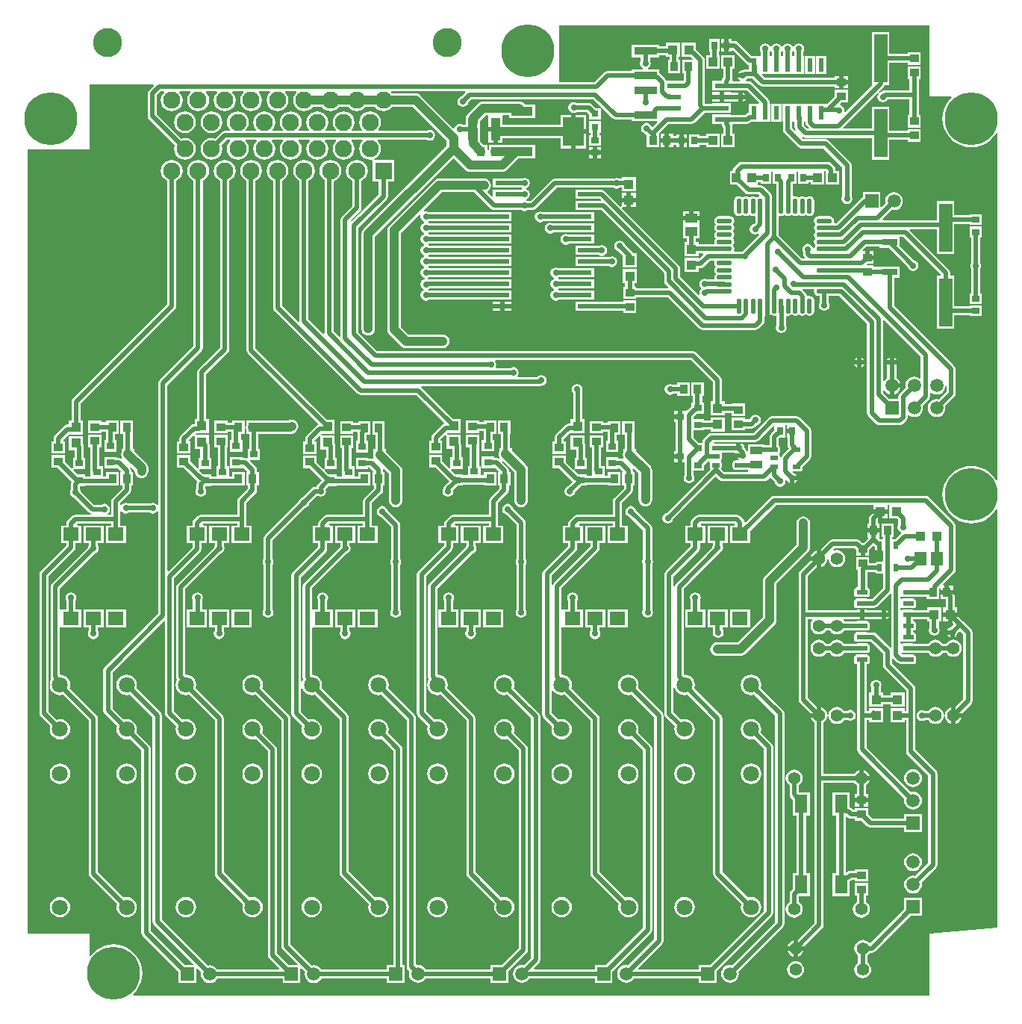
<source format=gtl>
G04*
G04 #@! TF.GenerationSoftware,Altium Limited,Altium Designer,19.0.15 (446)*
G04*
G04 Layer_Physical_Order=1*
G04 Layer_Color=255*
%FSLAX25Y25*%
%MOIN*%
G70*
G01*
G75*
%ADD27R,0.03937X0.03937*%
%ADD61R,0.06378X0.02047*%
%ADD62R,0.03543X0.03937*%
%ADD63R,0.09449X0.12992*%
%ADD64R,0.09449X0.03937*%
%ADD65R,0.02756X0.03543*%
%ADD66R,0.04331X0.04331*%
%ADD67R,0.03937X0.03543*%
G04:AMPARAMS|DCode=68|XSize=21.65mil|YSize=31.5mil|CornerRadius=1.95mil|HoleSize=0mil|Usage=FLASHONLY|Rotation=90.000|XOffset=0mil|YOffset=0mil|HoleType=Round|Shape=RoundedRectangle|*
%AMROUNDEDRECTD68*
21,1,0.02165,0.02760,0,0,90.0*
21,1,0.01776,0.03150,0,0,90.0*
1,1,0.00390,0.01380,0.00888*
1,1,0.00390,0.01380,-0.00888*
1,1,0.00390,-0.01380,-0.00888*
1,1,0.00390,-0.01380,0.00888*
%
%ADD68ROUNDEDRECTD68*%
%ADD69R,0.05315X0.03740*%
%ADD70R,0.03543X0.03150*%
%ADD71R,0.07008X0.05984*%
%ADD72R,0.03543X0.02756*%
%ADD73R,0.04331X0.10236*%
%ADD74R,0.03150X0.03150*%
%ADD75O,0.02165X0.06890*%
%ADD76O,0.06890X0.02165*%
%ADD77R,0.06693X0.03150*%
%ADD78R,0.05472X0.03898*%
%ADD79R,0.05906X0.21654*%
%ADD80R,0.06102X0.02362*%
%ADD81R,0.02362X0.05906*%
%ADD82R,0.10236X0.03740*%
%ADD83R,0.04331X0.04331*%
%ADD84R,0.05906X0.21654*%
%ADD85R,0.05500X0.08300*%
G04:AMPARAMS|DCode=86|XSize=21.65mil|YSize=49.21mil|CornerRadius=1.95mil|HoleSize=0mil|Usage=FLASHONLY|Rotation=90.000|XOffset=0mil|YOffset=0mil|HoleType=Round|Shape=RoundedRectangle|*
%AMROUNDEDRECTD86*
21,1,0.02165,0.04532,0,0,90.0*
21,1,0.01776,0.04921,0,0,90.0*
1,1,0.00390,0.02266,0.00888*
1,1,0.00390,0.02266,-0.00888*
1,1,0.00390,-0.02266,-0.00888*
1,1,0.00390,-0.02266,0.00888*
%
%ADD86ROUNDEDRECTD86*%
G04:AMPARAMS|DCode=87|XSize=21.65mil|YSize=31.5mil|CornerRadius=1.95mil|HoleSize=0mil|Usage=FLASHONLY|Rotation=180.000|XOffset=0mil|YOffset=0mil|HoleType=Round|Shape=RoundedRectangle|*
%AMROUNDEDRECTD87*
21,1,0.02165,0.02760,0,0,180.0*
21,1,0.01776,0.03150,0,0,180.0*
1,1,0.00390,-0.00888,0.01380*
1,1,0.00390,0.00888,0.01380*
1,1,0.00390,0.00888,-0.01380*
1,1,0.00390,-0.00888,-0.01380*
%
%ADD87ROUNDEDRECTD87*%
%ADD88R,0.05709X0.05906*%
%ADD89C,0.02000*%
%ADD90C,0.04000*%
%ADD91C,0.23622*%
%ADD92R,0.05906X0.05906*%
%ADD93C,0.05906*%
%ADD94C,0.07087*%
%ADD95C,0.12992*%
%ADD96C,0.07677*%
%ADD97R,0.07677X0.07677*%
%ADD98R,0.05906X0.05906*%
%ADD99C,0.05512*%
%ADD100C,0.02756*%
G36*
X408123Y407524D02*
X417883D01*
X418056Y407055D01*
X417763Y406805D01*
X416454Y405272D01*
X415400Y403552D01*
X414628Y401689D01*
X414158Y399729D01*
X414000Y397719D01*
X414158Y395708D01*
X414628Y393747D01*
X415400Y391884D01*
X416454Y390165D01*
X417763Y388632D01*
X419297Y387322D01*
X421016Y386268D01*
X422879Y385497D01*
X424840Y385026D01*
X426850Y384868D01*
X428860Y385026D01*
X430821Y385497D01*
X432684Y386268D01*
X434404Y387322D01*
X435937Y388632D01*
X437247Y390165D01*
X438020Y391427D01*
X438520Y391286D01*
Y236293D01*
X438020Y236152D01*
X437247Y237414D01*
X435937Y238947D01*
X434404Y240257D01*
X432684Y241310D01*
X430821Y242082D01*
X428860Y242553D01*
X426850Y242711D01*
X424840Y242553D01*
X422879Y242082D01*
X421016Y241310D01*
X419297Y240257D01*
X417763Y238947D01*
X416454Y237414D01*
X415400Y235695D01*
X414628Y233831D01*
X414158Y231871D01*
X414000Y229860D01*
X414158Y227850D01*
X414628Y225889D01*
X415400Y224026D01*
X416454Y222307D01*
X417763Y220774D01*
X419297Y219464D01*
X421016Y218410D01*
X422879Y217639D01*
X424840Y217168D01*
X426850Y217010D01*
X428860Y217168D01*
X430821Y217639D01*
X432684Y218410D01*
X434404Y219464D01*
X435937Y220774D01*
X437247Y222307D01*
X438020Y223569D01*
X438520Y223428D01*
Y36775D01*
X408123Y33879D01*
Y6379D01*
X52672D01*
X52499Y6848D01*
X52937Y7222D01*
X54246Y8756D01*
X55300Y10475D01*
X56072Y12338D01*
X56542Y14299D01*
X56701Y16309D01*
X56542Y18319D01*
X56072Y20280D01*
X55300Y22143D01*
X54246Y23863D01*
X52937Y25396D01*
X51403Y26706D01*
X49684Y27759D01*
X47821Y28531D01*
X45860Y29002D01*
X43850Y29160D01*
X41840Y29002D01*
X39879Y28531D01*
X38016Y27759D01*
X36297Y26706D01*
X34763Y25396D01*
X33623Y24061D01*
X33123Y24246D01*
Y33879D01*
X5623D01*
Y383879D01*
X33123D01*
Y412879D01*
X61605D01*
X61797Y412417D01*
X59681Y410302D01*
X59240Y409641D01*
X59084Y408860D01*
Y398839D01*
X59240Y398059D01*
X59681Y397397D01*
X71208Y385871D01*
X71042Y385470D01*
X70875Y384207D01*
X71042Y382944D01*
X71529Y381767D01*
X72305Y380756D01*
X73315Y379980D01*
X74492Y379493D01*
X75756Y379327D01*
X77019Y379493D01*
X78196Y379980D01*
X79207Y380756D01*
X79982Y381767D01*
X80470Y382944D01*
X80636Y384207D01*
X80470Y385470D01*
X79982Y386647D01*
X79207Y387658D01*
X78196Y388433D01*
X77019Y388921D01*
X75756Y389087D01*
X74492Y388921D01*
X74091Y388755D01*
X63163Y399684D01*
Y408016D01*
X64968Y409821D01*
X66286D01*
X66447Y409348D01*
X66399Y409311D01*
X65624Y408301D01*
X65136Y407124D01*
X64970Y405860D01*
X65136Y404597D01*
X65624Y403420D01*
X66399Y402410D01*
X67410Y401634D01*
X68587Y401146D01*
X69850Y400980D01*
X71113Y401146D01*
X72290Y401634D01*
X73301Y402410D01*
X74077Y403420D01*
X74564Y404597D01*
X74730Y405860D01*
X74564Y407124D01*
X74077Y408301D01*
X73301Y409311D01*
X73254Y409348D01*
X73414Y409821D01*
X78097D01*
X78258Y409348D01*
X78210Y409311D01*
X77435Y408301D01*
X76947Y407124D01*
X76781Y405860D01*
X76947Y404597D01*
X77435Y403420D01*
X78210Y402410D01*
X79221Y401634D01*
X80398Y401146D01*
X81661Y400980D01*
X82924Y401146D01*
X84101Y401634D01*
X85112Y402410D01*
X85888Y403420D01*
X86375Y404597D01*
X86541Y405860D01*
X86375Y407124D01*
X85888Y408301D01*
X85112Y409311D01*
X85065Y409348D01*
X85225Y409821D01*
X89908D01*
X90069Y409348D01*
X90021Y409311D01*
X89246Y408301D01*
X88758Y407124D01*
X88592Y405860D01*
X88758Y404597D01*
X89246Y403420D01*
X90021Y402410D01*
X91032Y401634D01*
X92209Y401146D01*
X93472Y400980D01*
X94735Y401146D01*
X95912Y401634D01*
X96923Y402410D01*
X97699Y403420D01*
X98186Y404597D01*
X98352Y405860D01*
X98186Y407124D01*
X97699Y408301D01*
X96923Y409311D01*
X96876Y409348D01*
X97036Y409821D01*
X101719D01*
X101880Y409348D01*
X101832Y409311D01*
X101057Y408301D01*
X100569Y407124D01*
X100403Y405860D01*
X100569Y404597D01*
X101057Y403420D01*
X101832Y402410D01*
X102843Y401634D01*
X104020Y401146D01*
X105283Y400980D01*
X106546Y401146D01*
X107723Y401634D01*
X108734Y402410D01*
X109510Y403420D01*
X109997Y404597D01*
X110163Y405860D01*
X109997Y407124D01*
X109510Y408301D01*
X108734Y409311D01*
X108687Y409348D01*
X108847Y409821D01*
X113530Y409821D01*
X113691Y409348D01*
X113643Y409311D01*
X112868Y408301D01*
X112380Y407124D01*
X112214Y405860D01*
X112380Y404597D01*
X112868Y403420D01*
X113643Y402410D01*
X114654Y401634D01*
X115831Y401146D01*
X117094Y400980D01*
X118357Y401146D01*
X119534Y401634D01*
X120545Y402410D01*
X121321Y403420D01*
X121808Y404597D01*
X121975Y405860D01*
X121808Y407124D01*
X121321Y408301D01*
X120545Y409311D01*
X120498Y409348D01*
X120658Y409821D01*
X125341D01*
X125502Y409348D01*
X125454Y409311D01*
X124679Y408301D01*
X124191Y407124D01*
X124025Y405860D01*
X124191Y404597D01*
X124679Y403420D01*
X125454Y402410D01*
X126465Y401634D01*
X127642Y401146D01*
X128905Y400980D01*
X130168Y401146D01*
X131345Y401634D01*
X132356Y402410D01*
X132682Y402835D01*
X136939D01*
X137265Y402410D01*
X138276Y401634D01*
X139453Y401146D01*
X140716Y400980D01*
X141979Y401146D01*
X143156Y401634D01*
X144167Y402410D01*
X144493Y402835D01*
X148750D01*
X149076Y402410D01*
X150087Y401634D01*
X151264Y401146D01*
X152527Y400980D01*
X153790Y401146D01*
X154967Y401634D01*
X155978Y402410D01*
X156304Y402835D01*
X160561D01*
X160887Y402410D01*
X161898Y401634D01*
X163075Y401146D01*
X164338Y400980D01*
X165602Y401146D01*
X166779Y401634D01*
X167789Y402410D01*
X168115Y402835D01*
X177597D01*
X192656Y387775D01*
Y385485D01*
X155481Y348309D01*
X155000Y347683D01*
X154697Y346953D01*
X154594Y346170D01*
Y303860D01*
X154697Y303077D01*
X155000Y302347D01*
X155481Y301721D01*
X156107Y301240D01*
X156837Y300938D01*
X157620Y300834D01*
X158403Y300938D01*
X159133Y301240D01*
X159760Y301721D01*
X160241Y302347D01*
X160543Y303077D01*
X160646Y303860D01*
Y344916D01*
X195682Y379953D01*
X200914Y374721D01*
X200914Y374721D01*
X201541Y374240D01*
X202271Y373938D01*
X203054Y373834D01*
X203054Y373834D01*
X217386D01*
X218169Y373938D01*
X218899Y374240D01*
X219525Y374721D01*
X224646Y379842D01*
X226334D01*
X226770Y379900D01*
X232059D01*
Y385837D01*
X226978D01*
X226303Y385925D01*
X222595D01*
X222415Y385949D01*
X214279D01*
X213843Y385892D01*
X211508D01*
Y384071D01*
X211390Y383787D01*
X211130Y383744D01*
X210870Y383787D01*
X210752Y384071D01*
Y385892D01*
X209291D01*
X207423Y387759D01*
Y392801D01*
X207397Y392998D01*
Y395888D01*
X207423Y396085D01*
Y396654D01*
X210104Y399335D01*
X210906D01*
X211303Y399085D01*
X211303Y398834D01*
Y393967D01*
X214468D01*
Y392967D01*
X215468D01*
Y386848D01*
X217634D01*
Y388897D01*
X243445D01*
Y384427D01*
X248169D01*
Y391923D01*
Y399419D01*
X243445D01*
Y394949D01*
X217634D01*
Y398834D01*
X217634Y399085D01*
X218030Y399335D01*
X220610D01*
Y398010D01*
X225898D01*
X226334Y397953D01*
X226770Y398010D01*
X232059D01*
Y403947D01*
X227645D01*
X227092Y404500D01*
X226465Y404981D01*
X225735Y405283D01*
X224952Y405386D01*
X208850D01*
X208850Y405386D01*
X208067Y405283D01*
X207337Y404981D01*
X206711Y404500D01*
X202258Y400047D01*
X201777Y399420D01*
X201638Y399085D01*
X201067D01*
Y395006D01*
X199685D01*
X199384Y395207D01*
X198456Y395391D01*
X197529Y395207D01*
X196742Y394681D01*
X196216Y393894D01*
X196148Y393549D01*
X195605Y393385D01*
X180990Y408000D01*
X180363Y408481D01*
X179633Y408783D01*
X178850Y408886D01*
X168115D01*
X167789Y409311D01*
X167742Y409348D01*
X167903Y409821D01*
X200720D01*
X200927Y409321D01*
X199277Y407671D01*
X198922Y407600D01*
X198136Y407075D01*
X197610Y406288D01*
X197426Y405360D01*
X197610Y404433D01*
X198136Y403646D01*
X198922Y403120D01*
X199850Y402936D01*
X200778Y403120D01*
X201565Y403646D01*
X202090Y404433D01*
X202161Y404787D01*
X203695Y406321D01*
X258159D01*
X261710Y402770D01*
X261385Y402388D01*
X260942Y402388D01*
X259159D01*
X257459Y404088D01*
X256798Y404530D01*
X256017Y404685D01*
X250578D01*
X250278Y404886D01*
X249350Y405070D01*
X248422Y404886D01*
X247636Y404360D01*
X247110Y403574D01*
X246926Y402646D01*
X247110Y401718D01*
X247636Y400932D01*
X248422Y400406D01*
X249350Y400221D01*
X250278Y400406D01*
X250578Y400607D01*
X255173D01*
X256275Y399504D01*
Y397238D01*
X261425D01*
Y401890D01*
X261425Y402348D01*
X261807Y402673D01*
X266573Y397907D01*
X267235Y397465D01*
X268015Y397309D01*
X275232D01*
Y396479D01*
X286431D01*
X286623Y396017D01*
X284649Y394043D01*
X284106Y394207D01*
X284090Y394288D01*
X283564Y395075D01*
X282778Y395600D01*
X281850Y395785D01*
X280922Y395600D01*
X280136Y395075D01*
X279610Y394288D01*
X279426Y393360D01*
X279610Y392433D01*
X280136Y391646D01*
X280922Y391120D01*
X281277Y391050D01*
X281929Y390398D01*
Y384892D01*
X287472D01*
Y390829D01*
X287472Y390829D01*
X287472D01*
X287641Y391267D01*
X291553Y395179D01*
X298142D01*
Y395321D01*
X301956D01*
X302737Y395476D01*
X303398Y395918D01*
X307801Y400321D01*
X311299D01*
Y400179D01*
X319401D01*
Y404541D01*
X311299D01*
Y404400D01*
X307889D01*
Y423860D01*
X307889Y423860D01*
X307734Y424641D01*
X307292Y425302D01*
X303957Y428637D01*
X303854Y428706D01*
Y431526D01*
X297523D01*
Y425195D01*
X301632D01*
X302536Y424291D01*
X302344Y423829D01*
X297728D01*
Y417892D01*
X298461D01*
Y414909D01*
X298142Y414541D01*
X290754D01*
X290734Y414641D01*
X290292Y415302D01*
X288017Y417577D01*
X287468Y417944D01*
Y419719D01*
X282577D01*
X282425Y420219D01*
X283065Y420646D01*
X283590Y421433D01*
X283775Y422360D01*
X283590Y423288D01*
X283389Y423589D01*
Y425002D01*
X287468D01*
Y425833D01*
X290437D01*
Y425195D01*
X292161D01*
Y423829D01*
X291429D01*
Y417892D01*
X296972D01*
Y423829D01*
X296240D01*
Y425195D01*
X296767D01*
Y431526D01*
X290437D01*
Y429911D01*
X287468D01*
Y430742D01*
X275232D01*
Y425002D01*
X279311D01*
Y423589D01*
X279110Y423288D01*
X278926Y422360D01*
X279110Y421433D01*
X279636Y420646D01*
X280275Y420219D01*
X280123Y419719D01*
X275232D01*
Y418888D01*
X264338D01*
X263558Y418733D01*
X262896Y418291D01*
X258506Y413900D01*
X242897D01*
Y439379D01*
X408123D01*
Y407524D01*
D02*
G37*
%LPC*%
G36*
X316606Y433132D02*
X315228D01*
Y431360D01*
X316606D01*
Y433132D01*
D02*
G37*
G36*
Y429360D02*
X315228D01*
Y427589D01*
X316606D01*
Y429360D01*
D02*
G37*
G36*
X390303Y436419D02*
X382397D01*
Y412766D01*
X382397D01*
X382536Y412430D01*
X370615Y400509D01*
X370154Y400756D01*
X370275Y401360D01*
X370090Y402288D01*
X369565Y403075D01*
X368778Y403600D01*
X368405Y403675D01*
X368240Y404217D01*
X368962Y404939D01*
X371819D01*
Y410482D01*
X365882D01*
Y407626D01*
X362411Y404156D01*
X362031Y404313D01*
Y404313D01*
X357669D01*
Y397242D01*
X357169Y396975D01*
X357031Y397067D01*
Y404313D01*
X352669D01*
Y396408D01*
X352811D01*
Y396018D01*
X352966Y395237D01*
X353408Y394576D01*
X354355Y393629D01*
X354163Y393167D01*
X353577D01*
X352070Y394674D01*
Y398408D01*
X352070Y398408D01*
X352031Y398605D01*
Y404313D01*
X347669D01*
Y396408D01*
X347992D01*
Y393829D01*
X348069Y393441D01*
X348147Y393049D01*
X348147Y393049D01*
X348147Y393049D01*
X348458Y392584D01*
X348069Y392266D01*
X346889Y393446D01*
Y396408D01*
X347031D01*
Y404313D01*
X342669D01*
Y396408D01*
X342811D01*
Y392601D01*
X342966Y391821D01*
X343408Y391159D01*
X349558Y385009D01*
X350220Y384567D01*
X351000Y384412D01*
X360915D01*
X369311Y376016D01*
Y363121D01*
X369110Y362820D01*
X368926Y361892D01*
X369110Y360964D01*
X369636Y360178D01*
X370422Y359652D01*
X371350Y359468D01*
X372278Y359652D01*
X373064Y360178D01*
X373590Y360964D01*
X373775Y361892D01*
X373590Y362820D01*
X373389Y363121D01*
Y376860D01*
X373234Y377641D01*
X372792Y378302D01*
X363201Y387893D01*
X362540Y388335D01*
X361759Y388490D01*
X351845D01*
X351169Y389166D01*
X351488Y389554D01*
X351696Y389415D01*
X351952Y389244D01*
X351952Y389244D01*
X351952Y389244D01*
X352344Y389166D01*
X352732Y389089D01*
X352732Y389089D01*
X352732Y389089D01*
X382397D01*
Y379301D01*
X390303D01*
Y388172D01*
X398382D01*
Y387439D01*
X404319D01*
Y392982D01*
X398382D01*
Y392250D01*
X390303D01*
Y402955D01*
X382397D01*
Y393167D01*
X369694D01*
X369503Y393629D01*
X385208Y409334D01*
X385596Y409015D01*
X385413Y408742D01*
X385110Y408288D01*
X384926Y407360D01*
X385110Y406433D01*
X385636Y405646D01*
X386422Y405120D01*
X387350Y404936D01*
X388278Y405120D01*
X389065Y405646D01*
X389516Y406321D01*
X399311D01*
Y399282D01*
X398382D01*
Y393738D01*
X404319D01*
Y399282D01*
X403389D01*
Y408360D01*
Y415439D01*
X404319D01*
Y420982D01*
X398382D01*
Y415439D01*
X399311D01*
Y410400D01*
X388350D01*
X387570Y410244D01*
X386908Y409802D01*
X386777Y409671D01*
X386422Y409600D01*
X385969Y409297D01*
X385695Y409115D01*
X385377Y409503D01*
X387792Y411918D01*
X388234Y412580D01*
X388271Y412766D01*
X390303D01*
Y422471D01*
X398382D01*
Y421738D01*
X404319D01*
Y427282D01*
X398382D01*
Y426549D01*
X390303D01*
Y436419D01*
D02*
G37*
G36*
X314472Y433132D02*
X309716D01*
Y427589D01*
X310055D01*
Y425829D01*
X308535D01*
Y419892D01*
X314472D01*
Y425829D01*
X314133D01*
Y427589D01*
X314472D01*
Y433132D01*
D02*
G37*
G36*
X362031Y425573D02*
X357669D01*
Y417667D01*
X362031D01*
Y425573D01*
D02*
G37*
G36*
X357031D02*
X352669D01*
Y417667D01*
X357031D01*
Y425573D01*
D02*
G37*
G36*
X319984Y433132D02*
X318606D01*
Y430360D01*
Y427589D01*
X319984D01*
Y427895D01*
X320484Y428103D01*
X326455Y422131D01*
X327117Y421689D01*
X327669Y421579D01*
Y419719D01*
X325873D01*
X325873Y419719D01*
X325873Y419719D01*
X325500Y419644D01*
X325093Y419563D01*
X325093Y419563D01*
X325093Y419563D01*
X324797Y419366D01*
X324603Y419236D01*
X323922Y419100D01*
X323136Y418575D01*
X322658Y417860D01*
X324850D01*
Y415860D01*
X322658D01*
X323136Y415146D01*
X323504Y414900D01*
X323353Y414400D01*
X320585D01*
X320175Y414900D01*
X320236Y415207D01*
Y419892D01*
X321165D01*
Y425829D01*
X315228D01*
Y419892D01*
X316158D01*
Y416052D01*
X315959Y415854D01*
X315517Y415192D01*
X315388Y414541D01*
X311299D01*
Y410179D01*
X319401D01*
Y410321D01*
X326505D01*
X332014Y404813D01*
X331806Y404313D01*
X331624Y404313D01*
X327669D01*
Y400401D01*
X327117Y400292D01*
X326455Y399850D01*
X326455Y399850D01*
X326006Y399400D01*
X319401D01*
Y399541D01*
X311299D01*
Y395179D01*
X315388D01*
X315517Y394529D01*
X315959Y393867D01*
X316158Y393669D01*
Y390829D01*
X315228D01*
Y384892D01*
X321165D01*
Y390829D01*
X320236D01*
Y394514D01*
X320175Y394821D01*
X320585Y395321D01*
X326850D01*
X327630Y395476D01*
X328292Y395918D01*
X328742Y396368D01*
X329669D01*
X329670Y396369D01*
X329670Y396368D01*
X329867Y396408D01*
X332031D01*
Y403636D01*
X332506Y403902D01*
X332531Y403903D01*
X332669Y403811D01*
Y396408D01*
X337031D01*
Y404313D01*
X336889D01*
Y404860D01*
X336734Y405641D01*
X336292Y406302D01*
X328792Y413802D01*
X328131Y414244D01*
X327350Y414400D01*
X326347D01*
X326196Y414900D01*
X326565Y415146D01*
X326895Y415640D01*
X329187D01*
X332259Y412568D01*
X332259Y412568D01*
X332259Y412568D01*
X332920Y412126D01*
X332920D01*
X332920Y412126D01*
X333390Y412033D01*
X333700Y411971D01*
X333700Y411971D01*
X333700Y411971D01*
X365882D01*
Y411238D01*
X367850D01*
Y414010D01*
Y416782D01*
X365882D01*
Y416049D01*
X334545D01*
X333389Y417205D01*
X333580Y417667D01*
X337031D01*
Y425573D01*
X336889D01*
Y427632D01*
X337009Y427810D01*
X337470Y427842D01*
X337569Y427818D01*
X337811Y427544D01*
Y425573D01*
X337669D01*
Y417667D01*
X342031D01*
Y425573D01*
X341889D01*
Y427632D01*
X342008Y427810D01*
X342470Y427842D01*
X342569Y427818D01*
X342811Y427544D01*
Y425573D01*
X342669D01*
Y417667D01*
X347031D01*
Y425573D01*
X346889D01*
Y427632D01*
X347008Y427810D01*
X347470Y427842D01*
X347569Y427818D01*
X347811Y427544D01*
Y425573D01*
X347669D01*
Y417667D01*
X352031D01*
Y425573D01*
X351889D01*
Y427632D01*
X352090Y427933D01*
X352275Y428860D01*
X352090Y429788D01*
X351565Y430575D01*
X350778Y431100D01*
X349850Y431285D01*
X348922Y431100D01*
X348136Y430575D01*
X347610Y429788D01*
X347605Y429763D01*
X347095D01*
X347090Y429788D01*
X346565Y430575D01*
X345778Y431100D01*
X344850Y431285D01*
X343922Y431100D01*
X343136Y430575D01*
X342610Y429788D01*
X342605Y429763D01*
X342095D01*
X342090Y429788D01*
X341564Y430575D01*
X340778Y431100D01*
X339850Y431285D01*
X338922Y431100D01*
X338136Y430575D01*
X337610Y429788D01*
X337605Y429763D01*
X337095D01*
X337090Y429788D01*
X336564Y430575D01*
X335778Y431100D01*
X334850Y431285D01*
X333922Y431100D01*
X333136Y430575D01*
X332610Y429788D01*
X332426Y428860D01*
X332610Y427933D01*
X332811Y427632D01*
Y425573D01*
X332669D01*
Y419073D01*
X332169Y418806D01*
X332070Y418872D01*
Y421439D01*
X332070Y421440D01*
X332070Y421440D01*
X332031Y421637D01*
Y425573D01*
X329867D01*
X329670Y425612D01*
X329670Y425612D01*
X329669Y425612D01*
X328742D01*
X322552Y431802D01*
X321890Y432244D01*
X321110Y432400D01*
X319984D01*
Y433132D01*
D02*
G37*
G36*
X371819Y416782D02*
X369850D01*
Y415010D01*
X371819D01*
Y416782D01*
D02*
G37*
G36*
Y413010D02*
X369850D01*
Y411238D01*
X371819D01*
Y413010D01*
D02*
G37*
G36*
X322850Y409552D02*
X322622Y409400D01*
X319401D01*
Y409542D01*
X316350D01*
Y407360D01*
Y405179D01*
X319401D01*
Y405321D01*
X322622D01*
X322850Y405169D01*
Y407360D01*
Y409552D01*
D02*
G37*
G36*
X314350Y409542D02*
X311299D01*
Y408360D01*
X314350D01*
Y409542D01*
D02*
G37*
G36*
X324850Y409552D02*
Y408360D01*
X326042D01*
X325565Y409075D01*
X324850Y409552D01*
D02*
G37*
G36*
X314350Y406360D02*
X311299D01*
Y405179D01*
X314350D01*
Y406360D01*
D02*
G37*
G36*
X326042Y406360D02*
X324850D01*
Y405169D01*
X325565Y405646D01*
X326042Y406360D01*
D02*
G37*
G36*
X342031Y404313D02*
X337669D01*
Y396408D01*
X342031D01*
Y404313D01*
D02*
G37*
G36*
X254893Y399419D02*
X250169D01*
Y392923D01*
X254893D01*
Y399419D01*
D02*
G37*
G36*
X158433Y400898D02*
X157170Y400732D01*
X155993Y400244D01*
X154982Y399469D01*
X154206Y398458D01*
X153719Y397281D01*
X153552Y396018D01*
X153719Y394755D01*
X154206Y393578D01*
X154841Y392750D01*
X154607Y392250D01*
X150448D01*
X150213Y392750D01*
X150848Y393578D01*
X151336Y394755D01*
X151502Y396018D01*
X151336Y397281D01*
X150848Y398458D01*
X150073Y399469D01*
X149062Y400244D01*
X147885Y400732D01*
X146622Y400898D01*
X145359Y400732D01*
X144182Y400244D01*
X143171Y399469D01*
X142395Y398458D01*
X141908Y397281D01*
X141741Y396018D01*
X141908Y394755D01*
X142395Y393578D01*
X143030Y392750D01*
X142796Y392250D01*
X138637Y392250D01*
X138402Y392750D01*
X139037Y393578D01*
X139525Y394755D01*
X139691Y396018D01*
X139525Y397281D01*
X139037Y398458D01*
X138262Y399469D01*
X137251Y400244D01*
X136074Y400732D01*
X134811Y400898D01*
X133548Y400732D01*
X132371Y400244D01*
X131360Y399469D01*
X130584Y398458D01*
X130097Y397281D01*
X129930Y396018D01*
X130097Y394755D01*
X130584Y393578D01*
X131219Y392750D01*
X130985Y392250D01*
X126826D01*
X126591Y392750D01*
X127226Y393578D01*
X127714Y394755D01*
X127880Y396018D01*
X127714Y397281D01*
X127226Y398458D01*
X126451Y399469D01*
X125440Y400244D01*
X124263Y400732D01*
X123000Y400898D01*
X121737Y400732D01*
X120560Y400244D01*
X119549Y399469D01*
X118773Y398458D01*
X118286Y397281D01*
X118119Y396018D01*
X118286Y394755D01*
X118773Y393578D01*
X119408Y392750D01*
X119174Y392250D01*
X115015D01*
X114780Y392750D01*
X115415Y393578D01*
X115903Y394755D01*
X116069Y396018D01*
X115903Y397281D01*
X115415Y398458D01*
X114640Y399469D01*
X113629Y400244D01*
X112452Y400732D01*
X111189Y400898D01*
X109926Y400732D01*
X108749Y400244D01*
X107738Y399469D01*
X106962Y398458D01*
X106475Y397281D01*
X106308Y396018D01*
X106475Y394755D01*
X106962Y393578D01*
X107597Y392750D01*
X107363Y392250D01*
X103203D01*
X102969Y392750D01*
X103604Y393578D01*
X104092Y394755D01*
X104258Y396018D01*
X104092Y397281D01*
X103604Y398458D01*
X102829Y399469D01*
X101818Y400244D01*
X100641Y400732D01*
X99378Y400898D01*
X98114Y400732D01*
X96937Y400244D01*
X95927Y399469D01*
X95151Y398458D01*
X94664Y397281D01*
X94497Y396018D01*
X94664Y394755D01*
X95151Y393578D01*
X95786Y392750D01*
X95552Y392250D01*
X93571D01*
X92790Y392095D01*
X92129Y391653D01*
X89231Y388755D01*
X88830Y388921D01*
X87567Y389087D01*
X86303Y388921D01*
X85126Y388433D01*
X84116Y387658D01*
X83340Y386647D01*
X82853Y385470D01*
X82686Y384207D01*
X82853Y382944D01*
X83340Y381767D01*
X84116Y380756D01*
X85126Y379980D01*
X86303Y379493D01*
X87567Y379327D01*
X88830Y379493D01*
X90007Y379980D01*
X91018Y380756D01*
X91793Y381767D01*
X92281Y382944D01*
X92447Y384207D01*
X92281Y385470D01*
X92115Y385871D01*
X94415Y388172D01*
X95819D01*
X95979Y387698D01*
X95927Y387658D01*
X95151Y386647D01*
X94664Y385470D01*
X94497Y384207D01*
X94664Y382944D01*
X95151Y381767D01*
X95927Y380756D01*
X96937Y379980D01*
X98114Y379493D01*
X99378Y379327D01*
X100641Y379493D01*
X101818Y379980D01*
X102829Y380756D01*
X103604Y381767D01*
X104092Y382944D01*
X104258Y384207D01*
X104092Y385470D01*
X103604Y386647D01*
X102829Y387658D01*
X102776Y387698D01*
X102936Y388172D01*
X107630D01*
X107791Y387698D01*
X107738Y387658D01*
X106962Y386647D01*
X106475Y385470D01*
X106308Y384207D01*
X106475Y382944D01*
X106962Y381767D01*
X107738Y380756D01*
X108749Y379980D01*
X109926Y379493D01*
X111189Y379327D01*
X112452Y379493D01*
X113629Y379980D01*
X114640Y380756D01*
X115415Y381767D01*
X115903Y382944D01*
X116069Y384207D01*
X115903Y385470D01*
X115415Y386647D01*
X114640Y387658D01*
X114587Y387698D01*
X114748Y388172D01*
X119441D01*
X119602Y387698D01*
X119549Y387658D01*
X118773Y386647D01*
X118286Y385470D01*
X118119Y384207D01*
X118286Y382944D01*
X118773Y381767D01*
X119549Y380756D01*
X120560Y379980D01*
X121737Y379493D01*
X123000Y379327D01*
X124263Y379493D01*
X125440Y379980D01*
X126451Y380756D01*
X127226Y381767D01*
X127714Y382944D01*
X127880Y384207D01*
X127714Y385470D01*
X127226Y386647D01*
X126451Y387658D01*
X126398Y387698D01*
X126559Y388172D01*
X131252D01*
X131413Y387698D01*
X131360Y387658D01*
X130584Y386647D01*
X130097Y385470D01*
X129930Y384207D01*
X130097Y382944D01*
X130584Y381767D01*
X131360Y380756D01*
X132371Y379980D01*
X133548Y379493D01*
X134811Y379327D01*
X136074Y379493D01*
X137251Y379980D01*
X138262Y380756D01*
X139037Y381767D01*
X139525Y382944D01*
X139691Y384207D01*
X139525Y385470D01*
X139037Y386647D01*
X138262Y387658D01*
X138209Y387698D01*
X138370Y388172D01*
X143063Y388172D01*
X143224Y387698D01*
X143171Y387658D01*
X142395Y386647D01*
X141908Y385470D01*
X141741Y384207D01*
X141908Y382944D01*
X142395Y381767D01*
X143171Y380756D01*
X144182Y379980D01*
X145359Y379493D01*
X146622Y379327D01*
X147885Y379493D01*
X149062Y379980D01*
X150073Y380756D01*
X150848Y381767D01*
X151336Y382944D01*
X151502Y384207D01*
X151336Y385470D01*
X150848Y386647D01*
X150073Y387658D01*
X150020Y387698D01*
X150181Y388172D01*
X154874D01*
X155034Y387698D01*
X154982Y387658D01*
X154206Y386647D01*
X153719Y385470D01*
X153552Y384207D01*
X153719Y382944D01*
X154206Y381767D01*
X154982Y380756D01*
X155993Y379980D01*
X157170Y379493D01*
X158433Y379327D01*
X159087Y379413D01*
X159500Y378963D01*
Y369526D01*
X162299D01*
Y363939D01*
X150188Y351827D01*
X149634Y351981D01*
X149629Y352001D01*
X153969Y356341D01*
X154411Y357003D01*
X154566Y357783D01*
Y369972D01*
X154967Y370138D01*
X155978Y370914D01*
X156754Y371924D01*
X157241Y373101D01*
X157407Y374364D01*
X157241Y375627D01*
X156754Y376805D01*
X155978Y377815D01*
X154967Y378591D01*
X153790Y379078D01*
X152527Y379245D01*
X151264Y379078D01*
X150087Y378591D01*
X149076Y377815D01*
X148301Y376805D01*
X147813Y375627D01*
X147647Y374364D01*
X147813Y373101D01*
X148301Y371924D01*
X149076Y370914D01*
X150087Y370138D01*
X150488Y369972D01*
Y358628D01*
X145808Y353948D01*
X145366Y353287D01*
X145211Y352506D01*
Y300383D01*
X144711Y300175D01*
X142163Y302724D01*
Y369726D01*
X143156Y370138D01*
X144167Y370914D01*
X144943Y371924D01*
X145430Y373101D01*
X145597Y374364D01*
X145430Y375627D01*
X144943Y376805D01*
X144167Y377815D01*
X143156Y378591D01*
X141979Y379078D01*
X140716Y379245D01*
X139453Y379078D01*
X138276Y378591D01*
X137265Y377815D01*
X136490Y376805D01*
X136002Y375627D01*
X135836Y374364D01*
X136002Y373101D01*
X136490Y371924D01*
X137265Y370914D01*
X138084Y370285D01*
Y301879D01*
X138103Y301786D01*
X137642Y301540D01*
X130944Y308238D01*
Y369972D01*
X131345Y370138D01*
X132356Y370914D01*
X133132Y371924D01*
X133619Y373101D01*
X133785Y374364D01*
X133619Y375627D01*
X133132Y376805D01*
X132356Y377815D01*
X131345Y378591D01*
X130168Y379078D01*
X128905Y379245D01*
X127642Y379078D01*
X126465Y378591D01*
X125454Y377815D01*
X124679Y376805D01*
X124191Y375627D01*
X124025Y374364D01*
X124191Y373101D01*
X124679Y371924D01*
X125454Y370914D01*
X126465Y370138D01*
X126866Y369972D01*
Y307393D01*
X126907Y307187D01*
X126446Y306940D01*
X119133Y314253D01*
Y369972D01*
X119534Y370138D01*
X120545Y370914D01*
X121321Y371924D01*
X121808Y373101D01*
X121975Y374364D01*
X121808Y375627D01*
X121321Y376805D01*
X120545Y377815D01*
X119534Y378591D01*
X118357Y379078D01*
X117094Y379245D01*
X115831Y379078D01*
X114654Y378591D01*
X113643Y377815D01*
X112868Y376805D01*
X112380Y375627D01*
X112214Y374364D01*
X112380Y373101D01*
X112868Y371924D01*
X113643Y370914D01*
X114654Y370138D01*
X115055Y369972D01*
Y313409D01*
X115210Y312628D01*
X115652Y311967D01*
X152700Y274919D01*
X152700Y274919D01*
X153362Y274476D01*
X154142Y274321D01*
X154142Y274321D01*
X179046D01*
X191414Y261954D01*
X191245Y261415D01*
X190656Y261021D01*
X186437Y256802D01*
X185995Y256141D01*
X185840Y255360D01*
Y253900D01*
X184714D01*
Y248357D01*
X190651D01*
Y253900D01*
X189918D01*
Y254516D01*
X192017Y256614D01*
X192517Y256407D01*
X192517Y256247D01*
Y250317D01*
X195056D01*
Y246483D01*
X194324D01*
Y241778D01*
X193824Y241571D01*
X190651Y244744D01*
Y247601D01*
X184714D01*
Y242057D01*
X187570D01*
X193706Y235922D01*
X191709Y233924D01*
X191267Y233263D01*
X191142Y232634D01*
X190911Y232288D01*
X190726Y231360D01*
X190911Y230433D01*
X191436Y229646D01*
X192223Y229120D01*
X193151Y228936D01*
X194079Y229120D01*
X194865Y229646D01*
X195391Y230433D01*
X195575Y231360D01*
X195465Y231913D01*
X197405Y233853D01*
X199867D01*
Y234388D01*
X209261D01*
Y234010D01*
X214804D01*
Y239947D01*
X209261D01*
Y238467D01*
X207741D01*
Y242742D01*
X207009D01*
Y251104D01*
X207151D01*
Y256648D01*
X201214D01*
Y251104D01*
X202930D01*
Y242742D01*
X202198D01*
Y238467D01*
X199867D01*
Y239002D01*
X196718D01*
X196521Y239041D01*
X196354D01*
X194562Y240833D01*
X194769Y241333D01*
X199867D01*
Y246483D01*
X199135D01*
Y252069D01*
X198980Y252849D01*
X198848Y253047D01*
Y256648D01*
X192968D01*
X192895Y256740D01*
X192745Y257142D01*
X192948Y257404D01*
X198848D01*
Y263734D01*
X195401D01*
X181333Y277802D01*
X181305Y277821D01*
X181456Y278321D01*
X234350D01*
X235131Y278476D01*
X235163Y278498D01*
X235778Y278620D01*
X236564Y279146D01*
X237090Y279933D01*
X237275Y280860D01*
X237090Y281788D01*
X236564Y282575D01*
X235778Y283100D01*
X234850Y283285D01*
X233922Y283100D01*
X233136Y282575D01*
X233019Y282400D01*
X224501D01*
X224234Y282900D01*
X224590Y283433D01*
X224775Y284360D01*
X224590Y285288D01*
X224064Y286075D01*
X223278Y286600D01*
X222350Y286785D01*
X221422Y286600D01*
X221122Y286400D01*
X214764D01*
X214529Y286841D01*
X214590Y286933D01*
X214775Y287860D01*
X214590Y288788D01*
X214234Y289321D01*
X214501Y289821D01*
X301806D01*
X311496Y280130D01*
Y271489D01*
X310370D01*
Y265158D01*
X316701D01*
Y266284D01*
X319945D01*
Y264961D01*
X325882D01*
Y270505D01*
X319945D01*
Y270363D01*
X316701D01*
Y271489D01*
X315575D01*
Y280975D01*
X315420Y281755D01*
X314978Y282417D01*
X304092Y293302D01*
X303431Y293744D01*
X302650Y293900D01*
X161595D01*
X153163Y302332D01*
Y349035D01*
X165780Y361652D01*
X166222Y362314D01*
X166377Y363094D01*
Y369526D01*
X169177D01*
Y379203D01*
X160303D01*
X160203Y379703D01*
X160873Y379980D01*
X161884Y380756D01*
X162659Y381767D01*
X163147Y382944D01*
X163313Y384207D01*
X163147Y385470D01*
X162659Y386647D01*
X161884Y387658D01*
X161831Y387698D01*
X161992Y388172D01*
X183854D01*
X184155Y387971D01*
X185082Y387786D01*
X186010Y387971D01*
X186797Y388496D01*
X187322Y389283D01*
X187507Y390211D01*
X187322Y391139D01*
X186797Y391925D01*
X186010Y392451D01*
X185082Y392635D01*
X184155Y392451D01*
X183854Y392250D01*
X162259D01*
X162024Y392750D01*
X162659Y393578D01*
X163147Y394755D01*
X163313Y396018D01*
X163147Y397281D01*
X162659Y398458D01*
X161884Y399469D01*
X160873Y400244D01*
X159696Y400732D01*
X158433Y400898D01*
D02*
G37*
G36*
X87567D02*
X86303Y400732D01*
X85126Y400244D01*
X84116Y399469D01*
X83340Y398458D01*
X82853Y397281D01*
X82686Y396018D01*
X82853Y394755D01*
X83340Y393578D01*
X84116Y392567D01*
X85126Y391791D01*
X86303Y391304D01*
X87567Y391138D01*
X88830Y391304D01*
X90007Y391791D01*
X91018Y392567D01*
X91793Y393578D01*
X92281Y394755D01*
X92447Y396018D01*
X92281Y397281D01*
X91793Y398458D01*
X91018Y399469D01*
X90007Y400244D01*
X88830Y400732D01*
X87567Y400898D01*
D02*
G37*
G36*
X75756D02*
X74492Y400732D01*
X73315Y400244D01*
X72305Y399469D01*
X71529Y398458D01*
X71042Y397281D01*
X70875Y396018D01*
X71042Y394755D01*
X71529Y393578D01*
X72305Y392567D01*
X73315Y391791D01*
X74492Y391304D01*
X75756Y391138D01*
X77019Y391304D01*
X78196Y391791D01*
X79207Y392567D01*
X79982Y393578D01*
X80470Y394755D01*
X80636Y396018D01*
X80470Y397281D01*
X79982Y398458D01*
X79207Y399469D01*
X78196Y400244D01*
X77019Y400732D01*
X75756Y400898D01*
D02*
G37*
G36*
X314472Y390829D02*
X308535D01*
Y389900D01*
X305484D01*
Y390632D01*
X300728D01*
Y385089D01*
X305484D01*
Y385821D01*
X308535D01*
Y384892D01*
X314472D01*
Y390829D01*
D02*
G37*
G36*
X299972Y390632D02*
X298594D01*
Y388860D01*
X299972D01*
Y390632D01*
D02*
G37*
G36*
X290000Y390829D02*
X288228D01*
Y388860D01*
X290000D01*
Y390829D01*
D02*
G37*
G36*
X213468Y391967D02*
X211303D01*
Y386848D01*
X213468D01*
Y391967D01*
D02*
G37*
G36*
X261425Y396482D02*
X256275D01*
Y391333D01*
X256811D01*
Y390341D01*
X256079D01*
Y385585D01*
X261622D01*
Y390341D01*
X260889D01*
Y391333D01*
X261425D01*
Y396482D01*
D02*
G37*
G36*
X299972Y386860D02*
X298594D01*
Y385089D01*
X299972D01*
Y386860D01*
D02*
G37*
G36*
X293771Y390829D02*
X292000D01*
Y387860D01*
Y384892D01*
X293771D01*
Y385821D01*
X295216D01*
Y385089D01*
X296594D01*
Y387860D01*
Y390632D01*
X295216D01*
Y389900D01*
X293771D01*
Y390829D01*
D02*
G37*
G36*
X290000Y386860D02*
X288228D01*
Y384892D01*
X290000D01*
Y386860D01*
D02*
G37*
G36*
X254893Y390923D02*
X250169D01*
Y384427D01*
X254893D01*
Y390923D01*
D02*
G37*
G36*
X261622Y384829D02*
X259850D01*
Y383451D01*
X261622D01*
Y384829D01*
D02*
G37*
G36*
X257850D02*
X256079D01*
Y383451D01*
X257850D01*
Y384829D01*
D02*
G37*
G36*
X261622Y381451D02*
X259850D01*
Y380073D01*
X261622D01*
Y381451D01*
D02*
G37*
G36*
X257850D02*
X256079D01*
Y380073D01*
X257850D01*
Y381451D01*
D02*
G37*
G36*
X277015Y371569D02*
X270685D01*
Y370900D01*
X269579D01*
X269278Y371100D01*
X268350Y371285D01*
X267422Y371100D01*
X267122Y370900D01*
X240850D01*
X240850Y370900D01*
X240070Y370744D01*
X239408Y370302D01*
X239408Y370302D01*
X230006Y360900D01*
X228578D01*
X228278Y361100D01*
X228252Y361105D01*
Y361615D01*
X228278Y361620D01*
X229064Y362146D01*
X229590Y362933D01*
X229775Y363860D01*
X229590Y364788D01*
X229064Y365575D01*
X228278Y366100D01*
X228252Y366106D01*
Y366615D01*
X228278Y366620D01*
X229064Y367146D01*
X229590Y367933D01*
X229775Y368860D01*
X229590Y369788D01*
X229064Y370575D01*
X228278Y371100D01*
X227350Y371285D01*
X226422Y371100D01*
X226122Y370900D01*
X217386D01*
X217307Y370884D01*
X213196D01*
Y366837D01*
X217307D01*
X217386Y366821D01*
X226122D01*
X226300Y366702D01*
X226332Y366240D01*
X226308Y366141D01*
X226033Y365900D01*
X217386D01*
X217307Y365884D01*
X213196D01*
Y363051D01*
X212735Y362860D01*
X210839Y364755D01*
X210975Y365326D01*
X211490Y365721D01*
X211971Y366347D01*
X212273Y367077D01*
X212376Y367860D01*
X212273Y368644D01*
X211971Y369373D01*
X211490Y370000D01*
X210863Y370481D01*
X210133Y370783D01*
X209350Y370886D01*
X189253D01*
X189253Y370886D01*
X188470Y370783D01*
X187740Y370481D01*
X187114Y370000D01*
X167120Y350006D01*
X166639Y349379D01*
X166337Y348650D01*
X166234Y347867D01*
Y303451D01*
X166337Y302668D01*
X166639Y301938D01*
X167120Y301311D01*
X172211Y296221D01*
X172211Y296221D01*
X172837Y295740D01*
X173567Y295438D01*
X174350Y295335D01*
X174350Y295335D01*
X190850D01*
X191633Y295438D01*
X192363Y295740D01*
X192990Y296221D01*
X193471Y296847D01*
X193773Y297577D01*
X193876Y298360D01*
X193773Y299144D01*
X193471Y299873D01*
X192990Y300500D01*
X192363Y300981D01*
X191633Y301283D01*
X190850Y301386D01*
X175603D01*
X172285Y304704D01*
Y346613D01*
X180469Y354797D01*
X180600Y354784D01*
X181002Y354245D01*
X180926Y353860D01*
X181110Y352933D01*
X181636Y352146D01*
X182422Y351620D01*
X182448Y351615D01*
Y351105D01*
X182422Y351100D01*
X181636Y350575D01*
X181110Y349788D01*
X180926Y348860D01*
X181110Y347933D01*
X181636Y347146D01*
X182422Y346620D01*
X182448Y346615D01*
Y346106D01*
X182422Y346100D01*
X181636Y345575D01*
X181110Y344788D01*
X180926Y343860D01*
X181110Y342933D01*
X181636Y342146D01*
X182422Y341620D01*
X182448Y341615D01*
Y341106D01*
X182422Y341100D01*
X181636Y340575D01*
X181110Y339788D01*
X180926Y338860D01*
X181110Y337933D01*
X181636Y337146D01*
X182422Y336620D01*
X182448Y336615D01*
Y336105D01*
X182422Y336100D01*
X181636Y335575D01*
X181110Y334788D01*
X180926Y333860D01*
X181110Y332933D01*
X181636Y332146D01*
X182422Y331620D01*
X182448Y331615D01*
Y331105D01*
X182422Y331100D01*
X181636Y330575D01*
X181110Y329788D01*
X180926Y328860D01*
X181110Y327933D01*
X181636Y327146D01*
X182422Y326620D01*
X182695Y326566D01*
Y326056D01*
X182422Y326002D01*
X181636Y325476D01*
X181110Y324690D01*
X180926Y323762D01*
X181110Y322834D01*
X181636Y322048D01*
X182322Y321589D01*
X182365Y321378D01*
Y321245D01*
X182322Y321033D01*
X181636Y320575D01*
X181110Y319788D01*
X180926Y318860D01*
X181110Y317933D01*
X181636Y317146D01*
X182422Y316620D01*
X183350Y316436D01*
X184278Y316620D01*
X184579Y316821D01*
X217386D01*
X217464Y316837D01*
X221574D01*
Y320884D01*
X217464D01*
X217386Y320900D01*
X184579D01*
X184378Y321033D01*
X184335Y321245D01*
Y321378D01*
X184378Y321589D01*
X184726Y321821D01*
X217386D01*
X217464Y321837D01*
X221574D01*
Y325884D01*
X217464D01*
X217386Y325900D01*
X184431D01*
X184278Y326002D01*
X184005Y326056D01*
Y326566D01*
X184278Y326620D01*
X184579Y326821D01*
X217386D01*
X217464Y326837D01*
X221574D01*
Y330884D01*
X217464D01*
X217386Y330900D01*
X184579D01*
X184400Y331019D01*
X184369Y331481D01*
X184392Y331580D01*
X184667Y331821D01*
X217386D01*
X217464Y331837D01*
X221574D01*
Y335884D01*
X217464D01*
X217386Y335900D01*
X184579D01*
X184400Y336019D01*
X184369Y336480D01*
X184392Y336580D01*
X184667Y336821D01*
X217386D01*
X217464Y336837D01*
X221574D01*
Y340884D01*
X217464D01*
X217386Y340900D01*
X184579D01*
X184400Y341019D01*
X184369Y341480D01*
X184392Y341580D01*
X184667Y341821D01*
X217386D01*
X217464Y341837D01*
X221574D01*
Y345884D01*
X217464D01*
X217386Y345900D01*
X184579D01*
X184400Y346019D01*
X184369Y346480D01*
X184392Y346580D01*
X184667Y346821D01*
X217386D01*
X217464Y346837D01*
X221574D01*
Y350884D01*
X217464D01*
X217386Y350900D01*
X184579D01*
X184400Y351019D01*
X184369Y351481D01*
X184392Y351580D01*
X184667Y351821D01*
X217386D01*
X217464Y351837D01*
X221574D01*
Y355884D01*
X217464D01*
X217386Y355900D01*
X184579D01*
X184278Y356100D01*
X183350Y356285D01*
X182965Y356208D01*
X182426Y356611D01*
X182414Y356742D01*
X190507Y364834D01*
X204992D01*
X212385Y357442D01*
X213046Y357000D01*
X213196Y356970D01*
Y356837D01*
X217307D01*
X217386Y356821D01*
X226122D01*
X226422Y356620D01*
X227350Y356436D01*
X228278Y356620D01*
X228578Y356821D01*
X230850D01*
X231630Y356976D01*
X232292Y357418D01*
X241695Y366821D01*
X267122D01*
X267422Y366620D01*
X268350Y366436D01*
X269278Y366620D01*
X269579Y366821D01*
X270685D01*
Y365238D01*
X277015D01*
Y371569D01*
D02*
G37*
G36*
X362850Y378400D02*
X324350D01*
X323570Y378244D01*
X322908Y377802D01*
X320908Y375802D01*
X320466Y375141D01*
X320311Y374360D01*
Y374329D01*
X319035D01*
Y368392D01*
X322016D01*
X325990Y364419D01*
X326651Y363976D01*
X327432Y363821D01*
X331909D01*
X332212Y363456D01*
X332061Y362993D01*
X331738Y362928D01*
X331364Y362678D01*
X330976Y362502D01*
X330588Y362678D01*
X330214Y362928D01*
X329401Y363090D01*
X328589Y362928D01*
X328214Y362678D01*
X327826Y362502D01*
X327439Y362678D01*
X327064Y362928D01*
X326252Y363090D01*
X325439Y362928D01*
X324750Y362468D01*
X324604D01*
X323915Y362928D01*
X323102Y363090D01*
X322289Y362928D01*
X321601Y362468D01*
X321140Y361779D01*
X320979Y360967D01*
Y356242D01*
X321140Y355430D01*
X321601Y354741D01*
X322289Y354280D01*
X323102Y354119D01*
X323915Y354280D01*
X324604Y354741D01*
X324750D01*
X325439Y354280D01*
X326252Y354119D01*
X327064Y354280D01*
X327439Y354531D01*
X327826Y354707D01*
X328214Y354531D01*
X328589Y354280D01*
X329401Y354119D01*
X330012Y354240D01*
X330512Y353924D01*
Y351406D01*
X329777Y350671D01*
X329422Y350600D01*
X328636Y350075D01*
X328110Y349288D01*
X327926Y348360D01*
X328110Y347433D01*
X328636Y346646D01*
X329422Y346120D01*
X330350Y345936D01*
X331278Y346120D01*
X331653Y346371D01*
X331892Y346295D01*
X332141Y346095D01*
X332137Y346032D01*
X324505Y338400D01*
X321287D01*
X320970Y338900D01*
X321092Y339510D01*
X320930Y340323D01*
X320470Y341012D01*
Y341158D01*
X320930Y341847D01*
X321092Y342660D01*
X320930Y343472D01*
X320470Y344161D01*
Y344308D01*
X320930Y344997D01*
X321092Y345809D01*
X320930Y346622D01*
X320470Y347311D01*
Y347457D01*
X320930Y348146D01*
X321092Y348959D01*
X320930Y349771D01*
X320470Y350460D01*
Y350607D01*
X320930Y351296D01*
X321092Y352108D01*
X320930Y352921D01*
X320470Y353610D01*
X319781Y354070D01*
X318968Y354232D01*
X314244D01*
X313431Y354070D01*
X312742Y353610D01*
X312282Y352921D01*
X312120Y352108D01*
X312282Y351296D01*
X312742Y350607D01*
Y350460D01*
X312282Y349771D01*
X312120Y348959D01*
X312282Y348146D01*
X312742Y347457D01*
Y347311D01*
X312282Y346622D01*
X312120Y345809D01*
X312282Y344997D01*
X312742Y344308D01*
Y344161D01*
X312282Y343472D01*
X312120Y342660D01*
X312242Y342049D01*
X311926Y341549D01*
X305015D01*
Y342569D01*
X303889D01*
Y344439D01*
X305590D01*
Y349884D01*
X305590Y350337D01*
X305590Y350837D01*
Y352333D01*
X301854D01*
X298118D01*
Y350837D01*
X298118Y350384D01*
X298118Y349884D01*
Y344439D01*
X299811D01*
Y342569D01*
X298685D01*
Y336238D01*
X305015D01*
Y337471D01*
X306923D01*
X307115Y337009D01*
X305421Y335315D01*
X305015Y335483D01*
Y335483D01*
X298685D01*
Y329152D01*
X305015D01*
Y330815D01*
X305844D01*
X306624Y330970D01*
X307286Y331412D01*
X310195Y334321D01*
X311926D01*
X312242Y333821D01*
X312120Y333211D01*
X312282Y332398D01*
X312742Y331709D01*
Y331563D01*
X312282Y330874D01*
X312120Y330061D01*
X312282Y329249D01*
X312742Y328560D01*
Y328413D01*
X312282Y327724D01*
X312120Y326912D01*
X312228Y326368D01*
X311881Y325868D01*
X309125D01*
X308778Y326100D01*
X307850Y326285D01*
X306922Y326100D01*
X306136Y325575D01*
X305610Y324788D01*
X305426Y323860D01*
X305610Y322933D01*
X306132Y322152D01*
X306205Y322034D01*
Y321600D01*
X306167Y321575D01*
X305642Y320788D01*
X305457Y319860D01*
X305585Y319216D01*
X305124Y318970D01*
X296889Y327205D01*
Y330860D01*
X296734Y331641D01*
X296292Y332302D01*
X270943Y357652D01*
X271150Y358152D01*
X272850D01*
Y360317D01*
X270685D01*
Y358617D01*
X270185Y358410D01*
X263292Y365302D01*
X262631Y365744D01*
X261850Y365900D01*
X254315D01*
X254237Y365884D01*
X250126D01*
Y361837D01*
X254237D01*
X254315Y361821D01*
X261005D01*
X261465Y361362D01*
X261274Y360900D01*
X254315D01*
X254237Y360884D01*
X250126D01*
Y356837D01*
X254237D01*
X254315Y356821D01*
X261763D01*
X289811Y328773D01*
Y325118D01*
X289966Y324337D01*
X290408Y323676D01*
X291573Y322511D01*
X291382Y322049D01*
X277319D01*
Y322782D01*
X276389D01*
Y324152D01*
X277516D01*
Y330482D01*
X271185D01*
Y324152D01*
X272311D01*
Y322782D01*
X271382D01*
Y317238D01*
X277319D01*
Y317971D01*
X291356D01*
X305408Y303919D01*
X306070Y303476D01*
X306850Y303321D01*
X330551D01*
X331331Y303476D01*
X331993Y303919D01*
X333993Y305919D01*
X334435Y306580D01*
X334590Y307360D01*
Y309436D01*
X334700Y309506D01*
Y314116D01*
X336701D01*
Y309917D01*
X337202Y310253D01*
X337349D01*
X338037Y309792D01*
X338850Y309631D01*
X339492Y309758D01*
X339992Y309457D01*
Y305589D01*
X339791Y305288D01*
X339607Y304360D01*
X339791Y303433D01*
X340317Y302646D01*
X341103Y302120D01*
X342031Y301936D01*
X342959Y302120D01*
X343746Y302646D01*
X344271Y303433D01*
X344456Y304360D01*
X344271Y305288D01*
X344070Y305589D01*
Y309415D01*
X344570Y309746D01*
X345149Y309631D01*
X345962Y309792D01*
X346651Y310253D01*
X346797D01*
X347486Y309792D01*
X348299Y309631D01*
X349112Y309792D01*
X349800Y310253D01*
X349947D01*
X350636Y309792D01*
X351448Y309631D01*
X352261Y309792D01*
X352950Y310253D01*
X353097D01*
X353785Y309792D01*
X354598Y309631D01*
X355411Y309792D01*
X356100Y310253D01*
X356560Y310942D01*
X356722Y311754D01*
Y316479D01*
X356560Y317291D01*
X356100Y317980D01*
X355411Y318440D01*
X354598Y318602D01*
X353973Y318478D01*
X353963Y318477D01*
X353498Y318718D01*
X353417Y318796D01*
X353332Y319224D01*
X352890Y319885D01*
X351553Y321223D01*
X351665Y321723D01*
X356414D01*
X356730Y321223D01*
X356608Y320612D01*
X356770Y319800D01*
X357230Y319111D01*
X357919Y318651D01*
X358732Y318489D01*
X359055D01*
Y315541D01*
X358886Y315288D01*
X358701Y314360D01*
X358886Y313433D01*
X359411Y312646D01*
X360198Y312120D01*
X361126Y311936D01*
X362053Y312120D01*
X362840Y312646D01*
X363366Y313433D01*
X363550Y314360D01*
X363366Y315288D01*
X363133Y315636D01*
Y318489D01*
X363456D01*
X363880Y318573D01*
X367877D01*
X380311Y306139D01*
Y266360D01*
X380466Y265580D01*
X380908Y264918D01*
X384408Y261419D01*
X385070Y260976D01*
X385850Y260821D01*
X394850D01*
X395631Y260976D01*
X396292Y261419D01*
X397792Y262918D01*
X398234Y263580D01*
X398389Y264360D01*
Y265180D01*
X398889Y265426D01*
X399357Y265068D01*
X400318Y264670D01*
X401350Y264534D01*
X402382Y264670D01*
X403344Y265068D01*
X404169Y265702D01*
X404803Y266527D01*
X405201Y267489D01*
X405337Y268521D01*
X405209Y269495D01*
X407792Y272079D01*
X408234Y272740D01*
X408389Y273521D01*
Y275180D01*
X408889Y275427D01*
X409357Y275068D01*
X410318Y274670D01*
X411350Y274534D01*
X412382Y274670D01*
X413343Y275068D01*
X414169Y275701D01*
X414803Y276527D01*
X415201Y277489D01*
X415299Y278235D01*
X415311Y278323D01*
X415802Y278291D01*
X415811Y278250D01*
Y275865D01*
X412325Y272379D01*
X411350Y272508D01*
X410318Y272372D01*
X409357Y271973D01*
X408531Y271340D01*
X407897Y270514D01*
X407499Y269552D01*
X407363Y268521D01*
X407499Y267489D01*
X407897Y266527D01*
X408531Y265702D01*
X409357Y265068D01*
X410318Y264670D01*
X411350Y264534D01*
X412382Y264670D01*
X413343Y265068D01*
X414169Y265702D01*
X414803Y266527D01*
X415201Y267489D01*
X415337Y268521D01*
X415209Y269495D01*
X419292Y273579D01*
X419734Y274240D01*
X419889Y275021D01*
Y285860D01*
X419734Y286641D01*
X419292Y287302D01*
X392389Y314205D01*
Y326593D01*
X394697D01*
Y331742D01*
X386004D01*
Y331451D01*
X383319D01*
Y332183D01*
X380514D01*
X380304Y332660D01*
X380528Y332939D01*
X383319D01*
Y334711D01*
X380350D01*
Y335711D01*
X379350D01*
Y338482D01*
X378509D01*
X378318Y338944D01*
X379888Y340514D01*
X386004D01*
Y339979D01*
X390062D01*
X398540Y331502D01*
X398610Y331147D01*
X399136Y330360D01*
X399922Y329835D01*
X400850Y329650D01*
X401778Y329835D01*
X402564Y330360D01*
X403090Y331147D01*
X403275Y332075D01*
X403090Y333003D01*
X402564Y333789D01*
X401778Y334315D01*
X401424Y334385D01*
X394697Y341112D01*
Y344821D01*
X396505D01*
X413311Y328016D01*
Y327455D01*
X411397D01*
Y303801D01*
X419303D01*
Y309821D01*
X426079D01*
Y309482D01*
X431622D01*
Y314238D01*
X426079D01*
Y313900D01*
X419303D01*
Y327455D01*
X417389D01*
Y328860D01*
X417234Y329641D01*
X416792Y330302D01*
X399273Y347821D01*
X399480Y348321D01*
X411397D01*
Y337266D01*
X419303D01*
Y350577D01*
X426079D01*
Y350238D01*
X431622D01*
Y354994D01*
X426079D01*
Y354656D01*
X419303D01*
Y360919D01*
X411397D01*
Y352400D01*
X387426D01*
X387235Y352861D01*
X391375Y357002D01*
X392350Y356873D01*
X393382Y357009D01*
X394344Y357408D01*
X395169Y358041D01*
X395803Y358867D01*
X396201Y359828D01*
X396337Y360860D01*
X396201Y361892D01*
X395803Y362854D01*
X395169Y363680D01*
X394344Y364313D01*
X393382Y364711D01*
X392350Y364847D01*
X391318Y364711D01*
X390357Y364313D01*
X389531Y363680D01*
X388897Y362854D01*
X388499Y361892D01*
X388363Y360860D01*
X388492Y359886D01*
X386765Y358159D01*
X386303Y358350D01*
Y364813D01*
X378397D01*
Y362619D01*
X377923Y362302D01*
X366686Y351065D01*
X365820D01*
X365472Y351565D01*
X365580Y352108D01*
X365418Y352921D01*
X364958Y353610D01*
X364269Y354070D01*
X363456Y354232D01*
X358732D01*
X357919Y354070D01*
X357230Y353610D01*
X356770Y352921D01*
X356608Y352108D01*
X356770Y351296D01*
X357020Y350921D01*
X357197Y350534D01*
X357020Y350146D01*
X356770Y349771D01*
X356608Y348959D01*
X356770Y348146D01*
X357020Y347772D01*
X357197Y347384D01*
X357020Y346996D01*
X356770Y346622D01*
X356608Y345809D01*
X356770Y344997D01*
X357020Y344622D01*
X357197Y344234D01*
X357020Y343847D01*
X356770Y343472D01*
X356608Y342660D01*
X356770Y341847D01*
X357020Y341473D01*
X357197Y341085D01*
X357020Y340697D01*
X356770Y340323D01*
X356682Y339878D01*
X356172D01*
X356090Y340288D01*
X355564Y341075D01*
X354778Y341600D01*
X353850Y341785D01*
X352922Y341600D01*
X352136Y341075D01*
X351610Y340288D01*
X351426Y339360D01*
X351610Y338433D01*
X351811Y338132D01*
Y337360D01*
X351966Y336580D01*
X352408Y335918D01*
X352615Y335712D01*
X352423Y335250D01*
X351325D01*
X340870Y345705D01*
Y353937D01*
X341370Y354244D01*
X342000Y354119D01*
X342812Y354280D01*
X343187Y354531D01*
X343575Y354707D01*
X343962Y354531D01*
X344337Y354280D01*
X345149Y354119D01*
X345962Y354280D01*
X346336Y354531D01*
X346724Y354707D01*
X347112Y354531D01*
X347486Y354280D01*
X348299Y354119D01*
X349112Y354280D01*
X349486Y354531D01*
X349874Y354707D01*
X350261Y354531D01*
X350636Y354280D01*
X351448Y354119D01*
X352261Y354280D01*
X352636Y354531D01*
X353023Y354707D01*
X353411Y354531D01*
X353785Y354280D01*
X354598Y354119D01*
X355411Y354280D01*
X356100Y354741D01*
X356560Y355430D01*
X356722Y356242D01*
Y360967D01*
X356560Y361779D01*
X356100Y362468D01*
X355411Y362928D01*
X354598Y363090D01*
X353785Y362928D01*
X353411Y362678D01*
X353023Y362502D01*
X352636Y362678D01*
X352261Y362928D01*
X351448Y363090D01*
X350636Y362928D01*
X350261Y362678D01*
X349874Y362502D01*
X349486Y362678D01*
X349112Y362928D01*
X348299Y363090D01*
X347689Y362969D01*
X347188Y363285D01*
Y368589D01*
X348803D01*
Y373971D01*
X349181Y374186D01*
X349559Y373971D01*
Y368589D01*
X354315D01*
Y369321D01*
X355216D01*
Y368392D01*
X361153D01*
Y374321D01*
X361909D01*
Y368392D01*
X367846D01*
Y374329D01*
X366313D01*
Y374936D01*
X366158Y375717D01*
X365716Y376378D01*
X364292Y377802D01*
X363631Y378244D01*
X362850Y378400D01*
D02*
G37*
G36*
X277015Y364482D02*
X274850D01*
Y362317D01*
X277015D01*
Y364482D01*
D02*
G37*
G36*
X272850D02*
X270685D01*
Y362317D01*
X272850D01*
Y364482D01*
D02*
G37*
G36*
X277015Y360317D02*
X274850D01*
Y358152D01*
X277015D01*
Y360317D01*
D02*
G37*
G36*
X305590Y356282D02*
X302854D01*
Y354333D01*
X305590D01*
Y356282D01*
D02*
G37*
G36*
X300854D02*
X298118D01*
Y354333D01*
X300854D01*
Y356282D01*
D02*
G37*
G36*
X234350Y356285D02*
X233422Y356100D01*
X232636Y355575D01*
X232110Y354788D01*
X231926Y353860D01*
X232110Y352933D01*
X232636Y352146D01*
X233422Y351620D01*
X234350Y351436D01*
X235278Y351620D01*
X235578Y351821D01*
X254315D01*
X254393Y351837D01*
X258504D01*
Y355884D01*
X254393D01*
X254315Y355900D01*
X235578D01*
X235278Y356100D01*
X234350Y356285D01*
D02*
G37*
G36*
X238850Y351285D02*
X237922Y351100D01*
X237136Y350575D01*
X236610Y349788D01*
X236426Y348860D01*
X236610Y347933D01*
X237136Y347146D01*
X237922Y346620D01*
X238850Y346436D01*
X239778Y346620D01*
X240078Y346821D01*
X254315D01*
X254393Y346837D01*
X258504D01*
Y350884D01*
X254393D01*
X254315Y350900D01*
X240078D01*
X239778Y351100D01*
X238850Y351285D01*
D02*
G37*
G36*
X245850Y346285D02*
X244922Y346100D01*
X244136Y345575D01*
X243610Y344788D01*
X243426Y343860D01*
X243610Y342933D01*
X244136Y342146D01*
X244922Y341620D01*
X245850Y341436D01*
X246778Y341620D01*
X247078Y341821D01*
X254315D01*
X254393Y341837D01*
X258504D01*
Y345884D01*
X254393D01*
X254315Y345900D01*
X247078D01*
X246778Y346100D01*
X245850Y346285D01*
D02*
G37*
G36*
X383319Y338482D02*
X381350D01*
Y336711D01*
X383319D01*
Y338482D01*
D02*
G37*
G36*
X261850Y341285D02*
X260922Y341100D01*
X260622Y340900D01*
X254315D01*
X254237Y340884D01*
X250126D01*
Y336837D01*
X254237D01*
X254315Y336821D01*
X260622D01*
X260922Y336620D01*
X261850Y336436D01*
X262778Y336620D01*
X263564Y337146D01*
X264090Y337933D01*
X264275Y338860D01*
X264090Y339788D01*
X263564Y340575D01*
X262778Y341100D01*
X261850Y341285D01*
D02*
G37*
G36*
X266350Y336285D02*
X265422Y336100D01*
X265122Y335900D01*
X254315D01*
X254237Y335884D01*
X250126D01*
Y331837D01*
X254237D01*
X254315Y331821D01*
X265122D01*
X265422Y331620D01*
X266350Y331436D01*
X267278Y331620D01*
X268064Y332146D01*
X268590Y332933D01*
X268775Y333860D01*
X268590Y334788D01*
X268064Y335575D01*
X267278Y336100D01*
X266350Y336285D01*
D02*
G37*
G36*
X269850Y343285D02*
X268922Y343100D01*
X268136Y342575D01*
X267610Y341788D01*
X267426Y340860D01*
X267610Y339933D01*
X268136Y339146D01*
X268922Y338620D01*
X269277Y338550D01*
X271185Y336642D01*
Y331238D01*
X277516D01*
Y337569D01*
X275948D01*
X275792Y337802D01*
X272161Y341434D01*
X272090Y341788D01*
X271565Y342575D01*
X270778Y343100D01*
X269850Y343285D01*
D02*
G37*
G36*
X241350Y331285D02*
X240422Y331100D01*
X239636Y330575D01*
X239110Y329788D01*
X238926Y328860D01*
X239110Y327933D01*
X239636Y327146D01*
X240422Y326620D01*
X240448Y326615D01*
Y326105D01*
X240422Y326100D01*
X239636Y325575D01*
X239110Y324788D01*
X238926Y323860D01*
X239110Y322933D01*
X239636Y322146D01*
X240422Y321620D01*
X240448Y321615D01*
Y321106D01*
X240422Y321100D01*
X239636Y320575D01*
X239110Y319788D01*
X238926Y318860D01*
X239110Y317933D01*
X239636Y317146D01*
X240422Y316620D01*
X241350Y316436D01*
X242278Y316620D01*
X242579Y316821D01*
X254315D01*
X254393Y316837D01*
X258504D01*
Y320884D01*
X254393D01*
X254315Y320900D01*
X242579D01*
X242400Y321019D01*
X242369Y321480D01*
X242392Y321580D01*
X242667Y321821D01*
X254315D01*
X254393Y321837D01*
X258504D01*
Y325884D01*
X254393D01*
X254315Y325900D01*
X242579D01*
X242400Y326019D01*
X242369Y326481D01*
X242392Y326580D01*
X242667Y326821D01*
X254315D01*
X254393Y326837D01*
X258504D01*
Y330884D01*
X254393D01*
X254315Y330900D01*
X242579D01*
X242278Y331100D01*
X241350Y331285D01*
D02*
G37*
G36*
X431622Y349482D02*
X426079D01*
Y344726D01*
X426811D01*
Y333303D01*
X426610Y333003D01*
X426426Y332075D01*
X426610Y331147D01*
X426811Y330847D01*
Y319750D01*
X426079D01*
Y314994D01*
X431622D01*
Y319750D01*
X430889D01*
Y330847D01*
X431090Y331147D01*
X431275Y332075D01*
X431090Y333003D01*
X430889Y333303D01*
Y344726D01*
X431622D01*
Y349482D01*
D02*
G37*
G36*
X221574Y315884D02*
X218386D01*
Y314860D01*
X221574D01*
Y315884D01*
D02*
G37*
G36*
X216386D02*
X213196D01*
Y314860D01*
X216386D01*
Y315884D01*
D02*
G37*
G36*
X221574Y312860D02*
X218386D01*
Y311837D01*
X221574D01*
Y312860D01*
D02*
G37*
G36*
X216386D02*
X213196D01*
Y311837D01*
X216386D01*
Y312860D01*
D02*
G37*
G36*
X277319Y316482D02*
X271382D01*
Y315900D01*
X254315D01*
X254237Y315884D01*
X250126D01*
Y311837D01*
X254237D01*
X254315Y311821D01*
X271382D01*
Y310939D01*
X277319D01*
Y316482D01*
D02*
G37*
G36*
X377850Y291052D02*
Y289860D01*
X379042D01*
X378565Y290575D01*
X377850Y291052D01*
D02*
G37*
G36*
X375850D02*
X375136Y290575D01*
X374658Y289860D01*
X375850D01*
Y291052D01*
D02*
G37*
G36*
X379042Y287860D02*
X377850D01*
Y286669D01*
X378565Y287146D01*
X379042Y287860D01*
D02*
G37*
G36*
X375850D02*
X374658D01*
X375136Y287146D01*
X375850Y286669D01*
Y287860D01*
D02*
G37*
G36*
X301122Y279829D02*
X295579D01*
Y278900D01*
X293579D01*
X293278Y279100D01*
X292350Y279285D01*
X291422Y279100D01*
X290636Y278575D01*
X290110Y277788D01*
X289926Y276860D01*
X290110Y275933D01*
X290636Y275146D01*
X291422Y274620D01*
X292350Y274436D01*
X293278Y274620D01*
X293579Y274821D01*
X295579D01*
Y273892D01*
X301122D01*
Y279829D01*
D02*
G37*
G36*
X295885Y267355D02*
X294114D01*
Y265780D01*
X295885D01*
Y267355D01*
D02*
G37*
G36*
X330564Y265573D02*
X329637Y265388D01*
X328850Y264863D01*
X328325Y264076D01*
X328254Y263721D01*
X328006Y263473D01*
X325882D01*
Y264205D01*
X319945D01*
Y258662D01*
X325882D01*
Y259395D01*
X328850D01*
X329630Y259550D01*
X330292Y259992D01*
X331138Y260838D01*
X331492Y260908D01*
X332279Y261434D01*
X332804Y262220D01*
X332989Y263148D01*
X332804Y264076D01*
X332279Y264863D01*
X331492Y265388D01*
X330564Y265573D01*
D02*
G37*
G36*
X214804Y262947D02*
X209261D01*
Y262215D01*
X207151D01*
Y262947D01*
X201214D01*
Y257404D01*
X207151D01*
Y258136D01*
X209009D01*
Y254294D01*
X208277D01*
Y249144D01*
X213820D01*
Y254294D01*
X213088D01*
Y257010D01*
X214804D01*
Y262947D01*
D02*
G37*
G36*
X46204Y262872D02*
X40661D01*
Y262140D01*
X38551D01*
Y262872D01*
X32614D01*
Y257329D01*
X38551D01*
Y258061D01*
X40409D01*
Y254175D01*
X39677D01*
Y249026D01*
X45220D01*
Y254175D01*
X44488D01*
Y256935D01*
X46204D01*
Y262872D01*
D02*
G37*
G36*
X270204Y262691D02*
X264661D01*
Y261959D01*
X262551D01*
Y262691D01*
X256614D01*
Y257148D01*
X262551D01*
Y257880D01*
X264409D01*
Y253994D01*
X263677D01*
Y248845D01*
X269220D01*
Y253994D01*
X268488D01*
Y256754D01*
X270204D01*
Y262691D01*
D02*
G37*
G36*
X158604Y262613D02*
X153061D01*
Y261880D01*
X150951D01*
Y262612D01*
X145014D01*
Y257069D01*
X150951D01*
Y257802D01*
X152452D01*
X152809Y257504D01*
Y253916D01*
X152077D01*
Y248766D01*
X157620D01*
Y253916D01*
X156888D01*
Y256676D01*
X158604D01*
Y262613D01*
D02*
G37*
G36*
X250850Y279285D02*
X249922Y279100D01*
X249136Y278575D01*
X248610Y277788D01*
X248426Y276860D01*
X248610Y275933D01*
X249043Y275285D01*
Y263478D01*
X247917D01*
Y261705D01*
X247156D01*
X246376Y261550D01*
X245714Y261108D01*
X241507Y256901D01*
X241065Y256239D01*
X240909Y255459D01*
Y253601D01*
X239980D01*
Y248057D01*
X245917D01*
Y253601D01*
X244988D01*
Y254614D01*
X247637Y257264D01*
X247917Y257148D01*
Y257148D01*
X254248D01*
Y263478D01*
X253121D01*
Y276090D01*
X253275Y276860D01*
X253090Y277788D01*
X252565Y278575D01*
X251778Y279100D01*
X250850Y279285D01*
D02*
G37*
G36*
X94751Y262829D02*
X88814D01*
Y257286D01*
X94751D01*
Y257821D01*
X96609D01*
Y254175D01*
X95877D01*
Y249026D01*
X101420D01*
Y254175D01*
X100688D01*
Y256892D01*
X102404D01*
Y262829D01*
X96861D01*
Y261900D01*
X94751D01*
Y262829D01*
D02*
G37*
G36*
X69850Y379245D02*
X68587Y379078D01*
X67410Y378591D01*
X66399Y377815D01*
X65624Y376805D01*
X65136Y375627D01*
X64970Y374364D01*
X65136Y373101D01*
X65624Y371924D01*
X66399Y370914D01*
X67410Y370138D01*
X67811Y369972D01*
Y314932D01*
X25640Y272761D01*
X25198Y272100D01*
X25043Y271319D01*
Y263069D01*
X23917D01*
Y261135D01*
X23317D01*
X22537Y260979D01*
X21875Y260537D01*
X21875Y260537D01*
X17640Y256302D01*
X17198Y255641D01*
X17043Y254860D01*
Y253782D01*
X16114D01*
Y248238D01*
X22051D01*
Y253782D01*
X21595D01*
X21387Y254282D01*
X23555Y256449D01*
X23917Y256738D01*
Y256738D01*
X23917Y256738D01*
X30248D01*
Y263069D01*
X29122D01*
Y270475D01*
X71292Y312645D01*
X71734Y313307D01*
X71889Y314087D01*
Y369972D01*
X72290Y370138D01*
X73301Y370914D01*
X74077Y371924D01*
X74564Y373101D01*
X74730Y374364D01*
X74564Y375627D01*
X74077Y376805D01*
X73301Y377815D01*
X72290Y378591D01*
X71113Y379078D01*
X69850Y379245D01*
D02*
G37*
G36*
X221104Y262947D02*
X215560D01*
Y257010D01*
X216883D01*
Y250553D01*
X216151D01*
Y249127D01*
X216000Y248762D01*
X215897Y247979D01*
X216000Y247195D01*
X216151Y246831D01*
Y246229D01*
X215710Y245993D01*
X215516Y246122D01*
X214736Y246278D01*
X213820D01*
Y246813D01*
X208277D01*
Y241664D01*
X213820D01*
Y241664D01*
X214320Y241770D01*
X215731Y240359D01*
X215560Y239947D01*
X215560D01*
Y234010D01*
X216293D01*
Y232705D01*
X212008Y228421D01*
X211566Y227759D01*
X211411Y226979D01*
Y220900D01*
X195450D01*
X194670Y220744D01*
X194008Y220302D01*
X192008Y218302D01*
X191566Y217641D01*
X191411Y216860D01*
Y216112D01*
X188946D01*
Y208128D01*
X191411D01*
Y207205D01*
X179908Y195702D01*
X179466Y195041D01*
X179311Y194260D01*
Y132342D01*
X179466Y131562D01*
X179908Y130901D01*
X184246Y126562D01*
X184142Y126310D01*
X183986Y125124D01*
X184142Y123938D01*
X184600Y122833D01*
X185328Y121884D01*
X186277Y121156D01*
X187382Y120698D01*
X188568Y120542D01*
X189754Y120698D01*
X190860Y121156D01*
X191809Y121884D01*
X192537Y122833D01*
X192995Y123938D01*
X193151Y125124D01*
X192995Y126310D01*
X192537Y127415D01*
X191809Y128365D01*
X190860Y129093D01*
X189754Y129551D01*
X188568Y129707D01*
X187382Y129551D01*
X187130Y129446D01*
X183389Y133187D01*
Y193416D01*
X194892Y204919D01*
X195334Y205580D01*
X195490Y206360D01*
X195490Y206360D01*
Y208128D01*
X197954D01*
Y216112D01*
X196539D01*
X196293Y216612D01*
X196454Y216821D01*
X211411D01*
Y216112D01*
X208946D01*
Y208128D01*
X217954D01*
Y216112D01*
X215490D01*
Y218860D01*
Y226134D01*
X219774Y230418D01*
X219774Y230418D01*
X220216Y231080D01*
X220371Y231860D01*
Y234010D01*
X221104D01*
Y239947D01*
X220389D01*
Y240624D01*
X220234Y241405D01*
X219792Y242066D01*
X217311Y244547D01*
X217476Y245090D01*
X217523Y245099D01*
X222824Y239798D01*
Y227360D01*
X222927Y226577D01*
X223230Y225847D01*
X223710Y225221D01*
X224337Y224740D01*
X225067Y224438D01*
X225850Y224335D01*
X226633Y224438D01*
X227363Y224740D01*
X227990Y225221D01*
X228471Y225847D01*
X228773Y226577D01*
X228876Y227360D01*
Y241051D01*
X228876Y241051D01*
X228773Y241834D01*
X228471Y242564D01*
X227990Y243191D01*
X227990Y243191D01*
X221694Y249486D01*
Y250553D01*
X220962D01*
Y257010D01*
X221104D01*
Y262947D01*
D02*
G37*
G36*
X276504Y262691D02*
X270960D01*
Y256754D01*
X272283D01*
Y250254D01*
X271551D01*
Y248827D01*
X271400Y248463D01*
X271297Y247679D01*
X271400Y246896D01*
X271551Y246531D01*
Y246143D01*
X271051Y245852D01*
X270417Y245978D01*
X269220D01*
Y246514D01*
X263677D01*
Y241364D01*
X269220D01*
Y241545D01*
X269720Y241752D01*
X271137Y240335D01*
X270960Y239908D01*
X270960D01*
Y233971D01*
X271693D01*
Y232705D01*
X267408Y228421D01*
X267244Y228174D01*
X266966Y227759D01*
X266811Y226979D01*
Y220900D01*
X250850D01*
X250070Y220744D01*
X249408Y220302D01*
X247408Y218302D01*
X246966Y217641D01*
X246811Y216860D01*
Y216112D01*
X244346D01*
Y208128D01*
X246811D01*
Y206805D01*
X235908Y195902D01*
X235466Y195241D01*
X235311Y194460D01*
Y131742D01*
X235466Y130962D01*
X235908Y130300D01*
X239646Y126562D01*
X239542Y126310D01*
X239386Y125124D01*
X239542Y123938D01*
X240000Y122833D01*
X240728Y121884D01*
X241677Y121156D01*
X242782Y120698D01*
X243968Y120542D01*
X245154Y120698D01*
X246260Y121156D01*
X247209Y121884D01*
X247937Y122833D01*
X248395Y123938D01*
X248551Y125124D01*
X248395Y126310D01*
X247937Y127415D01*
X247209Y128365D01*
X246260Y129093D01*
X245154Y129551D01*
X243968Y129707D01*
X242782Y129551D01*
X242530Y129446D01*
X239389Y132587D01*
Y142843D01*
X239889Y142942D01*
X240000Y142675D01*
X240728Y141727D01*
X241677Y140998D01*
X242782Y140540D01*
X243968Y140384D01*
X245154Y140540D01*
X245406Y140645D01*
X256811Y129240D01*
Y60636D01*
X256966Y59856D01*
X257408Y59194D01*
X269410Y47192D01*
X269306Y46940D01*
X269149Y45754D01*
X269306Y44568D01*
X269763Y43463D01*
X270492Y42514D01*
X271441Y41786D01*
X272546Y41328D01*
X273732Y41172D01*
X274918Y41328D01*
X276023Y41786D01*
X276972Y42514D01*
X277700Y43463D01*
X278158Y44568D01*
X278314Y45754D01*
X278158Y46940D01*
X277700Y48045D01*
X276972Y48994D01*
X276023Y49723D01*
X274918Y50181D01*
X273732Y50337D01*
X272546Y50181D01*
X272294Y50076D01*
X260889Y61481D01*
Y130085D01*
X260734Y130865D01*
X260292Y131527D01*
X248290Y143529D01*
X248395Y143781D01*
X248551Y144967D01*
X248395Y146153D01*
X247937Y147258D01*
X247209Y148207D01*
X246260Y148935D01*
X245154Y149393D01*
X243968Y149549D01*
X243889Y149619D01*
Y170505D01*
X244346Y170608D01*
X244389Y170608D01*
X253354D01*
Y178593D01*
X250889D01*
Y182632D01*
X251090Y182933D01*
X251275Y183860D01*
X251090Y184788D01*
X250565Y185575D01*
X249778Y186100D01*
X248850Y186285D01*
X247922Y186100D01*
X247136Y185575D01*
X246610Y184788D01*
X246426Y183860D01*
X246610Y182933D01*
X246811Y182632D01*
Y178593D01*
X244389D01*
X244346Y178593D01*
X243889Y178696D01*
Y188116D01*
X260292Y204519D01*
X260734Y205180D01*
X260890Y205961D01*
Y208128D01*
X263354D01*
Y216112D01*
X254346D01*
Y208128D01*
X256811D01*
Y206805D01*
X240408Y190402D01*
X239966Y189741D01*
X239889Y189354D01*
X239389Y189404D01*
Y193616D01*
X250292Y204519D01*
X250734Y205180D01*
X250889Y205961D01*
Y208128D01*
X253354D01*
Y216112D01*
X251939D01*
X251693Y216612D01*
X251854Y216821D01*
X266811D01*
Y216112D01*
X264346D01*
Y208128D01*
X273354D01*
Y216112D01*
X270889D01*
Y218860D01*
Y226134D01*
X275174Y230419D01*
X275616Y231080D01*
X275616Y231080D01*
X275771Y231861D01*
X275771Y231861D01*
Y233971D01*
X276504D01*
Y239908D01*
X275771D01*
Y240624D01*
X275616Y241405D01*
X276014Y241709D01*
X278324Y239398D01*
Y227605D01*
X278427Y226822D01*
X278730Y226092D01*
X279210Y225466D01*
X279837Y224985D01*
X280567Y224682D01*
X281350Y224579D01*
X282133Y224682D01*
X282863Y224985D01*
X283490Y225466D01*
X283971Y226092D01*
X284273Y226822D01*
X284376Y227605D01*
Y240652D01*
X284376Y240652D01*
X284273Y241435D01*
X283971Y242165D01*
X283490Y242791D01*
X277094Y249187D01*
Y250254D01*
X276362D01*
Y256754D01*
X276504D01*
Y262691D01*
D02*
G37*
G36*
X164904Y262613D02*
X159360D01*
Y256676D01*
X160683D01*
Y250175D01*
X159951D01*
Y248749D01*
X159800Y248384D01*
X159697Y247601D01*
X159800Y246817D01*
X159951Y246453D01*
Y246247D01*
X159451Y245836D01*
X159132Y245900D01*
X157620D01*
Y246435D01*
X152077D01*
Y241286D01*
X157620D01*
Y241821D01*
X158287D01*
X159780Y240329D01*
X159573Y239829D01*
X159360D01*
Y233892D01*
X160093D01*
Y232705D01*
X155808Y228421D01*
X155366Y227759D01*
X155211Y226979D01*
Y220900D01*
X139250D01*
X138470Y220744D01*
X137808Y220302D01*
X135808Y218302D01*
X135366Y217641D01*
X135211Y216860D01*
Y216112D01*
X132746D01*
Y208128D01*
X135211D01*
Y206605D01*
X123908Y195302D01*
X123466Y194641D01*
X123311Y193860D01*
Y132142D01*
X123466Y131362D01*
X123908Y130701D01*
X128046Y126562D01*
X127942Y126310D01*
X127786Y125124D01*
X127942Y123938D01*
X128400Y122833D01*
X129128Y121884D01*
X130077Y121156D01*
X131182Y120698D01*
X132368Y120542D01*
X133554Y120698D01*
X134660Y121156D01*
X135609Y121884D01*
X136337Y122833D01*
X136795Y123938D01*
X136951Y125124D01*
X136795Y126310D01*
X136337Y127415D01*
X135609Y128365D01*
X134660Y129093D01*
X133554Y129551D01*
X132368Y129707D01*
X131182Y129551D01*
X130930Y129446D01*
X127389Y132987D01*
Y144148D01*
X127889Y144181D01*
X127942Y143781D01*
X128400Y142675D01*
X129128Y141727D01*
X130077Y140998D01*
X131182Y140540D01*
X132368Y140384D01*
X133554Y140540D01*
X133806Y140645D01*
X144811Y129640D01*
Y61036D01*
X144966Y60256D01*
X145408Y59594D01*
X157810Y47192D01*
X157706Y46940D01*
X157549Y45754D01*
X157706Y44568D01*
X158163Y43463D01*
X158892Y42514D01*
X159841Y41786D01*
X160946Y41328D01*
X162132Y41172D01*
X163318Y41328D01*
X164423Y41786D01*
X165372Y42514D01*
X166101Y43463D01*
X166558Y44568D01*
X166714Y45754D01*
X166558Y46940D01*
X166101Y48045D01*
X165372Y48994D01*
X164423Y49723D01*
X163318Y50181D01*
X162132Y50337D01*
X160946Y50181D01*
X160694Y50076D01*
X148889Y61881D01*
Y130485D01*
X148734Y131265D01*
X148292Y131927D01*
X136690Y143529D01*
X136795Y143781D01*
X136951Y144967D01*
X136795Y146153D01*
X136337Y147258D01*
X135609Y148207D01*
X134660Y148935D01*
X133554Y149393D01*
X132389Y149547D01*
Y170263D01*
X132746Y170608D01*
X132889Y170608D01*
X141754D01*
Y178593D01*
X139289D01*
Y182632D01*
X139490Y182933D01*
X139675Y183860D01*
X139490Y184788D01*
X138965Y185575D01*
X138178Y186100D01*
X137250Y186285D01*
X136322Y186100D01*
X135536Y185575D01*
X135010Y184788D01*
X134826Y183860D01*
X135010Y182933D01*
X135211Y182632D01*
Y178593D01*
X132889D01*
X132746Y178593D01*
X132389Y178938D01*
Y188016D01*
X147924Y203550D01*
X148278Y203620D01*
X149065Y204146D01*
X149590Y204933D01*
X149775Y205860D01*
X149590Y206788D01*
X149290Y207238D01*
Y208128D01*
X151754D01*
Y216112D01*
X142746D01*
Y208128D01*
X145211D01*
Y206939D01*
X145110Y206788D01*
X145040Y206434D01*
X128908Y190302D01*
X128466Y189641D01*
X128311Y188860D01*
Y148361D01*
X128466Y147581D01*
X128551Y147455D01*
X128400Y147258D01*
X127942Y146153D01*
X127889Y145753D01*
X127389Y145786D01*
Y193016D01*
X138692Y204319D01*
X139134Y204980D01*
X139289Y205761D01*
Y208128D01*
X141754D01*
Y216112D01*
X140339D01*
X140093Y216612D01*
X140254Y216821D01*
X155211D01*
Y216112D01*
X152746D01*
Y208128D01*
X161754D01*
Y216112D01*
X159290D01*
Y218860D01*
Y226134D01*
X163574Y230418D01*
X163574Y230418D01*
X164016Y231080D01*
X164171Y231860D01*
Y233892D01*
X164904D01*
Y239829D01*
X164171D01*
Y240860D01*
X164095Y241241D01*
X164556Y241488D01*
X166824Y239220D01*
Y227360D01*
X166927Y226577D01*
X167230Y225847D01*
X167710Y225221D01*
X168337Y224740D01*
X169067Y224438D01*
X169850Y224335D01*
X170633Y224438D01*
X171363Y224740D01*
X171990Y225221D01*
X172471Y225847D01*
X172773Y226577D01*
X172876Y227360D01*
Y240473D01*
X172773Y241256D01*
X172471Y241986D01*
X171990Y242613D01*
X165494Y249108D01*
Y250175D01*
X164762D01*
Y256676D01*
X164904D01*
Y262613D01*
D02*
G37*
G36*
X295913Y245798D02*
X294142D01*
Y244223D01*
X295913D01*
Y245798D01*
D02*
G37*
G36*
X93472Y379245D02*
X92209Y379078D01*
X91032Y378591D01*
X90021Y377815D01*
X89246Y376805D01*
X88758Y375627D01*
X88592Y374364D01*
X88758Y373101D01*
X89246Y371924D01*
X90021Y370914D01*
X91032Y370138D01*
X91433Y369972D01*
Y295573D01*
X81840Y285980D01*
X81398Y285319D01*
X81243Y284538D01*
Y263616D01*
X80117D01*
Y261408D01*
X79791D01*
X79011Y261253D01*
X78349Y260811D01*
X73840Y256302D01*
X73398Y255641D01*
X73243Y254860D01*
Y253782D01*
X72314D01*
Y248238D01*
X78251D01*
Y253782D01*
X77794D01*
X77587Y254282D01*
X79617Y256311D01*
X80117Y256104D01*
Y250199D01*
X82657D01*
Y246364D01*
X81924D01*
Y241660D01*
X81424Y241453D01*
X78251Y244626D01*
Y247482D01*
X72314D01*
Y241939D01*
X75170D01*
X81336Y235773D01*
X81017Y235295D01*
X80862Y234514D01*
Y232589D01*
X80661Y232288D01*
X80476Y231360D01*
X80661Y230433D01*
X81186Y229646D01*
X81973Y229120D01*
X82901Y228936D01*
X83829Y229120D01*
X84615Y229646D01*
X85141Y230433D01*
X85325Y231360D01*
X85141Y232288D01*
X84940Y232589D01*
Y233669D01*
X85005Y233734D01*
X87467D01*
Y233821D01*
X98633D01*
X98988Y233892D01*
X102404D01*
Y239829D01*
X96861D01*
Y237900D01*
X95341D01*
Y242624D01*
X94609D01*
Y250987D01*
X94751D01*
Y256530D01*
X88814D01*
Y250987D01*
X90531D01*
Y242624D01*
X89798D01*
Y237900D01*
X87467D01*
Y238884D01*
X84318D01*
X84121Y238923D01*
X83954D01*
X82162Y240715D01*
X82369Y241215D01*
X87467D01*
Y246364D01*
X86735D01*
Y251951D01*
X86580Y252731D01*
X86448Y252929D01*
Y256530D01*
X80752D01*
X80529Y257024D01*
X80733Y257286D01*
X86448D01*
Y263616D01*
X85321D01*
Y283694D01*
X94914Y293286D01*
X95356Y293948D01*
X95511Y294728D01*
Y369972D01*
X95912Y370138D01*
X96923Y370914D01*
X97699Y371924D01*
X98186Y373101D01*
X98352Y374364D01*
X98186Y375627D01*
X97699Y376805D01*
X96923Y377815D01*
X95912Y378591D01*
X94735Y379078D01*
X93472Y379245D01*
D02*
G37*
G36*
X105283D02*
X104020Y379078D01*
X102843Y378591D01*
X101832Y377815D01*
X101057Y376805D01*
X100569Y375627D01*
X100403Y374364D01*
X100569Y373101D01*
X101057Y371924D01*
X101832Y370914D01*
X102843Y370138D01*
X103244Y369972D01*
Y294434D01*
X103399Y293653D01*
X103841Y292992D01*
X135198Y261635D01*
X135030Y261096D01*
X134441Y260703D01*
X134441Y260703D01*
X130040Y256302D01*
X129598Y255641D01*
X129443Y254860D01*
Y253522D01*
X128514D01*
Y247978D01*
X134451D01*
Y253522D01*
X133536D01*
X133528Y254022D01*
X135817Y256311D01*
X136317Y256104D01*
X136317Y255900D01*
Y249982D01*
X138856D01*
Y246364D01*
X138124D01*
Y241673D01*
X138124Y241400D01*
X137639Y241178D01*
X134451Y244366D01*
Y247223D01*
X128514D01*
Y241679D01*
X131370D01*
X136801Y236248D01*
X134908Y234355D01*
X134466Y233694D01*
X134408Y233400D01*
X133905D01*
X133125Y233244D01*
X132463Y232802D01*
X128332Y228671D01*
X127977Y228600D01*
X127191Y228075D01*
X126665Y227288D01*
X126595Y226934D01*
X111408Y211747D01*
X110966Y211086D01*
X110811Y210305D01*
Y201089D01*
X110610Y200788D01*
X110426Y199860D01*
X110610Y198933D01*
X110811Y198632D01*
Y178647D01*
X110571Y178288D01*
X110386Y177360D01*
X110571Y176433D01*
X111097Y175646D01*
X111883Y175120D01*
X112811Y174936D01*
X113739Y175120D01*
X114525Y175646D01*
X115051Y176433D01*
X115235Y177360D01*
X115051Y178288D01*
X114889Y178530D01*
Y198632D01*
X115090Y198933D01*
X115275Y199860D01*
X115090Y200788D01*
X114889Y201089D01*
Y209461D01*
X129479Y224050D01*
X129833Y224120D01*
X130620Y224646D01*
X131145Y225433D01*
X131216Y225787D01*
X134750Y229321D01*
X135122D01*
X135422Y229120D01*
X136350Y228936D01*
X137278Y229120D01*
X138065Y229646D01*
X138590Y230433D01*
X138775Y231360D01*
X138593Y232273D01*
X140055Y233734D01*
X143667D01*
Y233821D01*
X154833D01*
X155188Y233892D01*
X158604D01*
Y239829D01*
X153061D01*
Y237900D01*
X151541D01*
Y242624D01*
X150022D01*
Y250770D01*
X150951D01*
Y256313D01*
X145014D01*
Y250770D01*
X145943D01*
Y241796D01*
X145959Y241717D01*
Y240624D01*
X145959Y240624D01*
X145959Y240624D01*
X145998Y240426D01*
Y237900D01*
X143667D01*
Y238884D01*
X140518D01*
X140321Y238923D01*
X139894D01*
X138087Y240730D01*
X138310Y241215D01*
X138547Y241215D01*
X143667D01*
Y246364D01*
X142935D01*
Y251734D01*
X142780Y252515D01*
X142648Y252712D01*
Y256313D01*
X136736Y256313D01*
X136513Y256808D01*
X136716Y257069D01*
X142648D01*
Y263400D01*
X139201D01*
X107322Y295278D01*
Y369972D01*
X107723Y370138D01*
X108734Y370914D01*
X109510Y371924D01*
X109997Y373101D01*
X110163Y374364D01*
X109997Y375627D01*
X109510Y376805D01*
X108734Y377815D01*
X107723Y378591D01*
X106546Y379078D01*
X105283Y379245D01*
D02*
G37*
G36*
X307421Y279829D02*
X301878D01*
Y273892D01*
X302610D01*
Y271095D01*
X301988D01*
Y269382D01*
X300113Y267507D01*
X299657Y267355D01*
Y267355D01*
X299657Y267355D01*
X297885D01*
Y264780D01*
X296885D01*
Y263780D01*
X294114D01*
Y262206D01*
X294874D01*
Y249372D01*
X294142D01*
Y247798D01*
X296913D01*
Y246798D01*
X297913D01*
Y244223D01*
X298811D01*
Y238589D01*
X298610Y238288D01*
X298426Y237360D01*
X298610Y236433D01*
X299136Y235646D01*
X299922Y235120D01*
X300850Y234936D01*
X301778Y235120D01*
X302565Y235646D01*
X303090Y236433D01*
X303275Y237360D01*
X303090Y238288D01*
X302889Y238589D01*
Y240483D01*
X307559D01*
Y242945D01*
X309372Y244758D01*
X310001D01*
X310295Y244258D01*
X310232Y243945D01*
Y242170D01*
X310325Y241703D01*
X310519Y241413D01*
X290777Y221671D01*
X290422Y221600D01*
X289636Y221075D01*
X289110Y220288D01*
X288926Y219360D01*
X289110Y218433D01*
X289636Y217646D01*
X290422Y217120D01*
X291350Y216936D01*
X292278Y217120D01*
X293064Y217646D01*
X293590Y218433D01*
X293661Y218787D01*
X312830Y237957D01*
X314369Y236419D01*
X315031Y235976D01*
X315811Y235821D01*
X334267D01*
X335048Y235976D01*
X335709Y236419D01*
X336731Y237440D01*
X337229Y237391D01*
X337389Y237153D01*
X339254Y235287D01*
X339324Y234933D01*
X339850Y234146D01*
X340637Y233620D01*
X341564Y233436D01*
X342492Y233620D01*
X343279Y234146D01*
X343805Y234933D01*
X343989Y235860D01*
X343919Y236211D01*
X344366Y236527D01*
X344575Y236403D01*
X344610Y236225D01*
X345136Y235438D01*
X345850Y234961D01*
Y237153D01*
X346850D01*
Y238153D01*
X349042D01*
X348565Y238867D01*
X347778Y239392D01*
X347424Y239463D01*
X346977Y239910D01*
X347223Y240370D01*
X347490Y240317D01*
X350250D01*
X350716Y240410D01*
X351111Y240674D01*
X351375Y241069D01*
X351468Y241536D01*
Y242138D01*
X354792Y245462D01*
X355234Y246123D01*
X355389Y246904D01*
Y258380D01*
X355234Y259160D01*
X354792Y259822D01*
X350312Y264302D01*
X349650Y264744D01*
X348870Y264900D01*
X337850D01*
X337070Y264744D01*
X336408Y264302D01*
X329505Y257400D01*
X310850D01*
X310070Y257244D01*
X309408Y256802D01*
X307408Y254802D01*
X306966Y254141D01*
X306811Y253360D01*
Y253113D01*
X305096D01*
X302889Y255319D01*
Y258465D01*
X307531D01*
Y259001D01*
X310370D01*
Y258072D01*
X316701D01*
Y264402D01*
X310370D01*
Y263079D01*
X307531D01*
Y263615D01*
X302889D01*
Y264516D01*
X304304Y265930D01*
X304382Y265946D01*
X307531D01*
Y271095D01*
X306688D01*
Y273892D01*
X307421D01*
Y279829D01*
D02*
G37*
G36*
X262551Y256392D02*
X256614D01*
Y250849D01*
X257543D01*
Y240916D01*
X257559Y240837D01*
Y240703D01*
X257559Y240703D01*
X257559Y240703D01*
X257598Y240505D01*
Y238427D01*
X255267D01*
Y238963D01*
X252118D01*
X251921Y239002D01*
X251360D01*
X249459Y240903D01*
X249776Y241294D01*
X250203Y241294D01*
X255267D01*
Y246443D01*
X254535D01*
Y251813D01*
X254380Y252594D01*
X254248Y252791D01*
Y256392D01*
X247917D01*
Y250061D01*
X250457D01*
Y246443D01*
X249724D01*
Y241791D01*
X249724Y241345D01*
X249334Y241028D01*
X245917Y244445D01*
Y247301D01*
X239980D01*
Y241758D01*
X242836D01*
X248909Y235685D01*
X246857Y233633D01*
X246694Y233600D01*
X245908Y233075D01*
X245382Y232288D01*
X245197Y231360D01*
X245382Y230433D01*
X245908Y229646D01*
X246694Y229120D01*
X247622Y228936D01*
X248550Y229120D01*
X249336Y229646D01*
X249862Y230433D01*
X249971Y230979D01*
X252805Y233813D01*
X255267D01*
Y234349D01*
X264661D01*
Y233971D01*
X270204D01*
Y239908D01*
X264661D01*
Y238427D01*
X263141D01*
Y242703D01*
X261621D01*
Y250849D01*
X262551D01*
Y256392D01*
D02*
G37*
G36*
X81661Y379245D02*
X80398Y379078D01*
X79221Y378591D01*
X78210Y377815D01*
X77435Y376805D01*
X76947Y375627D01*
X76781Y374364D01*
X76947Y373101D01*
X77435Y371924D01*
X78210Y370914D01*
X79221Y370138D01*
X79622Y369972D01*
Y296262D01*
X64408Y281048D01*
X63966Y280386D01*
X63811Y279606D01*
Y225358D01*
X63311Y225206D01*
X63064Y225575D01*
X62278Y226100D01*
X61350Y226285D01*
X60422Y226100D01*
X60122Y225900D01*
X50578D01*
X50278Y226100D01*
X49350Y226285D01*
X48422Y226100D01*
X47636Y225575D01*
X47390Y225206D01*
X46889Y225358D01*
Y226134D01*
X51174Y230418D01*
X51174Y230418D01*
X51616Y231080D01*
X51771Y231860D01*
Y233892D01*
X52504D01*
Y239829D01*
X51771D01*
Y240624D01*
X51616Y241405D01*
X51261Y241935D01*
X51650Y242254D01*
X53324Y240579D01*
Y240288D01*
X53427Y239505D01*
X53730Y238775D01*
X54211Y238149D01*
X54837Y237668D01*
X55567Y237366D01*
X56350Y237263D01*
X57133Y237366D01*
X57863Y237668D01*
X58490Y238149D01*
X58971Y238775D01*
X59273Y239505D01*
X59376Y240288D01*
Y241833D01*
X59273Y242616D01*
X58971Y243346D01*
X58490Y243972D01*
X58490Y243972D01*
X53094Y249368D01*
Y250435D01*
X52362D01*
Y256935D01*
X52504D01*
Y262872D01*
X46960D01*
Y256935D01*
X48283D01*
Y250435D01*
X47551D01*
Y249008D01*
X47400Y248644D01*
X47297Y247860D01*
X47400Y247077D01*
X47551Y246712D01*
Y246177D01*
X47110Y245942D01*
X47016Y246004D01*
X46236Y246159D01*
X45220D01*
Y246695D01*
X39677D01*
Y241545D01*
X45220D01*
Y241545D01*
X45720Y241752D01*
X47181Y240291D01*
X46990Y239829D01*
X46960D01*
Y233892D01*
X47693D01*
Y232705D01*
X43408Y228421D01*
X42966Y227759D01*
X42811Y226979D01*
Y220919D01*
X41377D01*
X41225Y221419D01*
X41565Y221646D01*
X42090Y222433D01*
X42275Y223360D01*
X42090Y224288D01*
X41565Y225075D01*
X40778Y225600D01*
X39850Y225785D01*
X38922Y225600D01*
X38622Y225400D01*
X35195D01*
X29161Y231434D01*
X29090Y231788D01*
X28889Y232089D01*
Y233734D01*
X31267D01*
Y233821D01*
X42433D01*
X42788Y233892D01*
X46204D01*
Y239829D01*
X40661D01*
Y237900D01*
X39141D01*
Y242624D01*
X37622D01*
Y251030D01*
X38551D01*
Y256573D01*
X32614D01*
Y251030D01*
X33543D01*
Y240837D01*
X33559Y240757D01*
Y240624D01*
X33598Y240427D01*
Y237900D01*
X31267D01*
Y238884D01*
X27793D01*
X25962Y240715D01*
X26169Y241215D01*
X31267D01*
Y246364D01*
X30535D01*
Y251404D01*
X30380Y252184D01*
X30248Y252381D01*
Y255982D01*
X23917D01*
Y249652D01*
X26456D01*
Y246364D01*
X25724D01*
Y241660D01*
X25224Y241453D01*
X22051Y244626D01*
Y247482D01*
X16114D01*
Y241939D01*
X18970D01*
X25166Y235743D01*
X24966Y235444D01*
X24811Y234664D01*
Y232089D01*
X24610Y231788D01*
X24426Y230860D01*
X24610Y229933D01*
X25136Y229146D01*
X25922Y228620D01*
X26277Y228550D01*
X32908Y221919D01*
X33570Y221476D01*
X33858Y221419D01*
X33808Y220919D01*
X26720D01*
X25940Y220764D01*
X25278Y220322D01*
X23408Y218452D01*
X22966Y217790D01*
X22811Y217010D01*
Y216112D01*
X20346D01*
Y208128D01*
X22811D01*
Y207205D01*
X11408Y195802D01*
X10966Y195141D01*
X10811Y194360D01*
Y132242D01*
X10966Y131462D01*
X11408Y130800D01*
X15646Y126562D01*
X15542Y126310D01*
X15386Y125124D01*
X15542Y123938D01*
X16000Y122833D01*
X16728Y121884D01*
X17677Y121156D01*
X18782Y120698D01*
X19968Y120542D01*
X21154Y120698D01*
X22260Y121156D01*
X23209Y121884D01*
X23937Y122833D01*
X24395Y123938D01*
X24551Y125124D01*
X24395Y126310D01*
X23937Y127415D01*
X23209Y128365D01*
X22260Y129093D01*
X21154Y129551D01*
X19968Y129707D01*
X18782Y129551D01*
X18530Y129446D01*
X14889Y133087D01*
Y193516D01*
X26292Y204919D01*
X26734Y205580D01*
X26889Y206360D01*
Y208128D01*
X29354D01*
Y216112D01*
X27835D01*
X27587Y216612D01*
X27761Y216841D01*
X42811D01*
Y216112D01*
X40346D01*
Y208128D01*
X49354D01*
Y216112D01*
X46889D01*
Y218880D01*
Y222363D01*
X47390Y222515D01*
X47636Y222146D01*
X48422Y221620D01*
X49350Y221436D01*
X50278Y221620D01*
X50578Y221821D01*
X60122D01*
X60422Y221620D01*
X61350Y221436D01*
X62278Y221620D01*
X63064Y222146D01*
X63311Y222515D01*
X63811Y222363D01*
Y176705D01*
X39908Y152802D01*
X39466Y152141D01*
X39311Y151360D01*
Y133506D01*
X39466Y132726D01*
X39908Y132064D01*
X45410Y126562D01*
X45306Y126310D01*
X45149Y125124D01*
X45306Y123938D01*
X45763Y122833D01*
X46492Y121884D01*
X47441Y121156D01*
X48546Y120698D01*
X49732Y120542D01*
X50918Y120698D01*
X51170Y120802D01*
X56311Y115661D01*
Y34360D01*
X56466Y33580D01*
X56908Y32919D01*
X72897Y16929D01*
Y11908D01*
X80803D01*
Y18371D01*
X81265Y18562D01*
X82992Y16835D01*
X82863Y15860D01*
X82999Y14829D01*
X83397Y13867D01*
X84031Y13041D01*
X84857Y12408D01*
X85818Y12009D01*
X86850Y11874D01*
X87882Y12009D01*
X88844Y12408D01*
X89669Y13041D01*
X90268Y13821D01*
X119356D01*
Y11908D01*
X127262D01*
Y18370D01*
X127724Y18562D01*
X129450Y16835D01*
X129322Y15860D01*
X129458Y14828D01*
X129856Y13867D01*
X130490Y13041D01*
X131316Y12408D01*
X132277Y12009D01*
X133309Y11873D01*
X134341Y12009D01*
X135302Y12408D01*
X136128Y13041D01*
X136726Y13821D01*
X165815D01*
Y12090D01*
X173720D01*
Y19996D01*
X172889D01*
Y116406D01*
X172889Y116406D01*
X172734Y117186D01*
X172292Y117848D01*
X166454Y123686D01*
X166558Y123938D01*
X166714Y125124D01*
X166558Y126310D01*
X166101Y127415D01*
X165372Y128365D01*
X164423Y129093D01*
X163318Y129551D01*
X162132Y129707D01*
X160946Y129551D01*
X159841Y129093D01*
X158892Y128365D01*
X158163Y127415D01*
X157706Y126310D01*
X157549Y125124D01*
X157706Y123938D01*
X158163Y122833D01*
X158892Y121884D01*
X159841Y121156D01*
X160946Y120698D01*
X162132Y120542D01*
X163318Y120698D01*
X163570Y120802D01*
X168811Y115561D01*
Y19996D01*
X165815D01*
Y17899D01*
X136726D01*
X136128Y18679D01*
X135302Y19313D01*
X134341Y19711D01*
X133309Y19847D01*
X132334Y19719D01*
X122889Y29164D01*
Y130049D01*
X122734Y130829D01*
X122292Y131491D01*
X110254Y143529D01*
X110358Y143781D01*
X110514Y144967D01*
X110358Y146153D01*
X109900Y147258D01*
X109172Y148207D01*
X108223Y148935D01*
X107118Y149393D01*
X105932Y149549D01*
X104746Y149393D01*
X103641Y148935D01*
X102692Y148207D01*
X101963Y147258D01*
X101506Y146153D01*
X101349Y144967D01*
X101506Y143781D01*
X101963Y142675D01*
X102692Y141727D01*
X103641Y140998D01*
X104746Y140540D01*
X105932Y140384D01*
X107118Y140540D01*
X107370Y140645D01*
X118811Y129204D01*
Y28319D01*
X118966Y27539D01*
X119408Y26877D01*
X126010Y20275D01*
X125819Y19813D01*
X122240D01*
X116889Y25164D01*
Y116206D01*
X116734Y116986D01*
X116292Y117648D01*
X110254Y123686D01*
X110358Y123938D01*
X110514Y125124D01*
X110358Y126310D01*
X109900Y127415D01*
X109172Y128365D01*
X108223Y129093D01*
X107118Y129551D01*
X105932Y129707D01*
X104746Y129551D01*
X103641Y129093D01*
X102692Y128365D01*
X101963Y127415D01*
X101506Y126310D01*
X101349Y125124D01*
X101506Y123938D01*
X101963Y122833D01*
X102692Y121884D01*
X103641Y121156D01*
X104746Y120698D01*
X105932Y120542D01*
X107118Y120698D01*
X107370Y120802D01*
X112811Y115361D01*
Y24319D01*
X112966Y23539D01*
X113408Y22877D01*
X117924Y18361D01*
X117733Y17899D01*
X90268D01*
X89669Y18679D01*
X88844Y19313D01*
X87882Y19711D01*
X86850Y19847D01*
X85875Y19719D01*
X65389Y40205D01*
Y131349D01*
X65234Y132129D01*
X64792Y132791D01*
X54054Y143529D01*
X54158Y143781D01*
X54314Y144967D01*
X54158Y146153D01*
X53701Y147258D01*
X52972Y148207D01*
X52023Y148935D01*
X50918Y149393D01*
X49732Y149549D01*
X48546Y149393D01*
X47441Y148935D01*
X46492Y148207D01*
X45763Y147258D01*
X45306Y146153D01*
X45149Y144967D01*
X45306Y143781D01*
X45763Y142675D01*
X46492Y141727D01*
X47441Y140998D01*
X48546Y140540D01*
X49732Y140384D01*
X50918Y140540D01*
X51170Y140645D01*
X61311Y130504D01*
Y39360D01*
X61466Y38580D01*
X61908Y37918D01*
X79552Y20275D01*
X79360Y19813D01*
X75781D01*
X60389Y35205D01*
Y116506D01*
X60389Y116506D01*
X60234Y117286D01*
X59792Y117948D01*
X59792Y117948D01*
X54054Y123686D01*
X54158Y123938D01*
X54314Y125124D01*
X54158Y126310D01*
X53701Y127415D01*
X52972Y128365D01*
X52023Y129093D01*
X50918Y129551D01*
X49732Y129707D01*
X48546Y129551D01*
X48294Y129446D01*
X43389Y134351D01*
Y150516D01*
X66349Y173475D01*
X66811Y173284D01*
Y132442D01*
X66966Y131662D01*
X67408Y131000D01*
X71846Y126562D01*
X71742Y126310D01*
X71586Y125124D01*
X71742Y123938D01*
X72200Y122833D01*
X72928Y121884D01*
X73877Y121156D01*
X74982Y120698D01*
X76168Y120542D01*
X77354Y120698D01*
X78460Y121156D01*
X79409Y121884D01*
X80137Y122833D01*
X80595Y123938D01*
X80751Y125124D01*
X80595Y126310D01*
X80137Y127415D01*
X79409Y128365D01*
X78460Y129093D01*
X77354Y129551D01*
X76168Y129707D01*
X74982Y129551D01*
X74730Y129446D01*
X70889Y133287D01*
Y192516D01*
X82492Y204119D01*
X82934Y204780D01*
X83090Y205561D01*
Y208128D01*
X85554D01*
Y216112D01*
X84074D01*
X83824Y216612D01*
X83981Y216821D01*
X99011D01*
Y216112D01*
X96546D01*
Y208128D01*
X105554D01*
Y216112D01*
X103089D01*
Y218860D01*
Y226134D01*
X107374Y230418D01*
X107374Y230418D01*
X107816Y231080D01*
X107971Y231860D01*
Y233892D01*
X108704D01*
Y239829D01*
X107971D01*
Y240821D01*
X107816Y241601D01*
X107374Y242263D01*
X104813Y244824D01*
X105004Y245286D01*
X109294D01*
Y250435D01*
X108562D01*
Y256835D01*
X122850D01*
X123633Y256938D01*
X124363Y257240D01*
X124990Y257721D01*
X125490Y258221D01*
X125971Y258847D01*
X126273Y259577D01*
X126376Y260360D01*
X126273Y261144D01*
X125971Y261873D01*
X125490Y262500D01*
X124863Y262981D01*
X124133Y263283D01*
X123350Y263386D01*
X122567Y263283D01*
X121837Y262981D01*
X121714Y262886D01*
X105932D01*
X105496Y262829D01*
X103160D01*
Y261008D01*
X103009Y260644D01*
X102906Y259860D01*
X103009Y259077D01*
X103160Y258712D01*
Y256892D01*
X104483D01*
Y250435D01*
X103751D01*
Y246334D01*
X103251Y246036D01*
X102633Y246159D01*
X101420D01*
Y246695D01*
X95877D01*
Y241545D01*
X101420D01*
Y241762D01*
X101920Y241949D01*
X103540Y240329D01*
X103333Y239829D01*
X103160D01*
Y233892D01*
X103893D01*
Y232705D01*
X99608Y228421D01*
X99166Y227759D01*
X99011Y226979D01*
Y220900D01*
X82901D01*
X82120Y220744D01*
X81459Y220302D01*
X79608Y218452D01*
X79166Y217790D01*
X79011Y217010D01*
Y216112D01*
X76546D01*
Y208128D01*
X79011D01*
Y206405D01*
X68351Y195745D01*
X67889Y195937D01*
Y278761D01*
X83103Y293975D01*
X83545Y294637D01*
X83700Y295417D01*
Y369972D01*
X84101Y370138D01*
X85112Y370914D01*
X85888Y371924D01*
X86375Y373101D01*
X86541Y374364D01*
X86375Y375627D01*
X85888Y376805D01*
X85112Y377815D01*
X84101Y378591D01*
X82924Y379078D01*
X81661Y379245D01*
D02*
G37*
G36*
X349042Y236153D02*
X347850D01*
Y234961D01*
X348565Y235438D01*
X349042Y236153D01*
D02*
G37*
G36*
X389472Y221360D02*
X387307D01*
Y219195D01*
X389472D01*
Y221360D01*
D02*
G37*
G36*
X385307D02*
X382423D01*
X381759Y220696D01*
X381317Y220034D01*
X381161Y219254D01*
Y216829D01*
X380429D01*
Y214860D01*
X383201D01*
X385972D01*
Y216829D01*
X385240D01*
Y218409D01*
X385307Y218477D01*
Y221360D01*
D02*
G37*
G36*
X406350Y229400D02*
X338891D01*
X338110Y229244D01*
X337449Y228802D01*
X326167Y217521D01*
X325625Y217686D01*
X325534Y218141D01*
X325092Y218802D01*
X323592Y220302D01*
X322931Y220744D01*
X322150Y220900D01*
X305150D01*
X304370Y220744D01*
X303708Y220302D01*
X302208Y218802D01*
X301766Y218141D01*
X301611Y217360D01*
Y216112D01*
X299146D01*
Y208128D01*
X301611D01*
Y206805D01*
X290408Y195602D01*
X289966Y194941D01*
X289811Y194160D01*
Y132042D01*
X289966Y131262D01*
X290408Y130601D01*
X294446Y126562D01*
X294342Y126310D01*
X294186Y125124D01*
X294342Y123938D01*
X294800Y122833D01*
X295528Y121884D01*
X296477Y121156D01*
X297582Y120698D01*
X298768Y120542D01*
X299954Y120698D01*
X301060Y121156D01*
X302009Y121884D01*
X302737Y122833D01*
X303195Y123938D01*
X303351Y125124D01*
X303195Y126310D01*
X302737Y127415D01*
X302009Y128365D01*
X301060Y129093D01*
X299954Y129551D01*
X298768Y129707D01*
X297582Y129551D01*
X297330Y129446D01*
X293889Y132887D01*
Y143567D01*
X294389Y143667D01*
X294800Y142675D01*
X295528Y141727D01*
X296477Y140998D01*
X297582Y140540D01*
X298768Y140384D01*
X299954Y140540D01*
X300206Y140645D01*
X311611Y129240D01*
Y60636D01*
X311766Y59856D01*
X312208Y59194D01*
X324210Y47192D01*
X324106Y46940D01*
X323949Y45754D01*
X324106Y44568D01*
X324563Y43463D01*
X325292Y42514D01*
X326241Y41786D01*
X327346Y41328D01*
X328532Y41172D01*
X329718Y41328D01*
X330823Y41786D01*
X331772Y42514D01*
X332501Y43463D01*
X332958Y44568D01*
X333114Y45754D01*
X332958Y46940D01*
X332501Y48045D01*
X331772Y48994D01*
X330823Y49723D01*
X329718Y50181D01*
X328532Y50337D01*
X327346Y50181D01*
X327094Y50076D01*
X315689Y61481D01*
Y130085D01*
X315534Y130865D01*
X315092Y131527D01*
X315092Y131527D01*
X303090Y143529D01*
X303195Y143781D01*
X303351Y144967D01*
X303195Y146153D01*
X302737Y147258D01*
X302009Y148207D01*
X301060Y148935D01*
X299954Y149393D01*
X298768Y149549D01*
X298389Y150004D01*
Y187716D01*
X314992Y204318D01*
X315365Y204567D01*
X315890Y205354D01*
X316075Y206282D01*
X315890Y207209D01*
X315689Y207510D01*
Y208128D01*
X318154D01*
Y216112D01*
X309146D01*
Y208128D01*
X311611D01*
Y207510D01*
X311410Y207209D01*
X311235Y206329D01*
X294908Y190002D01*
X294466Y189341D01*
X294389Y188954D01*
X293889Y189004D01*
Y193316D01*
X305092Y204519D01*
X305534Y205180D01*
X305690Y205961D01*
Y208128D01*
X308154D01*
Y216112D01*
X306275D01*
X306038Y216612D01*
X306209Y216821D01*
X321092D01*
X321263Y216612D01*
X321026Y216112D01*
X319146D01*
Y208128D01*
X328154D01*
Y213740D01*
X339735Y225321D01*
X383142D01*
Y223360D01*
X386307D01*
X389472D01*
Y225321D01*
X390228D01*
Y219195D01*
X393675D01*
X394311Y218559D01*
Y216589D01*
X394110Y216288D01*
X393926Y215360D01*
X394110Y214433D01*
X394636Y213646D01*
X395422Y213120D01*
X395434Y213118D01*
X395599Y212576D01*
X393002Y209978D01*
X392399D01*
X392039Y209907D01*
X391539Y210178D01*
Y210892D01*
X392271D01*
Y216829D01*
X386728D01*
Y210892D01*
X387460D01*
Y210241D01*
X386961Y209925D01*
X386695Y209978D01*
X386092D01*
X385679Y210392D01*
X385886Y210892D01*
X385972D01*
Y212860D01*
X383201D01*
X380429D01*
Y210892D01*
X380515D01*
X380722Y210392D01*
X378721Y208390D01*
X378157D01*
X377233Y209314D01*
X376571Y209756D01*
X375791Y209911D01*
X364862D01*
X364082Y209756D01*
X363420Y209314D01*
X359850Y205744D01*
Y201360D01*
Y197709D01*
X360744Y198080D01*
X361529Y198682D01*
X362131Y199466D01*
X362509Y200380D01*
X362598Y201053D01*
X363102D01*
X363191Y200380D01*
X363569Y199466D01*
X364171Y198682D01*
X364956Y198080D01*
X365870Y197701D01*
X366850Y197572D01*
X367831Y197701D01*
X368744Y198080D01*
X369529Y198682D01*
X370131Y199466D01*
X370509Y200380D01*
X370638Y201360D01*
X370509Y202341D01*
X370131Y203255D01*
X369529Y204039D01*
X368744Y204641D01*
X367831Y205020D01*
X366850Y205149D01*
X365870Y205020D01*
X365410Y204829D01*
X365127Y205253D01*
X365707Y205833D01*
X374946D01*
X375382Y205398D01*
Y202738D01*
X377350D01*
Y205510D01*
X379350D01*
Y202738D01*
X381319D01*
Y205220D01*
X383201Y207102D01*
X383701Y206602D01*
Y206000D01*
X383793Y205534D01*
X384057Y205139D01*
X384453Y204874D01*
X384807Y204804D01*
Y207380D01*
X386807D01*
Y204804D01*
X386961Y204835D01*
X387460Y204519D01*
Y200202D01*
X386961Y199886D01*
X386695Y199939D01*
X384919D01*
X384453Y199846D01*
X384057Y199582D01*
X383922Y199380D01*
X381319D01*
Y201982D01*
X375382D01*
Y196439D01*
X376311D01*
Y188467D01*
X375750D01*
X375284Y188374D01*
X374888Y188110D01*
X374624Y187714D01*
X374532Y187248D01*
Y185473D01*
X374624Y185006D01*
X374888Y184611D01*
X375284Y184347D01*
X375750Y184254D01*
X380281D01*
X380748Y184347D01*
X381143Y184611D01*
X381407Y185006D01*
X381500Y185473D01*
Y187248D01*
X381407Y187714D01*
X381143Y188110D01*
X380748Y188374D01*
X380389Y188445D01*
Y195302D01*
X383922D01*
X384057Y195099D01*
X384453Y194835D01*
X384919Y194743D01*
X386695D01*
X387008Y194805D01*
X387508Y194512D01*
Y188205D01*
X382702Y183400D01*
X380618D01*
X380281Y183466D01*
X375750D01*
X375284Y183374D01*
X374888Y183110D01*
X374624Y182714D01*
X374532Y182248D01*
Y180473D01*
X374624Y180006D01*
X374888Y179611D01*
X375284Y179347D01*
X375750Y179254D01*
X380281D01*
X380618Y179321D01*
X383547D01*
X384327Y179476D01*
X384989Y179919D01*
X390748Y185678D01*
X391248Y185470D01*
Y161703D01*
X390748Y161496D01*
X384442Y167802D01*
X383780Y168244D01*
X383000Y168400D01*
X380618D01*
X380281Y168466D01*
X375750D01*
X375284Y168374D01*
X374888Y168110D01*
X374624Y167714D01*
X374532Y167248D01*
Y165473D01*
X374624Y165006D01*
X374888Y164611D01*
X375284Y164347D01*
X375750Y164254D01*
X380281D01*
X380618Y164321D01*
X382155D01*
X387460Y159016D01*
Y153711D01*
X387616Y152930D01*
X388058Y152269D01*
X397811Y142516D01*
Y133356D01*
X397016D01*
Y134482D01*
X390685D01*
Y128152D01*
X397016D01*
Y129278D01*
X397811D01*
Y115211D01*
X397966Y114430D01*
X398408Y113769D01*
X407661Y104516D01*
Y65555D01*
X401825Y59719D01*
X400850Y59847D01*
X399818Y59711D01*
X398857Y59313D01*
X398031Y58679D01*
X397397Y57854D01*
X396999Y56892D01*
X396863Y55860D01*
X396999Y54829D01*
X397397Y53867D01*
X398031Y53041D01*
X398857Y52408D01*
X399818Y52009D01*
X400850Y51873D01*
X401882Y52009D01*
X402844Y52408D01*
X403669Y53041D01*
X404303Y53867D01*
X404701Y54829D01*
X404837Y55860D01*
X404709Y56835D01*
X411142Y63269D01*
X411142Y63269D01*
X411585Y63930D01*
X411740Y64711D01*
X411740Y64711D01*
Y105360D01*
X411585Y106141D01*
X411142Y106802D01*
X401889Y116055D01*
Y130860D01*
Y143360D01*
X401889Y143360D01*
X401734Y144141D01*
X401292Y144802D01*
X391539Y154555D01*
Y156518D01*
X392039Y156725D01*
X393763Y155001D01*
X394424Y154559D01*
X395204Y154404D01*
X395868D01*
X395953Y154347D01*
X396419Y154254D01*
X400950D01*
X401417Y154347D01*
X401812Y154611D01*
X402076Y155006D01*
X402169Y155473D01*
Y157248D01*
X402076Y157714D01*
X401812Y158110D01*
X401417Y158374D01*
X400950Y158466D01*
X398681D01*
X398602Y158482D01*
X396049D01*
X395629Y158902D01*
X395646Y158951D01*
X395953Y159347D01*
X396419Y159254D01*
X400950D01*
X401287Y159321D01*
X407681D01*
X408171Y158682D01*
X408956Y158080D01*
X409870Y157701D01*
X410850Y157572D01*
X411831Y157701D01*
X412744Y158080D01*
X413529Y158682D01*
X414020Y159321D01*
X415681D01*
X416171Y158682D01*
X416956Y158080D01*
X417870Y157701D01*
X418850Y157572D01*
X419831Y157701D01*
X420744Y158080D01*
X421529Y158682D01*
X422131Y159466D01*
X422509Y160380D01*
X422638Y161360D01*
X422509Y162341D01*
X422131Y163254D01*
X421529Y164039D01*
X420744Y164641D01*
X419831Y165020D01*
X418850Y165149D01*
X417870Y165020D01*
X416956Y164641D01*
X416171Y164039D01*
X415681Y163400D01*
X414020D01*
X413529Y164039D01*
X412744Y164641D01*
X411831Y165020D01*
X410850Y165149D01*
X409870Y165020D01*
X408956Y164641D01*
X408171Y164039D01*
X407681Y163400D01*
X401287D01*
X400950Y163467D01*
X396419D01*
X395953Y163374D01*
X395826Y163289D01*
X395326Y163557D01*
Y164164D01*
X395826Y164432D01*
X395953Y164347D01*
X396419Y164254D01*
X400950D01*
X401417Y164347D01*
X401812Y164611D01*
X402076Y165006D01*
X402169Y165473D01*
Y167248D01*
X402076Y167714D01*
X401812Y168110D01*
X401417Y168374D01*
X400950Y168466D01*
X400724D01*
Y169254D01*
X400950D01*
X401417Y169347D01*
X401812Y169611D01*
X402076Y170006D01*
X402169Y170473D01*
Y172248D01*
X402076Y172714D01*
X401812Y173110D01*
X401417Y173374D01*
X400950Y173467D01*
X400724D01*
Y174254D01*
X400950D01*
X401287Y174321D01*
X407142D01*
Y173195D01*
X408268D01*
Y170524D01*
X408110Y170288D01*
X407926Y169360D01*
X408110Y168433D01*
X408636Y167646D01*
X409422Y167120D01*
X410350Y166936D01*
X411278Y167120D01*
X412065Y167646D01*
X412590Y168433D01*
X412775Y169360D01*
X412590Y170288D01*
X412346Y170653D01*
Y173195D01*
X413472D01*
Y179526D01*
X407142D01*
Y178400D01*
X401287D01*
X400950Y178466D01*
X396419D01*
X395953Y178374D01*
X395826Y178289D01*
X395326Y178557D01*
Y179164D01*
X395826Y179431D01*
X395953Y179347D01*
X396419Y179254D01*
X400950D01*
X401417Y179347D01*
X401812Y179611D01*
X402076Y180006D01*
X402169Y180473D01*
Y182248D01*
X402076Y182714D01*
X401812Y183110D01*
X401417Y183374D01*
X400950Y183466D01*
X396419D01*
X395953Y183374D01*
X395826Y183289D01*
X395326Y183556D01*
Y184164D01*
X395826Y184432D01*
X395953Y184347D01*
X396419Y184254D01*
X400950D01*
X401287Y184321D01*
X406929D01*
Y183392D01*
X412472D01*
Y186935D01*
X412511Y187132D01*
Y187994D01*
X412728Y188162D01*
X413228Y187917D01*
Y187360D01*
X415000D01*
Y189329D01*
X414356D01*
X414164Y189791D01*
X419292Y194919D01*
X419734Y195580D01*
X419889Y196360D01*
Y215860D01*
X419889Y215860D01*
X419734Y216641D01*
X419292Y217302D01*
X407792Y228802D01*
X407130Y229244D01*
X406350Y229400D01*
D02*
G37*
G36*
X357850Y205012D02*
X356956Y204641D01*
X356171Y204039D01*
X355569Y203255D01*
X355199Y202360D01*
X357850D01*
Y205012D01*
D02*
G37*
G36*
X418771Y189329D02*
X417000D01*
Y187360D01*
X418771D01*
Y189329D01*
D02*
G37*
G36*
X386850Y178552D02*
X386622Y178400D01*
X380618D01*
X380281Y178466D01*
X379015D01*
Y176360D01*
Y174254D01*
X380281D01*
X380618Y174321D01*
X386622D01*
X386850Y174169D01*
Y176360D01*
Y178552D01*
D02*
G37*
G36*
X419315Y185360D02*
X416000D01*
X413228D01*
Y183392D01*
X415354D01*
Y179526D01*
X414228D01*
Y177360D01*
X417393D01*
X420559D01*
Y179526D01*
X419433D01*
Y184770D01*
X419315Y185360D01*
D02*
G37*
G36*
X388850Y178552D02*
Y177360D01*
X390042D01*
X389564Y178075D01*
X388850Y178552D01*
D02*
G37*
G36*
X274850Y224785D02*
X273922Y224600D01*
X273136Y224075D01*
X272610Y223288D01*
X272426Y222360D01*
X272610Y221433D01*
X273136Y220646D01*
X273922Y220120D01*
X274277Y220050D01*
X280311Y214016D01*
Y201089D01*
X280110Y200788D01*
X279926Y199860D01*
X280110Y198933D01*
X280311Y198632D01*
Y178589D01*
X280110Y178288D01*
X279926Y177360D01*
X280110Y176433D01*
X280636Y175646D01*
X281422Y175120D01*
X282350Y174936D01*
X283278Y175120D01*
X284065Y175646D01*
X284590Y176433D01*
X284775Y177360D01*
X284590Y178288D01*
X284389Y178589D01*
Y198632D01*
X284590Y198933D01*
X284775Y199860D01*
X284590Y200788D01*
X284389Y201089D01*
Y214860D01*
X284234Y215641D01*
X283792Y216302D01*
X277161Y222934D01*
X277090Y223288D01*
X276565Y224075D01*
X275778Y224600D01*
X274850Y224785D01*
D02*
G37*
G36*
X219850Y225785D02*
X218922Y225600D01*
X218136Y225075D01*
X217610Y224288D01*
X217426Y223360D01*
X217610Y222433D01*
X218136Y221646D01*
X218922Y221120D01*
X219277Y221050D01*
X223811Y216516D01*
Y201089D01*
X223610Y200788D01*
X223426Y199860D01*
X223610Y198933D01*
X223811Y198632D01*
Y178589D01*
X223610Y178288D01*
X223426Y177360D01*
X223610Y176433D01*
X224136Y175646D01*
X224922Y175120D01*
X225850Y174936D01*
X226778Y175120D01*
X227565Y175646D01*
X228090Y176433D01*
X228275Y177360D01*
X228090Y178288D01*
X227889Y178589D01*
Y198632D01*
X228090Y198933D01*
X228275Y199860D01*
X228090Y200788D01*
X227889Y201089D01*
Y217360D01*
X227734Y218141D01*
X227292Y218802D01*
X222161Y223934D01*
X222090Y224288D01*
X221565Y225075D01*
X220778Y225600D01*
X219850Y225785D01*
D02*
G37*
G36*
X163850Y224785D02*
X162922Y224600D01*
X162136Y224075D01*
X161610Y223288D01*
X161426Y222360D01*
X161610Y221433D01*
X162136Y220646D01*
X162922Y220120D01*
X163277Y220050D01*
X167811Y215516D01*
Y201089D01*
X167610Y200788D01*
X167426Y199860D01*
X167610Y198933D01*
X167811Y198632D01*
Y178589D01*
X167610Y178288D01*
X167426Y177360D01*
X167610Y176433D01*
X168136Y175646D01*
X168922Y175120D01*
X169850Y174936D01*
X170778Y175120D01*
X171564Y175646D01*
X172090Y176433D01*
X172275Y177360D01*
X172090Y178288D01*
X171889Y178589D01*
Y198632D01*
X172090Y198933D01*
X172275Y199860D01*
X172090Y200788D01*
X171889Y201089D01*
Y216360D01*
X171734Y217141D01*
X171292Y217802D01*
X166161Y222934D01*
X166090Y223288D01*
X165565Y224075D01*
X164778Y224600D01*
X163850Y224785D01*
D02*
G37*
G36*
X357850Y200360D02*
X354966D01*
X350408Y195802D01*
X349966Y195141D01*
X349811Y194360D01*
Y176360D01*
Y138360D01*
X349966Y137580D01*
X350408Y136918D01*
X354966Y132360D01*
X357850D01*
Y135244D01*
X353889Y139205D01*
Y174321D01*
X355758D01*
X356004Y173821D01*
X355569Y173255D01*
X355191Y172341D01*
X355062Y171360D01*
X355191Y170380D01*
X355569Y169466D01*
X356171Y168682D01*
X356956Y168080D01*
X357870Y167701D01*
X358850Y167572D01*
X359831Y167701D01*
X360744Y168080D01*
X361529Y168682D01*
X362020Y169321D01*
X363681D01*
X364171Y168682D01*
X364956Y168080D01*
X365870Y167701D01*
X366850Y167572D01*
X367831Y167701D01*
X368744Y168080D01*
X369529Y168682D01*
X370020Y169321D01*
X375413D01*
X375750Y169254D01*
X380281D01*
X380748Y169347D01*
X381143Y169611D01*
X381407Y170006D01*
X381500Y170473D01*
Y172248D01*
X381407Y172714D01*
X381143Y173110D01*
X380748Y173374D01*
X380281Y173467D01*
X375750D01*
X375413Y173400D01*
X370020D01*
X369696Y173821D01*
X369943Y174321D01*
X375413D01*
X375750Y174254D01*
X377015D01*
Y176360D01*
Y178466D01*
X375750D01*
X375413Y178400D01*
X353889D01*
Y193516D01*
X357850Y197477D01*
Y200360D01*
D02*
G37*
G36*
X390042Y175360D02*
X388850D01*
Y174169D01*
X389564Y174646D01*
X390042Y175360D01*
D02*
G37*
G36*
X416394Y175360D02*
X414228D01*
Y173195D01*
X416394D01*
Y175360D01*
D02*
G37*
G36*
X328154Y178593D02*
X319146D01*
Y170608D01*
X328154D01*
Y178593D01*
D02*
G37*
G36*
X303650Y186285D02*
X302723Y186100D01*
X301936Y185575D01*
X301410Y184788D01*
X301226Y183860D01*
X301410Y182933D01*
X301611Y182632D01*
Y178593D01*
X299146D01*
Y170608D01*
X308154D01*
Y178593D01*
X305690D01*
Y182632D01*
X305890Y182933D01*
X306075Y183860D01*
X305890Y184788D01*
X305365Y185575D01*
X304578Y186100D01*
X303650Y186285D01*
D02*
G37*
G36*
X273354Y178593D02*
X264346D01*
Y170608D01*
X273354D01*
Y178593D01*
D02*
G37*
G36*
X217954D02*
X208946D01*
Y170608D01*
X217954D01*
Y178593D01*
D02*
G37*
G36*
X193450Y186285D02*
X192523Y186100D01*
X191736Y185575D01*
X191210Y184788D01*
X191026Y183860D01*
X191210Y182933D01*
X191411Y182632D01*
Y178593D01*
X188946D01*
Y170608D01*
X197954D01*
Y178593D01*
X195490D01*
Y182632D01*
X195690Y182933D01*
X195875Y183860D01*
X195690Y184788D01*
X195165Y185575D01*
X194378Y186100D01*
X193450Y186285D01*
D02*
G37*
G36*
X161754Y178593D02*
X152746D01*
Y170608D01*
X161754D01*
Y178593D01*
D02*
G37*
G36*
X105554D02*
X96546D01*
Y170608D01*
X105554D01*
Y178593D01*
D02*
G37*
G36*
X81350Y186285D02*
X80422Y186100D01*
X79636Y185575D01*
X79110Y184788D01*
X78926Y183860D01*
X79110Y182933D01*
X79311Y182632D01*
Y178593D01*
X76546D01*
Y170608D01*
X85554D01*
Y178593D01*
X83389D01*
Y182632D01*
X83590Y182933D01*
X83775Y183860D01*
X83590Y184788D01*
X83065Y185575D01*
X82278Y186100D01*
X81350Y186285D01*
D02*
G37*
G36*
X49354Y178593D02*
X40346D01*
Y170608D01*
X49354D01*
Y178593D01*
D02*
G37*
G36*
X417350Y167404D02*
X416158D01*
X416636Y166689D01*
X417350Y166212D01*
Y167404D01*
D02*
G37*
G36*
X318154Y178593D02*
X309146D01*
Y170608D01*
X311611D01*
Y169290D01*
X311610Y169288D01*
X311426Y168360D01*
X311610Y167433D01*
X312136Y166646D01*
X312922Y166120D01*
X313850Y165936D01*
X314778Y166120D01*
X315564Y166646D01*
X316090Y167433D01*
X316275Y168360D01*
X316090Y169288D01*
X315689Y169888D01*
Y170608D01*
X318154D01*
Y178593D01*
D02*
G37*
G36*
X263354D02*
X254346D01*
Y170608D01*
X256811D01*
Y169089D01*
X256610Y168788D01*
X256426Y167860D01*
X256610Y166933D01*
X257136Y166146D01*
X257922Y165620D01*
X258850Y165436D01*
X259778Y165620D01*
X260564Y166146D01*
X261090Y166933D01*
X261275Y167860D01*
X261090Y168788D01*
X260890Y169088D01*
Y170608D01*
X263354D01*
Y178593D01*
D02*
G37*
G36*
X207954D02*
X198946D01*
Y170608D01*
X201411D01*
Y169239D01*
X201110Y168788D01*
X200926Y167860D01*
X201110Y166933D01*
X201636Y166146D01*
X202422Y165620D01*
X203350Y165436D01*
X204278Y165620D01*
X205065Y166146D01*
X205590Y166933D01*
X205775Y167860D01*
X205590Y168788D01*
X205489Y168939D01*
Y170608D01*
X207954D01*
Y178593D01*
D02*
G37*
G36*
X151754D02*
X142746D01*
Y170608D01*
X145211D01*
Y169089D01*
X145010Y168788D01*
X144826Y167860D01*
X145010Y166933D01*
X145536Y166146D01*
X146323Y165620D01*
X147250Y165436D01*
X148178Y165620D01*
X148965Y166146D01*
X149490Y166933D01*
X149675Y167860D01*
X149490Y168788D01*
X149290Y169089D01*
Y170608D01*
X151754D01*
Y178593D01*
D02*
G37*
G36*
X95554D02*
X86546D01*
Y170608D01*
X89011D01*
Y169089D01*
X88810Y168788D01*
X88626Y167860D01*
X88810Y166933D01*
X89336Y166146D01*
X90122Y165620D01*
X91050Y165436D01*
X91978Y165620D01*
X92765Y166146D01*
X93290Y166933D01*
X93475Y167860D01*
X93290Y168788D01*
X93089Y169089D01*
Y170608D01*
X95554D01*
Y178593D01*
D02*
G37*
G36*
X39354D02*
X30346D01*
Y170608D01*
X32811D01*
Y169089D01*
X32610Y168788D01*
X32426Y167860D01*
X32610Y166933D01*
X33136Y166146D01*
X33922Y165620D01*
X34850Y165436D01*
X35778Y165620D01*
X36564Y166146D01*
X37090Y166933D01*
X37275Y167860D01*
X37090Y168788D01*
X36889Y169088D01*
Y170608D01*
X39354D01*
Y178593D01*
D02*
G37*
G36*
X366850Y165149D02*
X365870Y165020D01*
X364956Y164641D01*
X364171Y164039D01*
X363681Y163400D01*
X362020D01*
X361529Y164039D01*
X360744Y164641D01*
X359831Y165020D01*
X358850Y165149D01*
X357870Y165020D01*
X356956Y164641D01*
X356171Y164039D01*
X355569Y163254D01*
X355191Y162341D01*
X355062Y161360D01*
X355191Y160380D01*
X355569Y159466D01*
X356171Y158682D01*
X356956Y158080D01*
X357870Y157701D01*
X358850Y157572D01*
X359831Y157701D01*
X360744Y158080D01*
X361529Y158682D01*
X362020Y159321D01*
X363681D01*
X364171Y158682D01*
X364956Y158080D01*
X365870Y157701D01*
X366850Y157572D01*
X367831Y157701D01*
X368744Y158080D01*
X369529Y158682D01*
X370020Y159321D01*
X375413D01*
X375750Y159254D01*
X380281D01*
X380748Y159347D01*
X381143Y159611D01*
X381407Y160006D01*
X381500Y160473D01*
Y162248D01*
X381407Y162714D01*
X381143Y163110D01*
X380748Y163374D01*
X380281Y163467D01*
X375750D01*
X375413Y163400D01*
X370020D01*
X369529Y164039D01*
X368744Y164641D01*
X367831Y165020D01*
X366850Y165149D01*
D02*
G37*
G36*
X351850Y220146D02*
X351067Y220043D01*
X350337Y219741D01*
X349710Y219260D01*
X349230Y218633D01*
X348927Y217904D01*
X348824Y217120D01*
Y211614D01*
Y207535D01*
X334652Y193362D01*
X334171Y192736D01*
X333869Y192006D01*
X333766Y191223D01*
Y175114D01*
X322538Y163886D01*
X313350D01*
X312567Y163783D01*
X311837Y163481D01*
X311210Y163000D01*
X310730Y162373D01*
X310427Y161644D01*
X310324Y160860D01*
X310427Y160077D01*
X310730Y159347D01*
X311210Y158721D01*
X311837Y158240D01*
X312567Y157938D01*
X313350Y157834D01*
X323350D01*
X323571Y157863D01*
X323791Y157834D01*
X324574Y157938D01*
X325304Y158240D01*
X325931Y158721D01*
X338931Y171721D01*
X338931Y171721D01*
X339412Y172347D01*
X339714Y173077D01*
X339817Y173860D01*
X339817Y173861D01*
Y189969D01*
X353990Y204142D01*
X354471Y204769D01*
X354773Y205498D01*
X354876Y206282D01*
Y211614D01*
Y217120D01*
X354773Y217904D01*
X354471Y218633D01*
X353990Y219260D01*
X353363Y219741D01*
X352633Y220043D01*
X351850Y220146D01*
D02*
G37*
G36*
X384350Y147285D02*
X383422Y147100D01*
X382636Y146575D01*
X382110Y145788D01*
X381926Y144860D01*
X382110Y143933D01*
X382311Y143632D01*
Y141569D01*
X381185D01*
Y135238D01*
X387515D01*
Y136364D01*
X390685D01*
Y135238D01*
X397016D01*
Y141569D01*
X390685D01*
Y140443D01*
X387515D01*
Y141569D01*
X386389D01*
Y143632D01*
X386590Y143933D01*
X386775Y144860D01*
X386590Y145788D01*
X386065Y146575D01*
X385278Y147100D01*
X384350Y147285D01*
D02*
G37*
G36*
X410850Y135149D02*
X409870Y135020D01*
X408956Y134641D01*
X408171Y134039D01*
X407681Y133400D01*
X406013D01*
X405778Y133557D01*
X404850Y133741D01*
X403922Y133557D01*
X403136Y133031D01*
X402610Y132245D01*
X402426Y131317D01*
X402610Y130389D01*
X403136Y129603D01*
X403922Y129077D01*
X404850Y128893D01*
X405778Y129077D01*
X406143Y129321D01*
X407681D01*
X408171Y128682D01*
X408956Y128080D01*
X409870Y127701D01*
X410850Y127572D01*
X411831Y127701D01*
X412744Y128080D01*
X413529Y128682D01*
X414131Y129466D01*
X414509Y130380D01*
X414598Y131053D01*
X415102D01*
X415191Y130380D01*
X415569Y129466D01*
X416171Y128682D01*
X416956Y128080D01*
X417850Y127709D01*
Y131360D01*
Y135011D01*
X416956Y134641D01*
X416171Y134039D01*
X415569Y133255D01*
X415191Y132341D01*
X415102Y131668D01*
X414598D01*
X414509Y132341D01*
X414131Y133255D01*
X413529Y134039D01*
X412744Y134641D01*
X411831Y135020D01*
X410850Y135149D01*
D02*
G37*
G36*
X421277Y175360D02*
X418394D01*
Y172476D01*
X418966Y171904D01*
X417777Y170714D01*
X417422Y170644D01*
X416636Y170118D01*
X416158Y169404D01*
X418350D01*
Y168404D01*
X419350D01*
Y166212D01*
X420064Y166689D01*
X420590Y167476D01*
X420661Y167830D01*
X421850Y169020D01*
X423311Y167559D01*
Y138705D01*
X419850Y135244D01*
Y132360D01*
X422734D01*
X426792Y136418D01*
X427234Y137080D01*
X427389Y137860D01*
Y168404D01*
X427234Y169184D01*
X426792Y169846D01*
X423292Y173346D01*
X421277Y175360D01*
D02*
G37*
G36*
X366850Y135149D02*
X365870Y135020D01*
X364956Y134641D01*
X364171Y134039D01*
X363569Y133255D01*
X363191Y132341D01*
X363102Y131668D01*
X362598D01*
X362509Y132341D01*
X362131Y133255D01*
X361529Y134039D01*
X360744Y134641D01*
X359850Y135011D01*
Y131360D01*
X358850D01*
Y130360D01*
X355199D01*
X355569Y129466D01*
X356171Y128682D01*
X356811Y128191D01*
Y103360D01*
Y38705D01*
X349350Y31244D01*
Y28360D01*
X352234D01*
X360292Y36419D01*
X360734Y37080D01*
X360889Y37860D01*
Y101321D01*
X374559D01*
X375049Y100682D01*
X375689Y100191D01*
Y96282D01*
X374882D01*
Y94510D01*
X377850D01*
X380819D01*
Y96282D01*
X379767D01*
Y100191D01*
X380407Y100682D01*
X381009Y101466D01*
X381379Y102360D01*
X377728D01*
Y103360D01*
X376728D01*
Y107011D01*
X375834Y106641D01*
X375049Y106039D01*
X374559Y105400D01*
X360889D01*
Y128191D01*
X361529Y128682D01*
X362131Y129466D01*
X362509Y130380D01*
X362598Y131053D01*
X363102D01*
X363191Y130380D01*
X363569Y129466D01*
X364171Y128682D01*
X364956Y128080D01*
X365870Y127701D01*
X366850Y127572D01*
X367831Y127701D01*
X368744Y128080D01*
X369529Y128682D01*
X370020Y129321D01*
X371622D01*
X371922Y129120D01*
X372850Y128936D01*
X373778Y129120D01*
X374565Y129646D01*
X375090Y130433D01*
X375275Y131360D01*
X375090Y132288D01*
X374565Y133075D01*
X373778Y133600D01*
X372850Y133785D01*
X371922Y133600D01*
X371622Y133400D01*
X370020D01*
X369529Y134039D01*
X368744Y134641D01*
X367831Y135020D01*
X366850Y135149D01*
D02*
G37*
G36*
X380281Y158466D02*
X375750D01*
X375284Y158374D01*
X374888Y158110D01*
X374624Y157714D01*
X374532Y157248D01*
Y155473D01*
X374624Y155006D01*
X374888Y154611D01*
X375284Y154347D01*
X375750Y154254D01*
X375976D01*
Y131360D01*
Y116195D01*
X376132Y115415D01*
X376574Y114753D01*
X396992Y94335D01*
X396863Y93360D01*
X396999Y92329D01*
X397397Y91367D01*
X398031Y90541D01*
X398857Y89908D01*
X399818Y89509D01*
X400850Y89373D01*
X401882Y89509D01*
X402844Y89908D01*
X403669Y90541D01*
X404303Y91367D01*
X404701Y92329D01*
X404837Y93360D01*
X404701Y94392D01*
X404303Y95354D01*
X403669Y96179D01*
X402844Y96813D01*
X401882Y97211D01*
X400850Y97347D01*
X399875Y97219D01*
X380055Y117040D01*
Y129278D01*
X381185D01*
Y128152D01*
X387515D01*
Y134482D01*
X383382D01*
X383185Y134522D01*
X383112D01*
X382915Y134482D01*
X381185D01*
Y133356D01*
X380055D01*
Y154254D01*
X380281D01*
X380748Y154347D01*
X381143Y154611D01*
X381407Y155006D01*
X381500Y155473D01*
Y157248D01*
X381407Y157714D01*
X381143Y158110D01*
X380748Y158374D01*
X380281Y158466D01*
D02*
G37*
G36*
X422501Y130360D02*
X419850D01*
Y127709D01*
X420744Y128080D01*
X421529Y128682D01*
X422131Y129466D01*
X422501Y130360D01*
D02*
G37*
G36*
X378728Y107011D02*
Y104360D01*
X381379D01*
X381009Y105254D01*
X380407Y106039D01*
X379622Y106641D01*
X378728Y107011D01*
D02*
G37*
G36*
X328532Y109864D02*
X327346Y109708D01*
X326241Y109250D01*
X325292Y108522D01*
X324563Y107573D01*
X324106Y106468D01*
X323949Y105282D01*
X324106Y104096D01*
X324563Y102990D01*
X325292Y102041D01*
X326241Y101313D01*
X327346Y100855D01*
X328532Y100699D01*
X329718Y100855D01*
X330823Y101313D01*
X331772Y102041D01*
X332501Y102990D01*
X332958Y104096D01*
X333114Y105282D01*
X332958Y106468D01*
X332501Y107573D01*
X331772Y108522D01*
X330823Y109250D01*
X329718Y109708D01*
X328532Y109864D01*
D02*
G37*
G36*
X298768D02*
X297582Y109708D01*
X296477Y109250D01*
X295528Y108522D01*
X294800Y107573D01*
X294342Y106468D01*
X294186Y105282D01*
X294342Y104096D01*
X294800Y102990D01*
X295528Y102041D01*
X296477Y101313D01*
X297582Y100855D01*
X298768Y100699D01*
X299954Y100855D01*
X301060Y101313D01*
X302009Y102041D01*
X302737Y102990D01*
X303195Y104096D01*
X303351Y105282D01*
X303195Y106468D01*
X302737Y107573D01*
X302009Y108522D01*
X301060Y109250D01*
X299954Y109708D01*
X298768Y109864D01*
D02*
G37*
G36*
X273732D02*
X272546Y109708D01*
X271441Y109250D01*
X270492Y108522D01*
X269763Y107573D01*
X269306Y106468D01*
X269149Y105282D01*
X269306Y104096D01*
X269763Y102990D01*
X270492Y102041D01*
X271441Y101313D01*
X272546Y100855D01*
X273732Y100699D01*
X274918Y100855D01*
X276023Y101313D01*
X276972Y102041D01*
X277700Y102990D01*
X278158Y104096D01*
X278314Y105282D01*
X278158Y106468D01*
X277700Y107573D01*
X276972Y108522D01*
X276023Y109250D01*
X274918Y109708D01*
X273732Y109864D01*
D02*
G37*
G36*
X243968D02*
X242782Y109708D01*
X241677Y109250D01*
X240728Y108522D01*
X240000Y107573D01*
X239542Y106468D01*
X239386Y105282D01*
X239542Y104096D01*
X240000Y102990D01*
X240728Y102041D01*
X241677Y101313D01*
X242782Y100855D01*
X243968Y100699D01*
X245154Y100855D01*
X246260Y101313D01*
X247209Y102041D01*
X247937Y102990D01*
X248395Y104096D01*
X248551Y105282D01*
X248395Y106468D01*
X247937Y107573D01*
X247209Y108522D01*
X246260Y109250D01*
X245154Y109708D01*
X243968Y109864D01*
D02*
G37*
G36*
X218332D02*
X217146Y109708D01*
X216041Y109250D01*
X215092Y108522D01*
X214363Y107573D01*
X213906Y106468D01*
X213749Y105282D01*
X213906Y104096D01*
X214363Y102990D01*
X215092Y102041D01*
X216041Y101313D01*
X217146Y100855D01*
X218332Y100699D01*
X219518Y100855D01*
X220623Y101313D01*
X221572Y102041D01*
X222301Y102990D01*
X222758Y104096D01*
X222914Y105282D01*
X222758Y106468D01*
X222301Y107573D01*
X221572Y108522D01*
X220623Y109250D01*
X219518Y109708D01*
X218332Y109864D01*
D02*
G37*
G36*
X188568D02*
X187382Y109708D01*
X186277Y109250D01*
X185328Y108522D01*
X184600Y107573D01*
X184142Y106468D01*
X183986Y105282D01*
X184142Y104096D01*
X184600Y102990D01*
X185328Y102041D01*
X186277Y101313D01*
X187382Y100855D01*
X188568Y100699D01*
X189754Y100855D01*
X190860Y101313D01*
X191809Y102041D01*
X192537Y102990D01*
X192995Y104096D01*
X193151Y105282D01*
X192995Y106468D01*
X192537Y107573D01*
X191809Y108522D01*
X190860Y109250D01*
X189754Y109708D01*
X188568Y109864D01*
D02*
G37*
G36*
X162132D02*
X160946Y109708D01*
X159841Y109250D01*
X158892Y108522D01*
X158163Y107573D01*
X157706Y106468D01*
X157549Y105282D01*
X157706Y104096D01*
X158163Y102990D01*
X158892Y102041D01*
X159841Y101313D01*
X160946Y100855D01*
X162132Y100699D01*
X163318Y100855D01*
X164423Y101313D01*
X165372Y102041D01*
X166101Y102990D01*
X166558Y104096D01*
X166714Y105282D01*
X166558Y106468D01*
X166101Y107573D01*
X165372Y108522D01*
X164423Y109250D01*
X163318Y109708D01*
X162132Y109864D01*
D02*
G37*
G36*
X132368D02*
X131182Y109708D01*
X130077Y109250D01*
X129128Y108522D01*
X128400Y107573D01*
X127942Y106468D01*
X127786Y105282D01*
X127942Y104096D01*
X128400Y102990D01*
X129128Y102041D01*
X130077Y101313D01*
X131182Y100855D01*
X132368Y100699D01*
X133554Y100855D01*
X134660Y101313D01*
X135609Y102041D01*
X136337Y102990D01*
X136795Y104096D01*
X136951Y105282D01*
X136795Y106468D01*
X136337Y107573D01*
X135609Y108522D01*
X134660Y109250D01*
X133554Y109708D01*
X132368Y109864D01*
D02*
G37*
G36*
X105932D02*
X104746Y109708D01*
X103641Y109250D01*
X102692Y108522D01*
X101963Y107573D01*
X101506Y106468D01*
X101349Y105282D01*
X101506Y104096D01*
X101963Y102990D01*
X102692Y102041D01*
X103641Y101313D01*
X104746Y100855D01*
X105932Y100699D01*
X107118Y100855D01*
X108223Y101313D01*
X109172Y102041D01*
X109900Y102990D01*
X110358Y104096D01*
X110514Y105282D01*
X110358Y106468D01*
X109900Y107573D01*
X109172Y108522D01*
X108223Y109250D01*
X107118Y109708D01*
X105932Y109864D01*
D02*
G37*
G36*
X76168D02*
X74982Y109708D01*
X73877Y109250D01*
X72928Y108522D01*
X72200Y107573D01*
X71742Y106468D01*
X71586Y105282D01*
X71742Y104096D01*
X72200Y102990D01*
X72928Y102041D01*
X73877Y101313D01*
X74982Y100855D01*
X76168Y100699D01*
X77354Y100855D01*
X78460Y101313D01*
X79409Y102041D01*
X80137Y102990D01*
X80595Y104096D01*
X80751Y105282D01*
X80595Y106468D01*
X80137Y107573D01*
X79409Y108522D01*
X78460Y109250D01*
X77354Y109708D01*
X76168Y109864D01*
D02*
G37*
G36*
X49732D02*
X48546Y109708D01*
X47441Y109250D01*
X46492Y108522D01*
X45763Y107573D01*
X45306Y106468D01*
X45149Y105282D01*
X45306Y104096D01*
X45763Y102990D01*
X46492Y102041D01*
X47441Y101313D01*
X48546Y100855D01*
X49732Y100699D01*
X50918Y100855D01*
X52023Y101313D01*
X52972Y102041D01*
X53701Y102990D01*
X54158Y104096D01*
X54314Y105282D01*
X54158Y106468D01*
X53701Y107573D01*
X52972Y108522D01*
X52023Y109250D01*
X50918Y109708D01*
X49732Y109864D01*
D02*
G37*
G36*
X19968D02*
X18782Y109708D01*
X17677Y109250D01*
X16728Y108522D01*
X16000Y107573D01*
X15542Y106468D01*
X15386Y105282D01*
X15542Y104096D01*
X16000Y102990D01*
X16728Y102041D01*
X17677Y101313D01*
X18782Y100855D01*
X19968Y100699D01*
X21154Y100855D01*
X22260Y101313D01*
X23209Y102041D01*
X23937Y102990D01*
X24395Y104096D01*
X24551Y105282D01*
X24395Y106468D01*
X23937Y107573D01*
X23209Y108522D01*
X22260Y109250D01*
X21154Y109708D01*
X19968Y109864D01*
D02*
G37*
G36*
X400850Y107347D02*
X399818Y107211D01*
X398857Y106813D01*
X398031Y106179D01*
X397397Y105354D01*
X396999Y104392D01*
X396863Y103360D01*
X396999Y102329D01*
X397397Y101367D01*
X398031Y100541D01*
X398857Y99908D01*
X399818Y99509D01*
X400850Y99374D01*
X401882Y99509D01*
X402844Y99908D01*
X403669Y100541D01*
X404303Y101367D01*
X404701Y102329D01*
X404837Y103360D01*
X404701Y104392D01*
X404303Y105354D01*
X403669Y106179D01*
X402844Y106813D01*
X401882Y107211D01*
X400850Y107347D01*
D02*
G37*
G36*
X380819Y92510D02*
X378850D01*
Y90738D01*
X380819D01*
Y92510D01*
D02*
G37*
G36*
X376850D02*
X374882D01*
Y90738D01*
X376850D01*
Y92510D01*
D02*
G37*
G36*
X372450Y96960D02*
X364950D01*
Y86660D01*
X366661D01*
Y61060D01*
X364950D01*
Y50760D01*
X372450D01*
Y57140D01*
X372631Y57176D01*
X373292Y57618D01*
X373644Y57971D01*
X374882D01*
Y57238D01*
X380819D01*
Y62782D01*
X374882D01*
Y62049D01*
X372800D01*
X372019Y61894D01*
X371358Y61452D01*
X371239Y61333D01*
X370739Y61541D01*
Y86180D01*
X371239Y86387D01*
X371858Y85769D01*
X372519Y85327D01*
X373300Y85172D01*
X374882D01*
Y84439D01*
X377738D01*
X380259Y81919D01*
X380920Y81476D01*
X381700Y81321D01*
X396897D01*
Y79408D01*
X404803D01*
Y87313D01*
X396897D01*
Y85400D01*
X382545D01*
X380819Y87126D01*
Y89982D01*
X374882D01*
Y89250D01*
X374144D01*
X373292Y90102D01*
X372631Y90544D01*
X372450Y90580D01*
Y96960D01*
D02*
G37*
G36*
X400850Y69847D02*
X399818Y69711D01*
X398857Y69313D01*
X398031Y68679D01*
X397397Y67854D01*
X396999Y66892D01*
X396863Y65860D01*
X396999Y64828D01*
X397397Y63867D01*
X398031Y63041D01*
X398857Y62408D01*
X399818Y62009D01*
X400850Y61874D01*
X401882Y62009D01*
X402844Y62408D01*
X403669Y63041D01*
X404303Y63867D01*
X404701Y64828D01*
X404837Y65860D01*
X404701Y66892D01*
X404303Y67854D01*
X403669Y68679D01*
X402844Y69313D01*
X401882Y69711D01*
X400850Y69847D01*
D02*
G37*
G36*
X298768Y50337D02*
X297582Y50181D01*
X296477Y49723D01*
X295528Y48994D01*
X294800Y48045D01*
X294342Y46940D01*
X294186Y45754D01*
X294342Y44568D01*
X294800Y43463D01*
X295528Y42514D01*
X296477Y41786D01*
X297582Y41328D01*
X298768Y41172D01*
X299954Y41328D01*
X301060Y41786D01*
X302009Y42514D01*
X302737Y43463D01*
X303195Y44568D01*
X303351Y45754D01*
X303195Y46940D01*
X302737Y48045D01*
X302009Y48994D01*
X301060Y49723D01*
X299954Y50181D01*
X298768Y50337D01*
D02*
G37*
G36*
X243968D02*
X242782Y50181D01*
X241677Y49723D01*
X240728Y48994D01*
X240000Y48045D01*
X239542Y46940D01*
X239386Y45754D01*
X239542Y44568D01*
X240000Y43463D01*
X240728Y42514D01*
X241677Y41786D01*
X242782Y41328D01*
X243968Y41172D01*
X245154Y41328D01*
X246260Y41786D01*
X247209Y42514D01*
X247937Y43463D01*
X248395Y44568D01*
X248551Y45754D01*
X248395Y46940D01*
X247937Y48045D01*
X247209Y48994D01*
X246260Y49723D01*
X245154Y50181D01*
X243968Y50337D01*
D02*
G37*
G36*
X207954Y216112D02*
X198946D01*
Y208128D01*
X201411D01*
Y207189D01*
X201210Y206888D01*
X201140Y206534D01*
X184908Y190302D01*
X184466Y189641D01*
X184311Y188860D01*
Y148561D01*
X184466Y147781D01*
X184715Y147408D01*
X184600Y147258D01*
X184142Y146153D01*
X183986Y144967D01*
X184142Y143781D01*
X184600Y142675D01*
X185328Y141727D01*
X186277Y140998D01*
X187382Y140540D01*
X188568Y140384D01*
X189754Y140540D01*
X190006Y140645D01*
X201411Y129240D01*
Y60636D01*
X201566Y59856D01*
X202008Y59194D01*
X214010Y47192D01*
X213906Y46940D01*
X213749Y45754D01*
X213906Y44568D01*
X214363Y43463D01*
X215092Y42514D01*
X216041Y41786D01*
X217146Y41328D01*
X218332Y41172D01*
X219518Y41328D01*
X220623Y41786D01*
X221572Y42514D01*
X222301Y43463D01*
X222758Y44568D01*
X222914Y45754D01*
X222758Y46940D01*
X222301Y48045D01*
X221572Y48994D01*
X220623Y49723D01*
X219518Y50181D01*
X218332Y50337D01*
X217146Y50181D01*
X216894Y50076D01*
X205489Y61481D01*
Y130085D01*
X205334Y130865D01*
X204892Y131527D01*
X204892Y131527D01*
X192890Y143529D01*
X192995Y143781D01*
X193151Y144967D01*
X192995Y146153D01*
X192537Y147258D01*
X191809Y148207D01*
X190860Y148935D01*
X189754Y149393D01*
X188568Y149549D01*
X188389Y149706D01*
Y188016D01*
X204024Y203650D01*
X204378Y203721D01*
X205165Y204246D01*
X205690Y205033D01*
X205875Y205961D01*
X205690Y206888D01*
X205489Y207189D01*
Y208128D01*
X207954D01*
Y216112D01*
D02*
G37*
G36*
X188568Y50337D02*
X187382Y50181D01*
X186277Y49723D01*
X185328Y48994D01*
X184600Y48045D01*
X184142Y46940D01*
X183986Y45754D01*
X184142Y44568D01*
X184600Y43463D01*
X185328Y42514D01*
X186277Y41786D01*
X187382Y41328D01*
X188568Y41172D01*
X189754Y41328D01*
X190860Y41786D01*
X191809Y42514D01*
X192537Y43463D01*
X192995Y44568D01*
X193151Y45754D01*
X192995Y46940D01*
X192537Y48045D01*
X191809Y48994D01*
X190860Y49723D01*
X189754Y50181D01*
X188568Y50337D01*
D02*
G37*
G36*
X132368D02*
X131182Y50181D01*
X130077Y49723D01*
X129128Y48994D01*
X128400Y48045D01*
X127942Y46940D01*
X127786Y45754D01*
X127942Y44568D01*
X128400Y43463D01*
X129128Y42514D01*
X130077Y41786D01*
X131182Y41328D01*
X132368Y41172D01*
X133554Y41328D01*
X134660Y41786D01*
X135609Y42514D01*
X136337Y43463D01*
X136795Y44568D01*
X136951Y45754D01*
X136795Y46940D01*
X136337Y48045D01*
X135609Y48994D01*
X134660Y49723D01*
X133554Y50181D01*
X132368Y50337D01*
D02*
G37*
G36*
X95554Y216112D02*
X86546D01*
Y208128D01*
X89011D01*
Y207089D01*
X88810Y206788D01*
X88740Y206434D01*
X72408Y190102D01*
X71966Y189441D01*
X71811Y188660D01*
Y148661D01*
X71966Y147881D01*
X72297Y147385D01*
X72200Y147258D01*
X71742Y146153D01*
X71586Y144967D01*
X71742Y143781D01*
X72200Y142675D01*
X72928Y141727D01*
X73877Y140998D01*
X74982Y140540D01*
X76168Y140384D01*
X77354Y140540D01*
X77606Y140645D01*
X89011Y129240D01*
Y60636D01*
X89166Y59856D01*
X89608Y59194D01*
X101610Y47192D01*
X101506Y46940D01*
X101349Y45754D01*
X101506Y44568D01*
X101963Y43463D01*
X102692Y42514D01*
X103641Y41786D01*
X104746Y41328D01*
X105932Y41172D01*
X107118Y41328D01*
X108223Y41786D01*
X109172Y42514D01*
X109900Y43463D01*
X110358Y44568D01*
X110514Y45754D01*
X110358Y46940D01*
X109900Y48045D01*
X109172Y48994D01*
X108223Y49723D01*
X107118Y50181D01*
X105932Y50337D01*
X104746Y50181D01*
X104494Y50076D01*
X93089Y61481D01*
Y130085D01*
X92934Y130865D01*
X92492Y131527D01*
X92492Y131527D01*
X80490Y143529D01*
X80595Y143781D01*
X80751Y144967D01*
X80595Y146153D01*
X80137Y147258D01*
X79409Y148207D01*
X78460Y148935D01*
X77354Y149393D01*
X76168Y149549D01*
X75889Y149794D01*
Y187816D01*
X91624Y203550D01*
X91978Y203621D01*
X92765Y204146D01*
X93290Y204933D01*
X93475Y205861D01*
X93290Y206788D01*
X93089Y207089D01*
Y208128D01*
X95554D01*
Y216112D01*
D02*
G37*
G36*
X76168Y50337D02*
X74982Y50181D01*
X73877Y49723D01*
X72928Y48994D01*
X72200Y48045D01*
X71742Y46940D01*
X71586Y45754D01*
X71742Y44568D01*
X72200Y43463D01*
X72928Y42514D01*
X73877Y41786D01*
X74982Y41328D01*
X76168Y41172D01*
X77354Y41328D01*
X78460Y41786D01*
X79409Y42514D01*
X80137Y43463D01*
X80595Y44568D01*
X80751Y45754D01*
X80595Y46940D01*
X80137Y48045D01*
X79409Y48994D01*
X78460Y49723D01*
X77354Y50181D01*
X76168Y50337D01*
D02*
G37*
G36*
X39354Y216112D02*
X30346D01*
Y208128D01*
X32811D01*
Y207089D01*
X32610Y206788D01*
X32540Y206434D01*
X16408Y190302D01*
X15966Y189641D01*
X15811Y188860D01*
Y148461D01*
X15966Y147681D01*
X16133Y147432D01*
X16000Y147258D01*
X15542Y146153D01*
X15386Y144967D01*
X15542Y143781D01*
X16000Y142675D01*
X16728Y141727D01*
X17677Y140998D01*
X18782Y140540D01*
X19968Y140384D01*
X21154Y140540D01*
X21406Y140645D01*
X32811Y129240D01*
Y60636D01*
X32966Y59856D01*
X33408Y59194D01*
X45410Y47192D01*
X45306Y46940D01*
X45149Y45754D01*
X45306Y44568D01*
X45763Y43463D01*
X46492Y42514D01*
X47441Y41786D01*
X48546Y41328D01*
X49732Y41172D01*
X50918Y41328D01*
X52023Y41786D01*
X52972Y42514D01*
X53701Y43463D01*
X54158Y44568D01*
X54314Y45754D01*
X54158Y46940D01*
X53701Y48045D01*
X52972Y48994D01*
X52023Y49723D01*
X50918Y50181D01*
X49732Y50337D01*
X48546Y50181D01*
X48294Y50076D01*
X36889Y61481D01*
Y130085D01*
X36734Y130865D01*
X36292Y131527D01*
X24290Y143529D01*
X24395Y143781D01*
X24551Y144967D01*
X24395Y146153D01*
X23937Y147258D01*
X23209Y148207D01*
X22260Y148935D01*
X21154Y149393D01*
X19968Y149549D01*
X19889Y149619D01*
Y170505D01*
X20346Y170608D01*
X20389Y170608D01*
X29354D01*
Y178593D01*
X26890D01*
Y182632D01*
X27090Y182933D01*
X27275Y183860D01*
X27090Y184788D01*
X26564Y185575D01*
X25778Y186100D01*
X24850Y186285D01*
X23922Y186100D01*
X23136Y185575D01*
X22610Y184788D01*
X22426Y183860D01*
X22610Y182933D01*
X22811Y182632D01*
Y178593D01*
X20389D01*
X20346Y178593D01*
X19889Y178696D01*
Y188016D01*
X35424Y203550D01*
X35778Y203620D01*
X36564Y204146D01*
X37090Y204933D01*
X37275Y205860D01*
X37090Y206788D01*
X36889Y207088D01*
Y208128D01*
X39354D01*
Y216112D01*
D02*
G37*
G36*
X19968Y50337D02*
X18782Y50181D01*
X17677Y49723D01*
X16728Y48994D01*
X16000Y48045D01*
X15542Y46940D01*
X15386Y45754D01*
X15542Y44568D01*
X16000Y43463D01*
X16728Y42514D01*
X17677Y41786D01*
X18782Y41328D01*
X19968Y41172D01*
X21154Y41328D01*
X22260Y41786D01*
X23209Y42514D01*
X23937Y43463D01*
X24395Y44568D01*
X24551Y45754D01*
X24395Y46940D01*
X23937Y48045D01*
X23209Y48994D01*
X22260Y49723D01*
X21154Y50181D01*
X19968Y50337D01*
D02*
G37*
G36*
X380819Y56482D02*
X374882D01*
Y50939D01*
X375689D01*
Y48030D01*
X375049Y47539D01*
X374447Y46755D01*
X374069Y45841D01*
X373940Y44860D01*
X374069Y43880D01*
X374447Y42966D01*
X375049Y42182D01*
X375834Y41580D01*
X376748Y41201D01*
X377728Y41072D01*
X378709Y41201D01*
X379622Y41580D01*
X380407Y42182D01*
X381009Y42966D01*
X381387Y43880D01*
X381516Y44860D01*
X381387Y45841D01*
X381009Y46755D01*
X380407Y47539D01*
X379767Y48030D01*
Y50939D01*
X380819D01*
Y56482D01*
D02*
G37*
G36*
X347728Y107149D02*
X346748Y107020D01*
X345834Y106641D01*
X345049Y106039D01*
X344447Y105254D01*
X344069Y104341D01*
X343940Y103360D01*
X344069Y102380D01*
X344447Y101466D01*
X345049Y100682D01*
X345689Y100191D01*
Y96132D01*
X345844Y95352D01*
X346286Y94690D01*
X347250Y93726D01*
Y86660D01*
X348961D01*
Y61060D01*
X347250D01*
Y53995D01*
X346286Y53031D01*
X345844Y52369D01*
X345689Y51589D01*
Y48030D01*
X345049Y47539D01*
X344447Y46755D01*
X344069Y45841D01*
X343940Y44860D01*
X344069Y43880D01*
X344447Y42966D01*
X345049Y42182D01*
X345834Y41580D01*
X346748Y41201D01*
X347728Y41072D01*
X348709Y41201D01*
X349622Y41580D01*
X350407Y42182D01*
X351009Y42966D01*
X351387Y43880D01*
X351516Y44860D01*
X351387Y45841D01*
X351009Y46755D01*
X350407Y47539D01*
X349767Y48030D01*
Y50744D01*
X349784Y50760D01*
X354750D01*
Y61060D01*
X353039D01*
Y86660D01*
X354750D01*
Y96960D01*
X349784D01*
X349767Y96977D01*
Y100191D01*
X350407Y100682D01*
X351009Y101466D01*
X351387Y102380D01*
X351516Y103360D01*
X351387Y104341D01*
X351009Y105254D01*
X350407Y106039D01*
X349622Y106641D01*
X348709Y107020D01*
X347728Y107149D01*
D02*
G37*
G36*
X404803Y49813D02*
X396897D01*
Y44791D01*
X381866Y29760D01*
X381212Y29800D01*
X381029Y30039D01*
X380244Y30641D01*
X379331Y31020D01*
X378350Y31149D01*
X377370Y31020D01*
X376456Y30641D01*
X375671Y30039D01*
X375069Y29254D01*
X374691Y28341D01*
X374562Y27360D01*
X374691Y26380D01*
X375069Y25466D01*
X375671Y24682D01*
X376311Y24191D01*
Y21030D01*
X375671Y20539D01*
X375069Y19755D01*
X374691Y18841D01*
X374562Y17860D01*
X374691Y16880D01*
X375069Y15966D01*
X375671Y15182D01*
X376456Y14580D01*
X377370Y14201D01*
X378350Y14072D01*
X379331Y14201D01*
X380244Y14580D01*
X381029Y15182D01*
X381631Y15966D01*
X382009Y16880D01*
X382138Y17860D01*
X382009Y18841D01*
X381631Y19755D01*
X381029Y20539D01*
X380389Y21030D01*
Y24191D01*
X381029Y24682D01*
X381573Y25391D01*
X382420D01*
X383201Y25546D01*
X383862Y25989D01*
X399781Y41908D01*
X404803D01*
Y49813D01*
D02*
G37*
G36*
X347350Y31012D02*
X346456Y30641D01*
X345671Y30039D01*
X345069Y29254D01*
X344699Y28360D01*
X347350D01*
Y31012D01*
D02*
G37*
G36*
X352001Y26360D02*
X349350D01*
Y23709D01*
X350244Y24080D01*
X351029Y24682D01*
X351631Y25466D01*
X352001Y26360D01*
D02*
G37*
G36*
X347350D02*
X344699D01*
X345069Y25466D01*
X345671Y24682D01*
X346456Y24080D01*
X347350Y23709D01*
Y26360D01*
D02*
G37*
G36*
X328532Y149549D02*
X327346Y149393D01*
X326241Y148935D01*
X325292Y148207D01*
X324563Y147258D01*
X324106Y146153D01*
X323949Y144967D01*
X324106Y143781D01*
X324563Y142675D01*
X325292Y141727D01*
X326241Y140998D01*
X327346Y140540D01*
X328532Y140384D01*
X329718Y140540D01*
X329970Y140645D01*
X339299Y131316D01*
Y39082D01*
X320119Y19902D01*
X319144Y20030D01*
X318112Y19894D01*
X317150Y19496D01*
X316325Y18862D01*
X315691Y18036D01*
X315293Y17075D01*
X315157Y16043D01*
X315293Y15011D01*
X315691Y14050D01*
X316325Y13224D01*
X317150Y12590D01*
X318112Y12192D01*
X319144Y12056D01*
X320176Y12192D01*
X321137Y12590D01*
X321963Y13224D01*
X322597Y14050D01*
X322995Y15011D01*
X323131Y16043D01*
X323003Y17018D01*
X342780Y36795D01*
X343222Y37457D01*
X343377Y38237D01*
Y132160D01*
X343222Y132941D01*
X342780Y133602D01*
X342780Y133602D01*
X332854Y143529D01*
X332958Y143781D01*
X333114Y144967D01*
X332958Y146153D01*
X332501Y147258D01*
X331772Y148207D01*
X330823Y148935D01*
X329718Y149393D01*
X328532Y149549D01*
D02*
G37*
G36*
X218332D02*
X217146Y149393D01*
X216041Y148935D01*
X215092Y148207D01*
X214363Y147258D01*
X213906Y146153D01*
X213749Y144967D01*
X213906Y143781D01*
X214363Y142675D01*
X215092Y141727D01*
X216041Y140998D01*
X217146Y140540D01*
X218332Y140384D01*
X219518Y140540D01*
X219770Y140645D01*
X230311Y130104D01*
Y23011D01*
X227201Y19902D01*
X226226Y20030D01*
X225195Y19894D01*
X224233Y19496D01*
X223407Y18862D01*
X222774Y18036D01*
X222375Y17075D01*
X222239Y16043D01*
X222375Y15011D01*
X222774Y14050D01*
X223407Y13224D01*
X224233Y12590D01*
X225195Y12192D01*
X226226Y12056D01*
X227258Y12192D01*
X228220Y12590D01*
X229046Y13224D01*
X229644Y14004D01*
X258732D01*
Y12090D01*
X266638D01*
Y17112D01*
X283792Y34266D01*
X284234Y34928D01*
X284389Y35708D01*
Y116506D01*
X284389Y116506D01*
X284234Y117286D01*
X283792Y117948D01*
X283792Y117948D01*
X278054Y123686D01*
X278158Y123938D01*
X278314Y125124D01*
X278158Y126310D01*
X277700Y127415D01*
X276972Y128365D01*
X276023Y129093D01*
X274918Y129551D01*
X273732Y129707D01*
X272546Y129551D01*
X271441Y129093D01*
X270492Y128365D01*
X269763Y127415D01*
X269306Y126310D01*
X269149Y125124D01*
X269306Y123938D01*
X269763Y122833D01*
X270492Y121884D01*
X271441Y121156D01*
X272546Y120698D01*
X273732Y120542D01*
X274918Y120698D01*
X275170Y120802D01*
X280311Y115661D01*
Y36553D01*
X263754Y19996D01*
X258732D01*
Y18082D01*
X231803D01*
X231611Y18544D01*
X233792Y20725D01*
X234234Y21386D01*
X234389Y22167D01*
Y130949D01*
X234234Y131729D01*
X233792Y132390D01*
X222654Y143529D01*
X222758Y143781D01*
X222914Y144967D01*
X222758Y146153D01*
X222301Y147258D01*
X221572Y148207D01*
X220623Y148935D01*
X219518Y149393D01*
X218332Y149549D01*
D02*
G37*
G36*
X273732D02*
X272546Y149393D01*
X271441Y148935D01*
X270492Y148207D01*
X269763Y147258D01*
X269306Y146153D01*
X269149Y144967D01*
X269306Y143781D01*
X269763Y142675D01*
X270492Y141727D01*
X271441Y140998D01*
X272546Y140540D01*
X273732Y140384D01*
X274918Y140540D01*
X275170Y140645D01*
X285311Y130504D01*
Y31553D01*
X273660Y19902D01*
X272685Y20030D01*
X271653Y19894D01*
X270692Y19496D01*
X269866Y18862D01*
X269232Y18036D01*
X268834Y17075D01*
X268698Y16043D01*
X268834Y15011D01*
X269232Y14050D01*
X269866Y13224D01*
X270692Y12590D01*
X271653Y12192D01*
X272685Y12056D01*
X273717Y12192D01*
X274679Y12590D01*
X275504Y13224D01*
X276103Y14004D01*
X305191D01*
Y12090D01*
X313097D01*
Y17112D01*
X337792Y41807D01*
X338234Y42469D01*
X338389Y43249D01*
Y117306D01*
X338234Y118086D01*
X337792Y118748D01*
X337792Y118748D01*
X332854Y123686D01*
X332958Y123938D01*
X333114Y125124D01*
X332958Y126310D01*
X332501Y127415D01*
X331772Y128365D01*
X330823Y129093D01*
X329718Y129551D01*
X328532Y129707D01*
X327346Y129551D01*
X326241Y129093D01*
X325292Y128365D01*
X324563Y127415D01*
X324106Y126310D01*
X323949Y125124D01*
X324106Y123938D01*
X324563Y122833D01*
X325292Y121884D01*
X326241Y121156D01*
X327346Y120698D01*
X328532Y120542D01*
X329718Y120698D01*
X329970Y120802D01*
X334311Y116461D01*
Y44094D01*
X310213Y19996D01*
X305191D01*
Y18082D01*
X278261D01*
X278070Y18544D01*
X288792Y29266D01*
X288792Y29266D01*
X289234Y29928D01*
X289389Y30708D01*
X289389Y30708D01*
Y131349D01*
X289234Y132129D01*
X288792Y132791D01*
X278054Y143529D01*
X278158Y143781D01*
X278314Y144967D01*
X278158Y146153D01*
X277700Y147258D01*
X276972Y148207D01*
X276023Y148935D01*
X274918Y149393D01*
X273732Y149549D01*
D02*
G37*
G36*
X348350Y21649D02*
X347370Y21520D01*
X346456Y21141D01*
X345671Y20539D01*
X345069Y19755D01*
X344691Y18841D01*
X344562Y17860D01*
X344691Y16880D01*
X345069Y15966D01*
X345671Y15182D01*
X346456Y14580D01*
X347370Y14201D01*
X348350Y14072D01*
X349331Y14201D01*
X350244Y14580D01*
X351029Y15182D01*
X351631Y15966D01*
X352009Y16880D01*
X352138Y17860D01*
X352009Y18841D01*
X351631Y19755D01*
X351029Y20539D01*
X350244Y21141D01*
X349331Y21520D01*
X348350Y21649D01*
D02*
G37*
G36*
X162132Y149549D02*
X160946Y149393D01*
X159841Y148935D01*
X158892Y148207D01*
X158163Y147258D01*
X157706Y146153D01*
X157549Y144967D01*
X157706Y143781D01*
X158163Y142675D01*
X158892Y141727D01*
X159841Y140998D01*
X160946Y140540D01*
X162132Y140384D01*
X163318Y140540D01*
X163570Y140645D01*
X174811Y129404D01*
Y19167D01*
X174966Y18387D01*
X175408Y17725D01*
X175958Y17175D01*
X175917Y17075D01*
X175781Y16043D01*
X175917Y15011D01*
X176315Y14050D01*
X176948Y13224D01*
X177774Y12590D01*
X178736Y12192D01*
X179768Y12056D01*
X180799Y12192D01*
X181761Y12590D01*
X182587Y13224D01*
X183185Y14004D01*
X212274D01*
Y12090D01*
X220179D01*
Y17112D01*
X228292Y25225D01*
X228734Y25886D01*
X228889Y26667D01*
Y116606D01*
X228734Y117386D01*
X228292Y118048D01*
X222654Y123686D01*
X222758Y123938D01*
X222914Y125124D01*
X222758Y126310D01*
X222301Y127415D01*
X221572Y128365D01*
X220623Y129093D01*
X219518Y129551D01*
X218332Y129707D01*
X217146Y129551D01*
X216041Y129093D01*
X215092Y128365D01*
X214363Y127415D01*
X213906Y126310D01*
X213749Y125124D01*
X213906Y123938D01*
X214363Y122833D01*
X215092Y121884D01*
X216041Y121156D01*
X217146Y120698D01*
X218332Y120542D01*
X219518Y120698D01*
X219770Y120802D01*
X224811Y115761D01*
Y27511D01*
X217295Y19996D01*
X212274D01*
Y18082D01*
X183185D01*
X182587Y18862D01*
X181761Y19496D01*
X180799Y19894D01*
X179768Y20030D01*
X179375Y19978D01*
X178889Y20409D01*
Y130249D01*
X178734Y131029D01*
X178292Y131691D01*
X166454Y143529D01*
X166558Y143781D01*
X166714Y144967D01*
X166558Y146153D01*
X166101Y147258D01*
X165372Y148207D01*
X164423Y148935D01*
X163318Y149393D01*
X162132Y149549D01*
D02*
G37*
%LPD*%
G36*
X338228Y373971D02*
Y368589D01*
X339961D01*
Y363285D01*
X339850Y363215D01*
Y358604D01*
X337850D01*
Y363162D01*
X337762Y363212D01*
X337683Y363293D01*
X337584Y363790D01*
X337142Y364452D01*
X337142Y364452D01*
X334292Y367302D01*
X333630Y367744D01*
X332850Y367900D01*
X331683D01*
X331665Y368392D01*
X331665D01*
Y369321D01*
X332716D01*
Y368589D01*
X337472D01*
Y373971D01*
X337850Y374186D01*
X338228Y373971D01*
D02*
G37*
G36*
X404311Y291567D02*
Y281861D01*
X403811Y281615D01*
X403344Y281973D01*
X402382Y282372D01*
X401350Y282507D01*
X400318Y282372D01*
X399357Y281973D01*
X398531Y281340D01*
X397897Y280514D01*
X397499Y279553D01*
X397363Y278521D01*
X397492Y277546D01*
X394908Y274962D01*
X394466Y274301D01*
X394311Y273521D01*
Y272473D01*
X390281D01*
X387389Y275365D01*
Y276447D01*
X387889Y276547D01*
X387897Y276527D01*
X388531Y275701D01*
X389357Y275068D01*
X390318Y274670D01*
X390350Y274665D01*
Y278521D01*
X391350D01*
Y279521D01*
X395205D01*
X395201Y279553D01*
X394803Y280514D01*
X394169Y281340D01*
X393389Y281938D01*
Y287632D01*
X393542Y287860D01*
X389158D01*
X389311Y287632D01*
Y281938D01*
X388531Y281340D01*
X387897Y280514D01*
X387889Y280494D01*
X387389Y280594D01*
Y307782D01*
X387889Y307989D01*
X404311Y291567D01*
D02*
G37*
%LPC*%
G36*
X392350Y291052D02*
Y289860D01*
X393542D01*
X393064Y290575D01*
X392350Y291052D01*
D02*
G37*
G36*
X390350D02*
X389636Y290575D01*
X389158Y289860D01*
X390350D01*
Y291052D01*
D02*
G37*
G36*
X395205Y277521D02*
X392350D01*
Y274665D01*
X392382Y274670D01*
X393344Y275068D01*
X394169Y275701D01*
X394803Y276527D01*
X395201Y277489D01*
X395205Y277521D01*
D02*
G37*
%LPD*%
G36*
X338960Y260380D02*
Y258654D01*
X337389Y257082D01*
X336947Y256421D01*
X336791Y255640D01*
Y251943D01*
X334508D01*
Y252380D01*
X327193D01*
Y249483D01*
X326931Y249400D01*
X326693Y249400D01*
X326292Y249999D01*
X325468Y250823D01*
Y251426D01*
X325375Y251892D01*
X325111Y252287D01*
X324716Y252551D01*
X324250Y252644D01*
X323870D01*
Y250538D01*
X321870D01*
Y252644D01*
X321490D01*
X321153Y252577D01*
X314547D01*
X314210Y252644D01*
X312115D01*
X311858Y253144D01*
X311985Y253321D01*
X330350D01*
X331131Y253476D01*
X331792Y253919D01*
X338460Y260587D01*
X338960Y260380D01*
D02*
G37*
G36*
X344472Y259148D02*
X346850D01*
Y257148D01*
X344472D01*
Y255376D01*
X344811D01*
Y251923D01*
X344966Y251143D01*
X345408Y250482D01*
X345411Y250479D01*
X342363Y247430D01*
X341921Y246769D01*
X341429Y246859D01*
Y247051D01*
X341336Y247518D01*
X341072Y247913D01*
Y248155D01*
X341336Y248550D01*
X341429Y249016D01*
Y250792D01*
X341336Y251258D01*
X341072Y251653D01*
X340870Y251788D01*
Y254796D01*
X341451Y255376D01*
X343716D01*
Y260821D01*
X344472D01*
Y259148D01*
D02*
G37*
G36*
X321490Y248432D02*
X322092D01*
X322163Y248360D01*
X324850D01*
Y246360D01*
X322658D01*
X323124Y245663D01*
X323080Y245439D01*
X322997Y245163D01*
X321490D01*
X321024Y245071D01*
X320628Y244807D01*
X320364Y244411D01*
X320271Y243945D01*
Y242170D01*
X320364Y241703D01*
X320628Y241308D01*
X321024Y241044D01*
X321490Y240951D01*
X324250D01*
X324586Y241018D01*
X327193D01*
Y240341D01*
X327193D01*
X327050Y239900D01*
X316656D01*
X315142Y241413D01*
X315336Y241703D01*
X315429Y242170D01*
Y243945D01*
X315336Y244411D01*
X315072Y244807D01*
Y245048D01*
X315336Y245444D01*
X315429Y245910D01*
Y247685D01*
X315366Y247999D01*
X315660Y248499D01*
X321153D01*
X321490Y248432D01*
D02*
G37*
D27*
X328696Y371361D02*
D03*
X322004D02*
D03*
X358185Y371360D02*
D03*
X364878D02*
D03*
X311504Y422860D02*
D03*
X318197D02*
D03*
X311504Y387860D02*
D03*
X318197D02*
D03*
D61*
X254315Y313860D02*
D03*
Y318860D02*
D03*
Y323860D02*
D03*
Y328860D02*
D03*
Y333860D02*
D03*
Y338860D02*
D03*
Y343860D02*
D03*
Y348860D02*
D03*
Y353860D02*
D03*
Y358860D02*
D03*
Y363860D02*
D03*
Y368860D02*
D03*
X217386Y313860D02*
D03*
Y318860D02*
D03*
Y323860D02*
D03*
Y328860D02*
D03*
Y333860D02*
D03*
Y338860D02*
D03*
Y343860D02*
D03*
Y348860D02*
D03*
Y353860D02*
D03*
Y358860D02*
D03*
Y363860D02*
D03*
Y368860D02*
D03*
D62*
X214279Y382923D02*
D03*
X207980D02*
D03*
X304649Y276860D02*
D03*
X298350D02*
D03*
X218332Y259979D02*
D03*
X212033D02*
D03*
X218332Y236979D02*
D03*
X212033D02*
D03*
X273732Y259723D02*
D03*
X267433D02*
D03*
X273732Y236939D02*
D03*
X267433D02*
D03*
X105932Y259860D02*
D03*
X99633D02*
D03*
X105932Y236860D02*
D03*
X99633D02*
D03*
X49732Y259904D02*
D03*
X43433D02*
D03*
X49732Y236860D02*
D03*
X43433D02*
D03*
X294200Y420860D02*
D03*
X300500D02*
D03*
X284700Y387860D02*
D03*
X291000D02*
D03*
X416000Y186360D02*
D03*
X409700D02*
D03*
X383201Y213860D02*
D03*
X389500D02*
D03*
X162132Y259644D02*
D03*
X155833D02*
D03*
X162132Y236860D02*
D03*
X155833D02*
D03*
D63*
X249169Y391923D02*
D03*
D64*
X226334Y382868D02*
D03*
Y391923D02*
D03*
Y400978D02*
D03*
D65*
X340606Y371360D02*
D03*
X335094D02*
D03*
X346425Y371361D02*
D03*
X351937D02*
D03*
X341338Y258148D02*
D03*
X346850D02*
D03*
X317606Y430360D02*
D03*
X312094D02*
D03*
X297594Y387860D02*
D03*
X303106D02*
D03*
D66*
X313536Y261237D02*
D03*
Y268324D02*
D03*
X195682Y253482D02*
D03*
Y260569D02*
D03*
X251082Y253227D02*
D03*
Y260313D02*
D03*
X301850Y332317D02*
D03*
Y339404D02*
D03*
X83282Y253364D02*
D03*
Y260451D02*
D03*
X27082Y252817D02*
D03*
Y259904D02*
D03*
X274350Y327317D02*
D03*
Y334404D02*
D03*
X273850Y368404D02*
D03*
Y361317D02*
D03*
X384350Y138404D02*
D03*
Y131317D02*
D03*
X393850Y138404D02*
D03*
Y131317D02*
D03*
X139482Y253148D02*
D03*
Y260234D02*
D03*
D67*
X322914Y267733D02*
D03*
Y261434D02*
D03*
X377850Y93510D02*
D03*
Y87211D02*
D03*
Y60010D02*
D03*
Y53711D02*
D03*
X204182Y260175D02*
D03*
Y253876D02*
D03*
X187682Y251128D02*
D03*
Y244829D02*
D03*
X259582Y259920D02*
D03*
Y253620D02*
D03*
X380350Y335711D02*
D03*
Y329412D02*
D03*
X242949Y250829D02*
D03*
Y244530D02*
D03*
X91782Y260057D02*
D03*
Y253758D02*
D03*
X75282Y251010D02*
D03*
Y244711D02*
D03*
X35582Y260101D02*
D03*
Y253801D02*
D03*
X19082Y251010D02*
D03*
Y244711D02*
D03*
X274350Y313711D02*
D03*
Y320010D02*
D03*
X368850Y407711D02*
D03*
Y414010D02*
D03*
X401350Y418211D02*
D03*
Y424510D02*
D03*
Y390211D02*
D03*
Y396510D02*
D03*
X378350Y205510D02*
D03*
Y199211D02*
D03*
X147982Y259841D02*
D03*
Y253542D02*
D03*
X131482Y250750D02*
D03*
Y244451D02*
D03*
D68*
X338830Y249904D02*
D03*
Y246164D02*
D03*
Y242423D02*
D03*
X348870D02*
D03*
Y249904D02*
D03*
X312830Y250538D02*
D03*
Y246798D02*
D03*
Y243057D02*
D03*
X322870D02*
D03*
Y250538D02*
D03*
D69*
X330850Y243211D02*
D03*
Y249510D02*
D03*
D70*
X304760Y261040D02*
D03*
Y268521D02*
D03*
X296885Y264780D02*
D03*
X304787Y243057D02*
D03*
Y250538D02*
D03*
X296913Y246798D02*
D03*
X211049Y251719D02*
D03*
Y244238D02*
D03*
X218922Y247979D02*
D03*
X197096Y243908D02*
D03*
Y236427D02*
D03*
X204970Y240168D02*
D03*
X266448Y251420D02*
D03*
Y243939D02*
D03*
X274323Y247679D02*
D03*
X252496Y243868D02*
D03*
Y236388D02*
D03*
X260370Y240128D02*
D03*
X98649Y251601D02*
D03*
Y244120D02*
D03*
X106523Y247860D02*
D03*
X84696Y243790D02*
D03*
Y236309D02*
D03*
X92570Y240049D02*
D03*
X42448Y251601D02*
D03*
Y244120D02*
D03*
X50323Y247860D02*
D03*
X28496Y243790D02*
D03*
Y236309D02*
D03*
X36370Y240049D02*
D03*
X154849Y251341D02*
D03*
Y243860D02*
D03*
X162723Y247601D02*
D03*
X140896Y243790D02*
D03*
Y236309D02*
D03*
X148770Y240049D02*
D03*
D71*
X137250Y174601D02*
D03*
X147250D02*
D03*
X157250D02*
D03*
X137250Y212120D02*
D03*
X147250D02*
D03*
X157250D02*
D03*
X81050Y174601D02*
D03*
X91050D02*
D03*
X101050D02*
D03*
X81050Y212120D02*
D03*
X91050D02*
D03*
X101050D02*
D03*
X24850Y174601D02*
D03*
X34850D02*
D03*
X44850D02*
D03*
X24850Y212120D02*
D03*
X34850D02*
D03*
X44850D02*
D03*
X248850Y174601D02*
D03*
X258850D02*
D03*
X268850D02*
D03*
X248850Y212120D02*
D03*
X258850D02*
D03*
X268850D02*
D03*
X303650Y174601D02*
D03*
X313650D02*
D03*
X323650D02*
D03*
X303650Y212120D02*
D03*
X313650D02*
D03*
X323650D02*
D03*
X193450Y174601D02*
D03*
X203450D02*
D03*
X213450D02*
D03*
X193450Y212120D02*
D03*
X203450D02*
D03*
X213450D02*
D03*
D72*
X258850Y382451D02*
D03*
Y387963D02*
D03*
X428850Y347104D02*
D03*
Y352616D02*
D03*
Y317372D02*
D03*
Y311860D02*
D03*
D73*
X204232Y392967D02*
D03*
X214468D02*
D03*
D74*
X258850Y393908D02*
D03*
Y399813D02*
D03*
D75*
X354598Y314116D02*
D03*
X351448D02*
D03*
X348299D02*
D03*
X345149D02*
D03*
X342000D02*
D03*
X338850D02*
D03*
X335700D02*
D03*
X332551D02*
D03*
X329401D02*
D03*
X326252D02*
D03*
X323102D02*
D03*
Y358604D02*
D03*
X326252D02*
D03*
X329401D02*
D03*
X332551D02*
D03*
X335700D02*
D03*
X338850D02*
D03*
X342000D02*
D03*
X345149D02*
D03*
X348299D02*
D03*
X351448D02*
D03*
X354598D02*
D03*
D76*
X316606Y320612D02*
D03*
Y323762D02*
D03*
Y326912D02*
D03*
Y330061D02*
D03*
Y333211D02*
D03*
Y336360D02*
D03*
Y339510D02*
D03*
Y342660D02*
D03*
Y345809D02*
D03*
Y348959D02*
D03*
Y352108D02*
D03*
X361094D02*
D03*
Y348959D02*
D03*
Y345809D02*
D03*
Y342660D02*
D03*
Y339510D02*
D03*
Y336360D02*
D03*
Y333211D02*
D03*
Y330061D02*
D03*
Y326912D02*
D03*
Y323762D02*
D03*
Y320612D02*
D03*
D77*
X390350Y342553D02*
D03*
Y329167D02*
D03*
D78*
X301854Y347388D02*
D03*
Y353333D02*
D03*
D79*
X415350Y315628D02*
D03*
Y349093D02*
D03*
D80*
X294090Y412360D02*
D03*
Y407360D02*
D03*
Y402360D02*
D03*
Y397360D02*
D03*
X315350Y412360D02*
D03*
Y407360D02*
D03*
Y402360D02*
D03*
Y397360D02*
D03*
D81*
X359850Y421620D02*
D03*
X354850D02*
D03*
X349850D02*
D03*
X344850D02*
D03*
X339850D02*
D03*
X334850D02*
D03*
X329850D02*
D03*
X359850Y400360D02*
D03*
X354850D02*
D03*
X349850D02*
D03*
X344850D02*
D03*
X339850D02*
D03*
X334850D02*
D03*
X329850D02*
D03*
D82*
X281350Y427872D02*
D03*
Y416849D02*
D03*
Y410372D02*
D03*
Y399349D02*
D03*
D83*
X300689Y428360D02*
D03*
X293602D02*
D03*
X411393Y211360D02*
D03*
X404307D02*
D03*
X410307Y176360D02*
D03*
X417393D02*
D03*
X386307Y222360D02*
D03*
X393393D02*
D03*
D84*
X386350Y391128D02*
D03*
Y424593D02*
D03*
D85*
X351000Y91810D02*
D03*
Y55910D02*
D03*
X368700Y91810D02*
D03*
Y55910D02*
D03*
D86*
X398685Y156360D02*
D03*
Y161360D02*
D03*
Y166360D02*
D03*
Y171360D02*
D03*
Y176360D02*
D03*
Y181360D02*
D03*
Y186360D02*
D03*
X378015Y156360D02*
D03*
Y161360D02*
D03*
Y166360D02*
D03*
Y171360D02*
D03*
Y176360D02*
D03*
Y181360D02*
D03*
Y186360D02*
D03*
D87*
X385807Y197341D02*
D03*
X389547D02*
D03*
X393287D02*
D03*
Y207380D02*
D03*
X385807D02*
D03*
D88*
X404208Y201360D02*
D03*
X411492D02*
D03*
D89*
X69850Y314087D02*
Y374364D01*
X27082Y271319D02*
X69850Y314087D01*
X27082Y259904D02*
Y271319D01*
X81661Y295417D02*
Y374364D01*
X65850Y279606D02*
X81661Y295417D01*
X65850Y175860D02*
Y279606D01*
X93472Y294728D02*
Y374364D01*
X83282Y284538D02*
X93472Y294728D01*
X83282Y260451D02*
Y284538D01*
X105283Y294434D02*
Y374364D01*
Y294434D02*
X139482Y260234D01*
X154142Y276360D02*
X179891D01*
X117094Y313409D02*
X154142Y276360D01*
X117094Y313409D02*
Y374364D01*
X128905Y307393D02*
Y374364D01*
Y307393D02*
X155938Y280360D01*
X234350D01*
X157642Y284360D02*
X222350D01*
X140123Y301879D02*
X157642Y284360D01*
X140123Y301879D02*
Y373772D01*
X140716Y374364D01*
X152527Y357783D02*
Y374364D01*
X147250Y352506D02*
X152527Y357783D01*
X147250Y299752D02*
Y352506D01*
X159142Y287860D02*
X212350D01*
X147250Y299752D02*
X159142Y287860D01*
X164338Y363094D02*
Y374364D01*
X151123Y349879D02*
X164338Y363094D01*
X151123Y301487D02*
Y349879D01*
Y301487D02*
X160750Y291860D01*
X61123Y408860D02*
X64123Y411860D01*
X61123Y398839D02*
Y408860D01*
X64123Y411860D02*
X259350Y411860D01*
X61123Y398839D02*
X75756Y384207D01*
X87567D02*
X93571Y390211D01*
X185082Y390211D01*
X204850Y367860D02*
X213826Y358884D01*
X217362D01*
X217386Y358860D01*
X325350Y336360D02*
X335768Y346778D01*
X28047Y235860D02*
X42433D01*
X136350Y232913D02*
X140321Y236884D01*
X401350Y408360D02*
Y418211D01*
Y396510D02*
Y408360D01*
X428850Y332075D02*
Y347104D01*
Y317372D02*
Y332075D01*
X27933Y235860D02*
X28047D01*
X28496Y236309D01*
X26850Y234664D02*
X28047Y235860D01*
X259003Y408360D02*
X268015Y399349D01*
X202850Y408360D02*
X259003D01*
X199850Y405360D02*
X202850Y408360D01*
X264338Y416849D02*
X281350D01*
X259350Y411860D02*
X264338Y416849D01*
X179768Y16043D02*
X216226D01*
X226226D02*
X262685D01*
X272685D02*
X309144D01*
X336350Y43249D01*
X319144Y16043D02*
X341338Y38237D01*
Y132160D01*
X272685Y16043D02*
X287350Y30708D01*
X262685Y16043D02*
X282350Y35708D01*
X226226Y16043D02*
X232350Y22167D01*
Y130949D01*
X216226Y16043D02*
X226850Y26667D01*
Y116606D01*
X169768Y16043D02*
X170850Y17126D01*
X169585Y15860D02*
X169768Y16043D01*
X170850Y17126D02*
Y116406D01*
X176850Y19167D02*
Y130249D01*
Y19167D02*
X179768Y16250D01*
Y16043D02*
Y16250D01*
X133309Y15860D02*
X169585D01*
X86850Y15860D02*
X86850Y15860D01*
X123309D01*
X120850Y28319D02*
X133309Y15860D01*
X120850Y28319D02*
Y130049D01*
X114850Y24319D02*
X123309Y15860D01*
X114850Y24319D02*
Y116206D01*
X63350Y39360D02*
X86850Y15860D01*
X63350Y39360D02*
Y131349D01*
X58350Y34360D02*
X76850Y15860D01*
X58350Y34360D02*
Y116506D01*
X342031Y304360D02*
Y314085D01*
X342000Y314116D02*
X342031Y314085D01*
X371350Y361892D02*
Y376860D01*
X361759Y386451D02*
X371350Y376860D01*
X351000Y386451D02*
X361759D01*
X344850Y392601D02*
X351000Y386451D01*
X344850Y392601D02*
Y400360D01*
X343805Y245988D02*
X348295Y250479D01*
X343805Y240198D02*
Y245988D01*
Y240198D02*
X346850Y237153D01*
X349445Y242998D02*
X353350Y246904D01*
Y258380D01*
X349362Y242423D02*
X349445Y242506D01*
X348870Y242423D02*
X349362D01*
X349445Y242506D02*
Y242998D01*
X324850Y247360D02*
Y248557D01*
X322870Y250538D02*
X324850Y248557D01*
X328850Y261434D02*
X330564Y263148D01*
X322914Y261434D02*
X328850D01*
X258850Y387963D02*
Y393908D01*
X338891Y227360D02*
X378496D01*
X323650Y212120D02*
X338891Y227360D01*
X49350Y223860D02*
X61350D01*
X41350Y151360D02*
X65850Y175860D01*
X34350Y223360D02*
X39850D01*
X26850Y230860D02*
X34350Y223360D01*
X128905Y226360D02*
X133905Y231360D01*
X136350D01*
X112850Y210305D02*
X128905Y226360D01*
X112850Y199860D02*
Y210305D01*
X274850Y222360D02*
X282350Y214860D01*
Y199860D02*
Y214860D01*
X219850Y223360D02*
X225850Y217360D01*
Y199860D02*
Y217360D01*
X163850Y222360D02*
X169850Y216360D01*
Y199860D02*
Y216360D01*
X112850Y177400D02*
Y199860D01*
X112811Y177360D02*
X112850Y177400D01*
X198456Y392967D02*
X204232D01*
X249350Y402646D02*
X256017D01*
X258850Y399813D01*
X390371Y342553D02*
X400850Y332075D01*
X390350Y342553D02*
X390371D01*
X282350Y177360D02*
Y199860D01*
X323350Y160860D02*
X323791D01*
X225850Y177360D02*
Y199860D01*
X169850Y177360D02*
Y199860D01*
X247622Y231360D02*
Y231514D01*
X252496Y236388D01*
X193151Y231360D02*
Y232483D01*
X197096Y236427D01*
X136350Y231360D02*
Y232913D01*
X82901Y231360D02*
Y234514D01*
X84696Y236309D01*
X26850Y230860D02*
Y234664D01*
X34850Y167860D02*
X34850Y167861D01*
Y174601D01*
X73850Y148661D02*
Y188660D01*
X91050Y205860D01*
X73850Y148661D02*
X76168Y146343D01*
Y144967D02*
Y146343D01*
X91050Y167860D02*
Y174601D01*
X147250Y167860D02*
Y174601D01*
X203350Y167860D02*
X203450Y167961D01*
Y174601D01*
X258850Y167860D02*
X258850Y167861D01*
Y174601D01*
X313650Y168560D02*
X313850Y168360D01*
X313650Y168560D02*
Y174601D01*
X338830Y238594D02*
Y242423D01*
Y238594D02*
X341564Y235860D01*
X334267Y237860D02*
X338256Y241849D01*
X315811Y237860D02*
X334267D01*
X312830Y240841D02*
X315811Y237860D01*
X338256Y241849D02*
Y242341D01*
X338338Y242423D01*
X338830D01*
X291350Y219360D02*
X312830Y240841D01*
Y243057D01*
X292350Y276860D02*
X298350D01*
X49732Y125124D02*
X58350Y116506D01*
X49732Y144967D02*
X63350Y131349D01*
X328532Y125124D02*
X336350Y117306D01*
Y43249D02*
Y117306D01*
X328532Y144967D02*
X341338Y132160D01*
X273732Y125124D02*
X282350Y116506D01*
Y35708D02*
Y116506D01*
X273732Y144967D02*
X287350Y131349D01*
Y30708D02*
Y131349D01*
X218332Y125124D02*
X226850Y116606D01*
X218332Y144967D02*
X232350Y130949D01*
X162132Y125124D02*
X170850Y116406D01*
X162132Y144967D02*
X176850Y130249D01*
X105932Y125124D02*
X114850Y116206D01*
X105932Y144967D02*
X120850Y130049D01*
X313650Y205860D02*
Y212120D01*
X147250Y205761D02*
Y212120D01*
X34850Y205860D02*
Y212120D01*
X268015Y399349D02*
X281350D01*
X269850Y340860D02*
X274350Y336360D01*
Y334404D02*
Y336360D01*
X254315Y338860D02*
X261850D01*
X303650Y205961D02*
Y212120D01*
X291850Y194160D02*
X303650Y205961D01*
X291850Y132042D02*
Y194160D01*
X268850Y218860D02*
Y226979D01*
X273732Y231861D01*
X250850Y218860D02*
X268850D01*
X248850Y216860D02*
X250850Y218860D01*
X258850Y205961D02*
Y212120D01*
X241850Y188960D02*
X258850Y205961D01*
X254315Y333860D02*
X266350D01*
X203450Y205961D02*
Y212120D01*
X245850Y343860D02*
X254315D01*
X147250Y205761D02*
X147350Y205860D01*
X238850Y348860D02*
X254315D01*
X234350Y353860D02*
X254315D01*
X34850Y205860D02*
X34850Y205861D01*
Y212120D01*
X241350Y323860D02*
X254315D01*
X241350Y328860D02*
X254315D01*
X241350Y318860D02*
X254315D01*
X183350D02*
X217386D01*
X183350Y323762D02*
X183449Y323860D01*
X217386D01*
X183350Y328860D02*
X217386D01*
X183350Y333860D02*
X217386D01*
X183350Y338860D02*
X217386D01*
X183350Y343860D02*
X217386D01*
X183350Y348860D02*
X217386D01*
X183350Y353860D02*
X217386D01*
X234350Y280360D02*
X234850Y280860D01*
X44850Y212120D02*
Y218880D01*
X41350Y133506D02*
Y151360D01*
Y133506D02*
X49732Y125124D01*
X302650Y291860D02*
X313536Y280975D01*
X160750Y291860D02*
X302650D01*
X179891Y276360D02*
X195682Y260569D01*
X373300Y87211D02*
X377850D01*
X371850Y88660D02*
X373300Y87211D01*
X370450Y88660D02*
X371850D01*
X368700Y90410D02*
X370450Y88660D01*
X368700Y90410D02*
Y91810D01*
X351000Y55910D02*
Y91810D01*
Y54510D02*
Y55910D01*
X313536Y268324D02*
Y280975D01*
X335768Y346778D02*
Y356058D01*
X332551Y350561D02*
Y358604D01*
X330350Y348360D02*
X332551Y350561D01*
X338830Y344860D02*
Y358585D01*
X327432Y365860D02*
X332850D01*
X322972Y370320D02*
X327432Y365860D01*
X332850D02*
X335700Y363010D01*
X250850Y276860D02*
X251082Y276628D01*
Y260313D02*
Y276628D01*
X274201Y313860D02*
X274350Y313711D01*
X254315Y313860D02*
X274201D01*
X332551Y307360D02*
Y314116D01*
X330551Y305360D02*
X332551Y307360D01*
X306850Y305360D02*
X330551D01*
X292200Y320010D02*
X306850Y305360D01*
X274350Y320010D02*
X292200D01*
X274350D02*
Y327317D01*
X315350Y412360D02*
X317220D01*
X317401Y412541D01*
Y414412D01*
X318197Y415207D01*
Y422860D01*
X315350Y397360D02*
X317220D01*
X317401Y397179D01*
Y395309D02*
Y397179D01*
Y395309D02*
X318197Y394514D01*
Y387860D02*
Y394514D01*
X387350Y407360D02*
X388350Y408360D01*
X401350D01*
X367490Y401720D02*
X367850Y401360D01*
X362860Y401720D02*
X367490D01*
X344850Y421620D02*
Y428860D01*
X347350Y323860D02*
X347448Y323762D01*
X361094D01*
X339350Y330360D02*
X343350Y326360D01*
Y322860D02*
Y326360D01*
Y322860D02*
X346350Y319860D01*
X350031D01*
X351799Y326912D02*
X361094D01*
X340350Y338360D02*
X351799Y326912D01*
X349850Y421620D02*
Y428860D01*
X361094Y314392D02*
X361126Y314360D01*
X361094Y314392D02*
Y320612D01*
X339850Y421620D02*
Y428860D01*
X334850Y421620D02*
Y428860D01*
X350031Y319860D02*
X351448Y318443D01*
Y314116D02*
Y318443D01*
X394850Y262860D02*
X396350Y264360D01*
X385850Y262860D02*
X394850D01*
X382350Y266360D02*
X385850Y262860D01*
X396350Y264360D02*
Y273521D01*
X401350Y278521D01*
X382350Y266360D02*
Y306984D01*
X368722Y320612D02*
X382350Y306984D01*
X361094Y320612D02*
X368722D01*
X385350Y274521D02*
X391350Y268521D01*
X385350Y274521D02*
Y308227D01*
X369815Y323762D02*
X385350Y308227D01*
X361094Y323762D02*
X369815D01*
X361094Y326912D02*
X371850D01*
X406350Y292412D01*
Y273521D02*
Y292412D01*
X401350Y268521D02*
X406350Y273521D01*
X324850Y416860D02*
X325055D01*
X353850Y337360D02*
X354850Y336360D01*
X361094D01*
X353850Y337360D02*
Y339360D01*
X411393Y201360D02*
Y211360D01*
Y201360D02*
Y211360D01*
Y201360D02*
Y211360D01*
Y201360D02*
Y211360D01*
Y201360D02*
Y211360D01*
X325873Y417679D02*
X330031D01*
X240850Y368860D02*
X254315D01*
X411393Y201360D02*
Y211360D01*
X91050Y205860D02*
Y212120D01*
X296350Y188560D02*
X313650Y205860D01*
X308633Y320612D02*
X314199D01*
X307881Y319860D02*
X308633Y320612D01*
X217386Y363860D02*
X227350D01*
X285017Y390194D02*
Y391527D01*
X281850Y393360D02*
X285017Y390194D01*
Y388177D02*
Y390194D01*
X254315Y368860D02*
X268350D01*
X273393D01*
X273850Y368404D01*
X227350Y358860D02*
X230850D01*
X240850Y368860D01*
X325055Y416860D02*
X325873Y417679D01*
X315350Y407360D02*
X323850D01*
X333700Y414010D02*
X368850D01*
X330031Y417679D02*
X333700Y414010D01*
X330031Y417679D02*
Y421439D01*
X329850Y421620D02*
X330031Y421439D01*
X322350Y371707D02*
Y374360D01*
X322004Y371361D02*
X322350Y371707D01*
Y374360D02*
X324350Y376360D01*
X362850D01*
X364274Y374936D01*
Y371964D02*
Y374936D01*
Y371964D02*
X364878Y371360D01*
X335700Y358604D02*
Y363010D01*
X322972Y370320D02*
Y370392D01*
X322004Y371361D02*
X322972Y370392D01*
X328696Y371361D02*
X328697Y371360D01*
X335094D01*
X351937Y371361D02*
X351938Y371360D01*
X358185D01*
X346425Y370967D02*
Y371361D01*
X345149Y369691D02*
X346425Y370967D01*
X345149Y358604D02*
Y369691D01*
X340606Y370967D02*
Y371360D01*
Y370967D02*
X342000Y369573D01*
Y358604D02*
Y369573D01*
X217386Y358860D02*
X227350D01*
X314199Y320612D02*
X316606D01*
X307850Y323860D02*
X307881Y323829D01*
X314060D01*
X314095Y323794D01*
X316575D01*
X316606Y323762D01*
X217386Y368860D02*
X227350D01*
X291850Y325118D02*
Y329618D01*
Y325118D02*
X308296Y308672D01*
X324379D01*
X326185Y310477D01*
Y311570D01*
X326220Y311606D01*
Y314085D01*
X326252Y314116D01*
X294850Y326360D02*
Y330860D01*
X261850Y363860D02*
X294850Y330860D01*
Y326360D02*
X307094Y314116D01*
X262608Y358860D02*
X291850Y329618D01*
X254315Y358860D02*
X262608D01*
X307094Y314116D02*
X323102D01*
X301850Y347384D02*
X301854Y347388D01*
X301850Y339404D02*
Y347384D01*
X254315Y363860D02*
X261850D01*
X329850Y421620D02*
Y423392D01*
X329669Y423573D02*
X329850Y423392D01*
X327897Y423573D02*
X329669D01*
X321110Y430360D02*
X327897Y423573D01*
X317606Y430360D02*
X321110D01*
X305850Y403467D02*
X306956Y402360D01*
X305850Y403467D02*
Y423860D01*
X302516Y427195D02*
X305850Y423860D01*
X301854Y427195D02*
X302516D01*
X300689Y428360D02*
X301854Y427195D01*
X294090Y397360D02*
X301956D01*
X306956Y402360D01*
X315350D01*
X285017Y391527D02*
X290850Y397360D01*
X294090D01*
X281350Y422360D02*
Y427872D01*
Y404860D02*
Y410372D01*
X293114Y427872D02*
X293602Y428360D01*
X281350Y427872D02*
X293114D01*
X293602Y428360D02*
X294200Y427762D01*
Y420860D02*
Y427762D01*
X299328Y412360D02*
X300500Y413532D01*
X294090Y412360D02*
X299328D01*
X300500Y413532D02*
Y420860D01*
X288850Y409691D02*
Y413860D01*
X286575Y416135D02*
X288850Y413860D01*
X282064Y416135D02*
X286575D01*
X288850Y409691D02*
X291000Y407542D01*
X292039D01*
X292220Y407360D01*
X294090D01*
X281350Y399349D02*
X284598D01*
X285468Y400219D01*
Y401189D01*
X286640Y402360D01*
X294090D01*
X311504Y422860D02*
X312094Y423451D01*
Y430360D01*
X291000Y387860D02*
X297594D01*
X303106D02*
X311504D01*
X318850Y397360D02*
X326850D01*
X318197Y396707D02*
X318850Y397360D01*
X318350Y412360D02*
X327350D01*
X318197Y412514D02*
X318350Y412360D01*
X329850Y398589D02*
Y400360D01*
X329669Y398408D02*
X329850Y398589D01*
X327897Y398408D02*
X329669D01*
X326850Y397360D02*
X327897Y398408D01*
X334850Y400360D02*
Y404860D01*
X327350Y412360D02*
X334850Y404860D01*
X386350Y413360D02*
Y424593D01*
X367350Y394360D02*
X386350Y413360D01*
X356507Y394360D02*
X367350D01*
X352732Y391128D02*
X386350D01*
X350031Y393829D02*
X352732Y391128D01*
X350031Y393829D02*
Y398408D01*
X354850Y396018D02*
X356507Y394360D01*
X354850Y396018D02*
Y400360D01*
X349850Y398589D02*
X350031Y398408D01*
X349850Y398589D02*
Y400360D01*
X368653Y407711D02*
X368850D01*
X367881Y406939D02*
X368653Y407711D01*
X367881Y406742D02*
Y406939D01*
X362860Y401720D02*
X367881Y406742D01*
X360031Y401720D02*
X362860D01*
X359850Y401539D02*
X360031Y401720D01*
X359850Y400360D02*
Y401539D01*
X386350Y391128D02*
X387267Y390211D01*
X401350D01*
X386350Y424593D02*
X386433Y424510D01*
X401350D01*
X309350Y336360D02*
X316606D01*
X305844Y332854D02*
X309350Y336360D01*
X302387Y332854D02*
X305844D01*
X301850Y332317D02*
X302387Y332854D01*
X301850Y339404D02*
X301956Y339510D01*
X316606D01*
X325350Y336360D02*
X325850D01*
X338850Y321360D02*
X339850Y322360D01*
X338850Y314116D02*
Y321360D01*
X335700Y314116D02*
Y341730D01*
X338830Y344860D01*
X350480Y333211D02*
X361094D01*
X338830Y344860D02*
X350480Y333211D01*
X335732Y356094D02*
X335768Y356058D01*
X335732Y356094D02*
Y358573D01*
X335700Y358604D02*
X335732Y358573D01*
X316606Y336360D02*
X325350D01*
X338830Y358585D02*
X338850Y358604D01*
X391350Y278521D02*
Y288860D01*
X379365Y360860D02*
X382350D01*
X367530Y349026D02*
X379365Y360860D01*
X361094Y348959D02*
X361126Y348990D01*
X363605D01*
X363640Y349026D01*
X367530D01*
X384850Y353360D02*
X392350Y360860D01*
X376108Y353360D02*
X384850D01*
X368556Y345809D02*
X376108Y353360D01*
X361094Y345809D02*
X368556D01*
X414082Y350360D02*
X415350Y349093D01*
X377350Y350360D02*
X414082D01*
X369716Y342727D02*
X377350Y350360D01*
X363640Y342727D02*
X369716D01*
X361094Y342660D02*
X361126Y342691D01*
X363605D01*
X363640Y342727D01*
X397350Y346860D02*
X415350Y328860D01*
Y315628D02*
Y328860D01*
X378350Y346860D02*
X397350D01*
X371000Y339510D02*
X378350Y346860D01*
X361094Y339510D02*
X371000D01*
X379043Y342553D02*
X390350D01*
X372850Y336360D02*
X379043Y342553D01*
X361094Y336360D02*
X372850D01*
X415350Y349093D02*
Y350664D01*
X417303Y352616D01*
X428850D01*
X415350Y313813D02*
Y315628D01*
Y313813D02*
X417303Y311860D01*
X428850D01*
X380153Y335711D02*
X380350D01*
X379381Y334939D02*
X380153Y335711D01*
X379381Y334742D02*
Y334939D01*
X377850Y333211D02*
X379381Y334742D01*
X361094Y333211D02*
X377850D01*
X390106Y329412D02*
X390350Y329167D01*
X380350Y329412D02*
X390106D01*
X361094Y330061D02*
X363501D01*
X363568Y329994D01*
X379767D01*
X380350Y329412D01*
X390350Y313360D02*
X417850Y285860D01*
X390350Y313360D02*
Y329167D01*
X417850Y275021D02*
Y285860D01*
X411350Y268521D02*
X417850Y275021D01*
X409700Y64711D02*
Y105360D01*
X400850Y55860D02*
X409700Y64711D01*
X378420Y27430D02*
X382420D01*
X378350Y27360D02*
X378420Y27430D01*
X382420D02*
X400850Y45860D01*
X421850Y171904D02*
X425350Y168404D01*
X417393Y176360D02*
X421850Y171904D01*
X418350Y168404D02*
X421850Y171904D01*
X378015Y176360D02*
X387850D01*
X375791Y207872D02*
X378153Y205510D01*
X364862Y207872D02*
X375791D01*
X358850Y201860D02*
X364862Y207872D01*
X378153Y205510D02*
X378350D01*
X358850Y201360D02*
Y201860D01*
X351850Y176360D02*
Y194360D01*
Y138360D02*
Y176360D01*
X378015D01*
X425350Y137860D02*
Y168404D01*
X418850Y131360D02*
X425350Y137860D01*
X417393Y176360D02*
Y184770D01*
X416000Y186164D02*
X417393Y184770D01*
X416000Y186164D02*
Y186360D01*
X384350Y138404D02*
Y144860D01*
Y138404D02*
X393850D01*
X404850Y131317D02*
X404893Y131360D01*
X410850D01*
X366850D02*
X372850D01*
X377728Y93632D02*
X377850Y93510D01*
X377728Y93632D02*
Y103360D01*
X358850D02*
Y131360D01*
Y37860D02*
Y103360D01*
X377728D01*
X348350Y27360D02*
X358850Y37860D01*
X351850Y194360D02*
X358850Y201360D01*
X351850Y138360D02*
X358850Y131360D01*
X410307Y169404D02*
X410350Y169360D01*
X410307Y169404D02*
Y176360D01*
X396350Y215360D02*
Y219404D01*
X393393Y222360D02*
X396350Y219404D01*
X398350Y201360D02*
X404208D01*
X322150Y218860D02*
X323650Y217360D01*
X305150Y218860D02*
X322150D01*
X303650Y217360D02*
X305150Y218860D01*
X323650Y212120D02*
Y217360D01*
X303650Y212120D02*
Y217360D01*
X406350Y227360D02*
X417850Y215860D01*
X378496Y227360D02*
X406350D01*
X417850Y196360D02*
Y215860D01*
X410472Y188982D02*
X417850Y196360D01*
X410472Y187132D02*
Y188982D01*
X409700Y186360D02*
X410472Y187132D01*
X383201Y219254D02*
X386307Y222360D01*
X383201Y213860D02*
Y219254D01*
X407350Y191860D02*
X411492Y196002D01*
Y201360D01*
X395850Y191860D02*
X407350D01*
X393862Y207955D02*
X397268Y211360D01*
X393370Y207955D02*
X393862D01*
X393287Y207872D02*
X393370Y207955D01*
X393287Y207380D02*
Y207872D01*
X397268Y211360D02*
X404307D01*
X379496Y206282D02*
X383201Y209986D01*
X379122Y206282D02*
X379496D01*
X378350Y205510D02*
X379122Y206282D01*
X383201Y209986D02*
Y213860D01*
Y209986D02*
X385232Y207955D01*
X385724D01*
X385807Y207872D01*
Y207380D02*
Y207872D01*
X410850Y161360D02*
X418850D01*
X398685D02*
X410850D01*
X393287Y158360D02*
X395204Y156443D01*
X398602D01*
X398685Y156360D01*
X393287Y158360D02*
Y189297D01*
X395850Y191860D01*
X404208Y201262D02*
Y201360D01*
X402354Y199408D02*
X404208Y201262D01*
X402255Y199408D02*
X402354D01*
X400189Y197341D02*
X402255Y199408D01*
X393287Y197341D02*
X400189D01*
X378350Y186443D02*
Y196860D01*
X378831Y197341D01*
X385807D01*
X378268Y186360D02*
X378350Y186443D01*
X378015Y186360D02*
X378268D01*
X389500Y197388D02*
X389547Y197341D01*
X389500Y197388D02*
Y213860D01*
X389547Y187360D02*
Y197341D01*
X383547Y181360D02*
X389547Y187360D01*
X378015Y181360D02*
X383547D01*
X398685Y166360D02*
Y171360D01*
Y176360D01*
X410307D01*
X398685Y186360D02*
X409700D01*
X378350Y17860D02*
Y27360D01*
X378819Y86242D02*
X381700Y83360D01*
X400850D01*
X399850Y130860D02*
Y143360D01*
Y115211D02*
Y130860D01*
X399394Y131317D02*
X399850Y130860D01*
X393850Y131317D02*
X399394D01*
X399850Y115211D02*
X409700Y105360D01*
X389500Y153711D02*
X399850Y143360D01*
X389500Y153711D02*
Y159860D01*
X383000Y166360D02*
X389500Y159860D01*
X378015Y166360D02*
X383000D01*
X378015Y131360D02*
Y156360D01*
Y116195D02*
Y131360D01*
X378059Y131317D01*
X384350D01*
X378015Y116195D02*
X400850Y93360D01*
X383185Y132482D02*
X384350Y131317D01*
X383112Y132482D02*
X383185D01*
X358850Y171360D02*
X366850D01*
X378015D01*
X366850Y161360D02*
X378015D01*
X358850D02*
X366850D01*
X346850Y251923D02*
Y258148D01*
Y251923D02*
X348295Y250479D01*
X312830Y250538D02*
X322870D01*
X308850Y253360D02*
X310850Y255360D01*
X308850Y247120D02*
Y253360D01*
X308527Y246798D02*
X308850Y247120D01*
X330350Y255360D02*
X337850Y262860D01*
X310850Y255360D02*
X330350D01*
X300850Y237360D02*
Y246601D01*
X304787Y250538D01*
X312830Y243057D02*
X312850Y243038D01*
X308527Y246798D02*
X312830D01*
X348870Y262860D02*
X353350Y258380D01*
X337850Y262860D02*
X348870D01*
X338830Y249904D02*
Y255640D01*
X340567Y257376D01*
X340960D01*
X341338Y257754D01*
Y258148D01*
X330697Y243057D02*
X330850Y243211D01*
X322870Y243057D02*
X330697D01*
X330850Y249510D02*
X331244Y249904D01*
X338830D01*
X296885Y264780D02*
X296913Y264753D01*
Y246798D02*
Y264753D01*
X304649Y268631D02*
X304760Y268521D01*
X304649Y268631D02*
Y276860D01*
X300850Y265360D02*
X303435Y267946D01*
X304185D01*
X304760Y268521D01*
X300850Y254475D02*
Y265360D01*
Y254475D02*
X304015Y251309D01*
Y251113D02*
Y251309D01*
Y251113D02*
X304590Y250538D01*
X304787D01*
X305559Y243829D02*
X308527Y246798D01*
X305559Y243632D02*
Y243829D01*
X304984Y243057D02*
X305559Y243632D01*
X304787Y243057D02*
X304984D01*
X322323Y268324D02*
X322914Y267733D01*
X313536Y268324D02*
X322323D01*
X313339Y261040D02*
X313536Y261237D01*
X304760Y261040D02*
X313339D01*
X247156Y259666D02*
X250435D01*
X297850Y277360D02*
X298350Y276860D01*
X27484Y236309D02*
X27933Y235860D01*
X20051Y243742D02*
X27484Y236309D01*
X28496D01*
X34850Y174601D02*
X34850Y174601D01*
X303650D02*
Y183860D01*
X248850Y174601D02*
Y183860D01*
X193450Y174601D02*
Y183860D01*
X137250Y174601D02*
Y183860D01*
X81350Y174901D02*
Y183860D01*
X81050Y174601D02*
X81350Y174901D01*
X24850Y183860D02*
X24850D01*
Y174601D02*
Y183860D01*
X368700Y57310D02*
Y90410D01*
Y55910D02*
Y57310D01*
X370450Y59060D01*
X371850D01*
X372800Y60010D01*
X377850D01*
X377728Y53589D02*
X377850Y53711D01*
X377728Y44860D02*
Y53589D01*
X351000Y91810D02*
Y93210D01*
X349250Y94960D02*
X351000Y93210D01*
X348900Y94960D02*
X349250D01*
X347728Y96132D02*
X348900Y94960D01*
X347728Y96132D02*
Y103360D01*
X349250Y52760D02*
X351000Y54510D01*
X348900Y52760D02*
X349250D01*
X347728Y51589D02*
X348900Y52760D01*
X347728Y44860D02*
Y51589D01*
X313650Y60636D02*
X328532Y45754D01*
X313650Y60636D02*
Y130085D01*
X298768Y144967D02*
X313650Y130085D01*
X258850Y60636D02*
X273732Y45754D01*
X258850Y60636D02*
Y130085D01*
X243968Y144967D02*
X258850Y130085D01*
X203450Y60636D02*
X218332Y45754D01*
X203450Y60636D02*
Y130085D01*
X188568Y144967D02*
X203450Y130085D01*
X146850Y61036D02*
X162132Y45754D01*
X146850Y61036D02*
Y130485D01*
X132368Y144967D02*
X146850Y130485D01*
X76168Y144967D02*
X91050Y130085D01*
Y60636D02*
Y130085D01*
Y60636D02*
X105932Y45754D01*
X19968Y144967D02*
X34850Y130085D01*
Y60636D02*
Y130085D01*
Y60636D02*
X49732Y45754D01*
X12850Y132242D02*
X19968Y125124D01*
X12850Y132242D02*
Y194360D01*
X24850Y206360D01*
Y212120D01*
X24850D01*
X68850Y132442D02*
X76168Y125124D01*
X68850Y132442D02*
Y193360D01*
X81050Y205561D01*
Y212120D01*
X125350Y132142D02*
X132368Y125124D01*
X125350Y132142D02*
Y193860D01*
X137250Y205761D01*
Y212120D01*
X181350Y194260D02*
X193450Y206360D01*
X181350Y132342D02*
Y194260D01*
Y132342D02*
X188568Y125124D01*
X193450Y206360D02*
Y212120D01*
X291850Y132042D02*
X298768Y125124D01*
X237350Y131742D02*
X243968Y125124D01*
X237350Y131742D02*
Y194460D01*
X248850Y205961D01*
Y212120D01*
X296350Y148682D02*
Y188560D01*
Y148682D02*
X298768Y146263D01*
Y144967D02*
Y146263D01*
X241850Y148461D02*
X243968Y146343D01*
Y144967D02*
Y146343D01*
X241850Y148461D02*
Y188960D01*
X186350Y148561D02*
X188568Y146343D01*
Y144967D02*
Y146343D01*
X186350Y148561D02*
Y188860D01*
X203450Y205961D01*
X130350Y148361D02*
X132368Y146343D01*
Y144967D02*
Y146343D01*
X130350Y148361D02*
Y188860D01*
X147250Y205761D01*
X17850Y148461D02*
X19968Y146343D01*
Y144967D02*
Y146343D01*
X17850Y148461D02*
Y188860D01*
X34850Y205860D01*
X268850Y212120D02*
Y218860D01*
X248850Y212120D02*
Y216860D01*
X213450Y218860D02*
Y226979D01*
Y212120D02*
Y218860D01*
X195450D02*
X213450D01*
X193450Y216860D02*
X195450Y218860D01*
X193450Y212120D02*
Y216860D01*
X266881Y236388D02*
X267433Y236939D01*
X252496Y236388D02*
X266881D01*
X251921Y236963D02*
X252496Y236388D01*
X250516Y236963D02*
X251921D01*
X243917Y243561D02*
X250516Y236963D01*
X243917Y243561D02*
Y243758D01*
X243145Y244530D02*
X243917Y243758D01*
X242949Y244530D02*
X243145D01*
X242949Y250829D02*
Y255459D01*
X247156Y259666D01*
X250435D02*
X251082Y260313D01*
Y253227D02*
X252496Y251813D01*
Y243868D02*
Y251813D01*
X259582Y240916D02*
X259598Y240900D01*
Y240703D02*
Y240900D01*
Y240703D02*
X260173Y240128D01*
X260370D01*
X259582Y240916D02*
Y253620D01*
X267236Y259920D02*
X267433Y259723D01*
X259582Y259920D02*
X267236D01*
X267433Y259526D02*
Y259723D01*
X266448Y258542D02*
X267433Y259526D01*
X266448Y251420D02*
Y258542D01*
X273732Y259723D02*
X274323Y259132D01*
Y247679D02*
Y259132D01*
X273732Y236939D02*
Y240624D01*
X270417Y243939D02*
X273732Y240624D01*
X266448Y243939D02*
X270417D01*
X273732Y231861D02*
Y236939D01*
X187879Y251325D02*
Y255360D01*
X187682Y251128D02*
X187879Y251325D01*
Y255360D02*
X192098Y259580D01*
X194693D01*
X195682Y260569D01*
X196521Y237002D02*
X197096Y236427D01*
X195509Y237002D02*
X196521D01*
X188651Y243860D02*
X195509Y237002D01*
X188651Y243860D02*
Y244057D01*
X187879Y244829D02*
X188651Y244057D01*
X187682Y244829D02*
X187879D01*
X211836Y260175D02*
X212033Y259979D01*
X204182Y260175D02*
X211836D01*
X212033Y259782D02*
Y259979D01*
X211049Y258798D02*
X212033Y259782D01*
X211049Y251719D02*
Y258798D01*
X218332Y259979D02*
X218922Y259388D01*
Y247979D02*
Y259388D01*
X195682Y253482D02*
X197096Y252069D01*
Y243908D02*
Y252069D01*
X204182Y253876D02*
X204198D01*
X204970Y253105D01*
Y240168D02*
Y253105D01*
X211481Y236427D02*
X212033Y236979D01*
X197096Y236427D02*
X211481D01*
X218350Y236997D02*
Y240624D01*
X218332Y236979D02*
X218350Y236997D01*
X214736Y244238D02*
X218350Y240624D01*
X211049Y244238D02*
X214736D01*
X213450Y226979D02*
X218332Y231860D01*
Y236979D01*
X44850Y218880D02*
Y226979D01*
X26720Y218880D02*
X44850D01*
X24850Y217010D02*
X26720Y218880D01*
X24850Y212120D02*
Y217010D01*
X101050Y218860D02*
Y226979D01*
Y212120D02*
Y218860D01*
X82901D02*
X101050D01*
X81050Y217010D02*
X82901Y218860D01*
X81050Y212120D02*
Y217010D01*
X157250Y218860D02*
Y226979D01*
Y212120D02*
Y218860D01*
X139250D02*
X157250D01*
X137250Y216860D02*
X139250Y218860D01*
X137250Y212120D02*
Y216860D01*
X98633Y235860D02*
X99633Y236860D01*
X85145Y235860D02*
X98633D01*
X84696Y236309D02*
X85145Y235860D01*
X42433D02*
X43433Y236860D01*
X140896Y236309D02*
X141344Y235860D01*
X140321Y236884D02*
X140896Y236309D01*
X154833Y235860D02*
X155833Y236860D01*
X141344Y235860D02*
X154833D01*
X139049Y236884D02*
X140321D01*
X132451Y243482D02*
X139049Y236884D01*
X132451Y243482D02*
Y243679D01*
X131679Y244451D02*
X132451Y243679D01*
X131482Y244451D02*
X131679D01*
X131482Y250750D02*
Y254860D01*
X135883Y259261D01*
X138509D01*
X139482Y260234D01*
Y253148D02*
X140896Y251734D01*
Y243790D02*
Y251734D01*
X148573Y240049D02*
X148770D01*
X147998Y240624D02*
X148573Y240049D01*
X147998Y240624D02*
Y241780D01*
X147982Y241796D02*
X147998Y241780D01*
X147982Y241796D02*
Y253542D01*
X155636Y259841D02*
X155833Y259644D01*
X147982Y259841D02*
X155636D01*
X154849Y251341D02*
Y257504D01*
X155061Y257716D01*
Y258872D01*
X155833Y259644D01*
X162132D02*
X162723Y259053D01*
Y247601D02*
Y259053D01*
X162132Y236860D02*
Y240860D01*
X159132Y243860D02*
X162132Y240860D01*
X154849Y243860D02*
X159132D01*
X157250Y226979D02*
X162132Y231860D01*
Y236860D01*
X105932Y231860D02*
Y236860D01*
X101050Y226979D02*
X105932Y231860D01*
X49732D02*
Y236860D01*
X44850Y226979D02*
X49732Y231860D01*
X105932Y259860D02*
X106523Y259270D01*
Y247860D02*
Y259270D01*
X105932Y236860D02*
Y240821D01*
X102633Y244120D02*
X105932Y240821D01*
X98649Y244120D02*
X102633D01*
X99633Y259664D02*
Y259860D01*
X98649Y258679D02*
X99633Y259664D01*
X98649Y251601D02*
Y258679D01*
X91782Y260057D02*
X91979Y259860D01*
X99633D01*
X83282Y253364D02*
X84696Y251951D01*
Y243790D02*
Y251951D01*
X91782Y253758D02*
X91798D01*
X92570Y252987D01*
Y240049D02*
Y252987D01*
X84121Y236884D02*
X84696Y236309D01*
X83109Y236884D02*
X84121D01*
X76251Y243742D02*
X83109Y236884D01*
X76251Y243742D02*
Y243939D01*
X75479Y244711D02*
X76251Y243939D01*
X75282Y244711D02*
X75479D01*
X75282Y251010D02*
Y254860D01*
X79791Y259369D01*
X82200D01*
X83282Y260451D01*
X19082Y251010D02*
Y254860D01*
X23317Y259095D01*
X26274D01*
X27082Y259904D01*
X43236Y260101D02*
X43433Y259904D01*
X35582Y260101D02*
X43236D01*
X43433Y259707D02*
Y259904D01*
X42448Y258723D02*
X43433Y259707D01*
X42448Y251601D02*
Y258723D01*
X49732Y259904D02*
X50323Y259313D01*
Y247860D02*
Y259313D01*
X49732Y236860D02*
Y240624D01*
X46236Y244120D02*
X49732Y240624D01*
X42448Y244120D02*
X46236D01*
X19082Y244711D02*
X19279D01*
X20051Y243939D01*
Y243742D02*
Y243939D01*
X27082Y252817D02*
X28496Y251404D01*
Y243790D02*
Y251404D01*
X35582Y240837D02*
X35598Y240821D01*
Y240624D02*
Y240821D01*
Y240624D02*
X36173Y240049D01*
X36370D01*
X35582Y240837D02*
Y253801D01*
D90*
X204850Y367860D02*
X209350D01*
X185850Y298360D02*
X190850D01*
X180850D02*
X185850D01*
X174350D02*
X180850D01*
X189253Y367860D02*
X204850D01*
X169260Y347867D02*
X189253Y367860D01*
X169260Y303451D02*
Y347867D01*
Y303451D02*
X174350Y298360D01*
X223393Y382868D02*
X226334D01*
X217386Y376860D02*
X223393Y382868D01*
X203054Y376860D02*
X217386D01*
X195682Y384232D02*
X203054Y376860D01*
X178850Y405860D02*
X195682Y389028D01*
X313350Y160860D02*
X318850D01*
X323350D01*
X351850Y211614D02*
Y217120D01*
Y206282D02*
Y211614D01*
X122850Y259860D02*
X123350Y260360D01*
X105932Y259860D02*
X122850D01*
X50323Y247860D02*
X56350Y241833D01*
Y240288D02*
Y241833D01*
X169850Y227360D02*
Y240473D01*
X162723Y247601D02*
X169850Y240473D01*
X225850Y227360D02*
Y241051D01*
X218922Y247979D02*
X225850Y241051D01*
X281350Y227605D02*
Y240652D01*
X274323Y247679D02*
X281350Y240652D01*
X195682Y384232D02*
Y389028D01*
X157620Y346170D02*
X195682Y384232D01*
X157620Y303860D02*
Y346170D01*
X211350Y402360D02*
X215350D01*
X208850D02*
X211350D01*
X215350D02*
X218922D01*
X224952D01*
X323791Y160860D02*
X336791Y173860D01*
Y191223D01*
X351850Y206282D01*
X224952Y402360D02*
X226334Y400978D01*
X204397Y397907D02*
X208850Y402360D01*
X204397Y396085D02*
Y397907D01*
X226334Y391923D02*
X249169D01*
X214468Y392089D02*
Y392967D01*
Y392089D02*
X214634Y391923D01*
X226334D01*
X204232Y395919D02*
X204397Y396085D01*
X204232Y392967D02*
Y395919D01*
Y392967D02*
X204397Y392801D01*
Y386506D02*
Y392801D01*
Y386506D02*
X207980Y382923D01*
X226303Y382899D02*
X226334Y382868D01*
X222438Y382899D02*
X226303D01*
X222415Y382923D02*
X222438Y382899D01*
X214279Y382923D02*
X222415D01*
X140716Y405860D02*
X178850D01*
X128905D02*
X140716D01*
D91*
X43850Y16309D02*
D03*
X426850Y229860D02*
D03*
Y397719D02*
D03*
X228850Y427860D02*
D03*
X15850Y397719D02*
D03*
D92*
X169768Y16043D02*
D03*
X123309Y15860D02*
D03*
X76850Y15860D02*
D03*
X262685Y16043D02*
D03*
X309144D02*
D03*
X216226D02*
D03*
X382350Y360860D02*
D03*
X391350Y268521D02*
D03*
D93*
X179768Y16043D02*
D03*
X133309Y15860D02*
D03*
X86850Y15860D02*
D03*
X272685Y16043D02*
D03*
X319144D02*
D03*
X226226D02*
D03*
X392350Y360860D02*
D03*
X391350Y278521D02*
D03*
X401350Y268521D02*
D03*
Y278521D02*
D03*
X411350Y268521D02*
D03*
Y278521D02*
D03*
X400850Y93360D02*
D03*
Y103360D02*
D03*
Y55860D02*
D03*
Y65860D02*
D03*
D94*
X132368Y45754D02*
D03*
Y125124D02*
D03*
Y144967D02*
D03*
Y105282D02*
D03*
X162132D02*
D03*
Y144967D02*
D03*
Y125124D02*
D03*
Y45754D02*
D03*
X76168D02*
D03*
Y125124D02*
D03*
Y144967D02*
D03*
Y105282D02*
D03*
X105932D02*
D03*
Y144967D02*
D03*
Y125124D02*
D03*
Y45754D02*
D03*
X19968D02*
D03*
Y125124D02*
D03*
Y144967D02*
D03*
Y105282D02*
D03*
X49732D02*
D03*
Y144967D02*
D03*
Y125124D02*
D03*
Y45754D02*
D03*
X243968D02*
D03*
Y125124D02*
D03*
Y144967D02*
D03*
Y105282D02*
D03*
X273732D02*
D03*
Y144967D02*
D03*
Y125124D02*
D03*
Y45754D02*
D03*
X298768D02*
D03*
Y125124D02*
D03*
Y144967D02*
D03*
Y105282D02*
D03*
X328532D02*
D03*
Y144967D02*
D03*
Y125124D02*
D03*
Y45754D02*
D03*
X188568D02*
D03*
Y125124D02*
D03*
Y144967D02*
D03*
Y105282D02*
D03*
X218332D02*
D03*
Y144967D02*
D03*
Y125124D02*
D03*
Y45754D02*
D03*
D95*
X192882Y431451D02*
D03*
X41307D02*
D03*
D96*
X164338Y405860D02*
D03*
X152527D02*
D03*
X140716D02*
D03*
X128905D02*
D03*
X117094D02*
D03*
X105283D02*
D03*
X93472D02*
D03*
X81661D02*
D03*
X69850D02*
D03*
X158433Y396018D02*
D03*
X146622D02*
D03*
X134811D02*
D03*
X123000D02*
D03*
X111189D02*
D03*
X99378D02*
D03*
X87567D02*
D03*
X75756D02*
D03*
X158433Y384207D02*
D03*
X146622D02*
D03*
X134811D02*
D03*
X123000D02*
D03*
X111189D02*
D03*
X99378D02*
D03*
X87567D02*
D03*
X75756D02*
D03*
X152527Y374364D02*
D03*
X140716D02*
D03*
X128905D02*
D03*
X117094D02*
D03*
X105283D02*
D03*
X93472D02*
D03*
X81661D02*
D03*
X69850D02*
D03*
D97*
X164338D02*
D03*
D98*
X400850Y83360D02*
D03*
Y45860D02*
D03*
D99*
X377728Y103360D02*
D03*
X347728D02*
D03*
Y44860D02*
D03*
X377728D02*
D03*
X348350Y27360D02*
D03*
X378350D02*
D03*
Y17860D02*
D03*
X348350D02*
D03*
X358850Y161360D02*
D03*
Y131360D02*
D03*
X366850D02*
D03*
Y161360D02*
D03*
X418850Y131360D02*
D03*
Y161360D02*
D03*
X410850D02*
D03*
Y131360D02*
D03*
X358850Y201360D02*
D03*
Y171360D02*
D03*
X366850D02*
D03*
Y201360D02*
D03*
D100*
X209350Y367860D02*
D03*
X190850Y298360D02*
D03*
X185850D02*
D03*
X180850D02*
D03*
X204850Y367860D02*
D03*
X198456Y392967D02*
D03*
X342031Y304360D02*
D03*
X371350Y361892D02*
D03*
X346850Y237153D02*
D03*
X324850Y247360D02*
D03*
X330564Y263148D02*
D03*
X313350Y160860D02*
D03*
X318850D02*
D03*
X351850Y217120D02*
D03*
Y211614D02*
D03*
X56350Y240288D02*
D03*
X61350Y223860D02*
D03*
X49350D02*
D03*
X39850Y223360D02*
D03*
X128905Y226360D02*
D03*
X274850Y222360D02*
D03*
X219850Y223360D02*
D03*
X163850Y222360D02*
D03*
X169850Y227360D02*
D03*
X225850D02*
D03*
X281350Y227605D02*
D03*
X123350Y260360D02*
D03*
X112850Y199860D02*
D03*
X157620Y303860D02*
D03*
X211350Y402360D02*
D03*
X215350D02*
D03*
X218922D02*
D03*
X249350Y402646D02*
D03*
X400850Y332075D02*
D03*
X428850D02*
D03*
X282350Y177360D02*
D03*
Y199860D02*
D03*
X323350Y160860D02*
D03*
X351850Y206282D02*
D03*
X225850Y177360D02*
D03*
Y199860D02*
D03*
X169850Y177360D02*
D03*
Y199860D02*
D03*
X112811Y177360D02*
D03*
X247622Y231360D02*
D03*
X193151D02*
D03*
X136350D02*
D03*
X82901D02*
D03*
X26850Y230860D02*
D03*
X34850Y167860D02*
D03*
X91050D02*
D03*
X147250D02*
D03*
X203350D02*
D03*
X258850D02*
D03*
X313850Y168360D02*
D03*
X341564Y235860D02*
D03*
X291350Y219360D02*
D03*
X292350Y276860D02*
D03*
X199850Y405360D02*
D03*
X185082Y390211D02*
D03*
X269850Y340860D02*
D03*
X261850Y338860D02*
D03*
X313650Y206282D02*
D03*
X266350Y333860D02*
D03*
X203450Y205961D02*
D03*
X245850Y343860D02*
D03*
X147350Y205860D02*
D03*
X91050Y205861D02*
D03*
X238850Y348860D02*
D03*
X234350Y353860D02*
D03*
X34850Y205860D02*
D03*
X241350Y323860D02*
D03*
Y328860D02*
D03*
Y318860D02*
D03*
X183350D02*
D03*
Y323762D02*
D03*
Y328860D02*
D03*
Y333860D02*
D03*
Y338860D02*
D03*
Y343860D02*
D03*
Y348860D02*
D03*
Y353860D02*
D03*
X212350Y287860D02*
D03*
X222350Y284360D02*
D03*
X234850Y280860D02*
D03*
X330350Y348360D02*
D03*
X250850Y276860D02*
D03*
X387350Y407360D02*
D03*
X367850Y401360D02*
D03*
X344850Y428860D02*
D03*
X347350Y323860D02*
D03*
X340350Y338360D02*
D03*
X349850Y428860D02*
D03*
X361126Y314360D02*
D03*
X339350Y330360D02*
D03*
X339850Y428860D02*
D03*
X334850D02*
D03*
X324850Y416860D02*
D03*
X353850Y339360D02*
D03*
X227350Y363860D02*
D03*
X281850Y393360D02*
D03*
X268350Y368860D02*
D03*
X323850Y407360D02*
D03*
X227350Y358860D02*
D03*
X307881Y319860D02*
D03*
X307850Y323860D02*
D03*
X227350Y368860D02*
D03*
X281350Y422360D02*
D03*
Y404860D02*
D03*
X325850Y336360D02*
D03*
X339850Y322360D02*
D03*
X376850Y288860D02*
D03*
X391350D02*
D03*
X418350Y168404D02*
D03*
X387850Y176360D02*
D03*
X384350Y144860D02*
D03*
X404850Y131317D02*
D03*
X372850Y131360D02*
D03*
X410350Y169360D02*
D03*
X396350Y215360D02*
D03*
X398350Y201360D02*
D03*
X300850Y237360D02*
D03*
X303650Y183860D02*
D03*
X248850D02*
D03*
X193450D02*
D03*
X137250D02*
D03*
X81350D02*
D03*
X24850D02*
D03*
M02*

</source>
